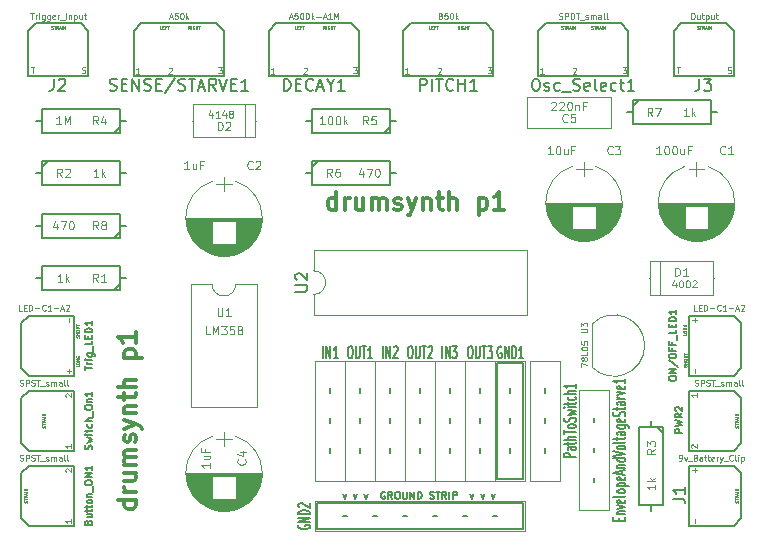
<source format=gbr>
%TF.GenerationSoftware,KiCad,Pcbnew,(2017-09-01 revision 8d1475135)-makepkg*%
%TF.CreationDate,2017-12-27T16:35:41-08:00*%
%TF.ProjectId,workshop_drum1,776F726B73686F705F6472756D312E6B,rev?*%
%TF.SameCoordinates,Original*%
%TF.FileFunction,Legend,Top*%
%TF.FilePolarity,Positive*%
%FSLAX46Y46*%
G04 Gerber Fmt 4.6, Leading zero omitted, Abs format (unit mm)*
G04 Created by KiCad (PCBNEW (2017-09-01 revision 8d1475135)-makepkg) date 12/27/17 16:35:41*
%MOMM*%
%LPD*%
G01*
G04 APERTURE LIST*
%ADD10C,0.300000*%
%ADD11C,0.150000*%
%ADD12C,0.125000*%
%ADD13C,0.120000*%
%ADD14C,0.100000*%
%ADD15C,0.062500*%
G04 APERTURE END LIST*
D10*
X27286000Y28023428D02*
X27286000Y29523428D01*
X27286000Y28094857D02*
X27143142Y28023428D01*
X26857428Y28023428D01*
X26714571Y28094857D01*
X26643142Y28166285D01*
X26571714Y28309142D01*
X26571714Y28737714D01*
X26643142Y28880571D01*
X26714571Y28952000D01*
X26857428Y29023428D01*
X27143142Y29023428D01*
X27286000Y28952000D01*
X28000285Y28023428D02*
X28000285Y29023428D01*
X28000285Y28737714D02*
X28071714Y28880571D01*
X28143142Y28952000D01*
X28286000Y29023428D01*
X28428857Y29023428D01*
X29571714Y29023428D02*
X29571714Y28023428D01*
X28928857Y29023428D02*
X28928857Y28237714D01*
X29000285Y28094857D01*
X29143142Y28023428D01*
X29357428Y28023428D01*
X29500285Y28094857D01*
X29571714Y28166285D01*
X30286000Y28023428D02*
X30286000Y29023428D01*
X30286000Y28880571D02*
X30357428Y28952000D01*
X30500285Y29023428D01*
X30714571Y29023428D01*
X30857428Y28952000D01*
X30928857Y28809142D01*
X30928857Y28023428D01*
X30928857Y28809142D02*
X31000285Y28952000D01*
X31143142Y29023428D01*
X31357428Y29023428D01*
X31500285Y28952000D01*
X31571714Y28809142D01*
X31571714Y28023428D01*
X32214571Y28094857D02*
X32357428Y28023428D01*
X32643142Y28023428D01*
X32786000Y28094857D01*
X32857428Y28237714D01*
X32857428Y28309142D01*
X32786000Y28452000D01*
X32643142Y28523428D01*
X32428857Y28523428D01*
X32286000Y28594857D01*
X32214571Y28737714D01*
X32214571Y28809142D01*
X32286000Y28952000D01*
X32428857Y29023428D01*
X32643142Y29023428D01*
X32786000Y28952000D01*
X33357428Y29023428D02*
X33714571Y28023428D01*
X34071714Y29023428D02*
X33714571Y28023428D01*
X33571714Y27666285D01*
X33500285Y27594857D01*
X33357428Y27523428D01*
X34643142Y29023428D02*
X34643142Y28023428D01*
X34643142Y28880571D02*
X34714571Y28952000D01*
X34857428Y29023428D01*
X35071714Y29023428D01*
X35214571Y28952000D01*
X35286000Y28809142D01*
X35286000Y28023428D01*
X35786000Y29023428D02*
X36357428Y29023428D01*
X36000285Y29523428D02*
X36000285Y28237714D01*
X36071714Y28094857D01*
X36214571Y28023428D01*
X36357428Y28023428D01*
X36857428Y28023428D02*
X36857428Y29523428D01*
X37500285Y28023428D02*
X37500285Y28809142D01*
X37428857Y28952000D01*
X37286000Y29023428D01*
X37071714Y29023428D01*
X36928857Y28952000D01*
X36857428Y28880571D01*
X39357428Y29023428D02*
X39357428Y27523428D01*
X39357428Y28952000D02*
X39500285Y29023428D01*
X39786000Y29023428D01*
X39928857Y28952000D01*
X40000285Y28880571D01*
X40071714Y28737714D01*
X40071714Y28309142D01*
X40000285Y28166285D01*
X39928857Y28094857D01*
X39786000Y28023428D01*
X39500285Y28023428D01*
X39357428Y28094857D01*
X41500285Y28023428D02*
X40643142Y28023428D01*
X41071714Y28023428D02*
X41071714Y29523428D01*
X40928857Y29309142D01*
X40786000Y29166285D01*
X40643142Y29094857D01*
D11*
X27847142Y3938571D02*
X27990000Y3538571D01*
X28132857Y3938571D01*
X28761428Y3938571D02*
X28904285Y3538571D01*
X29047142Y3938571D01*
X29675714Y3938571D02*
X29818571Y3538571D01*
X29961428Y3938571D01*
X31418571Y4110000D02*
X31361428Y4138571D01*
X31275714Y4138571D01*
X31190000Y4110000D01*
X31132857Y4052857D01*
X31104285Y3995714D01*
X31075714Y3881428D01*
X31075714Y3795714D01*
X31104285Y3681428D01*
X31132857Y3624285D01*
X31190000Y3567142D01*
X31275714Y3538571D01*
X31332857Y3538571D01*
X31418571Y3567142D01*
X31447142Y3595714D01*
X31447142Y3795714D01*
X31332857Y3795714D01*
X32047142Y3538571D02*
X31847142Y3824285D01*
X31704285Y3538571D02*
X31704285Y4138571D01*
X31932857Y4138571D01*
X31990000Y4110000D01*
X32018571Y4081428D01*
X32047142Y4024285D01*
X32047142Y3938571D01*
X32018571Y3881428D01*
X31990000Y3852857D01*
X31932857Y3824285D01*
X31704285Y3824285D01*
X32418571Y4138571D02*
X32532857Y4138571D01*
X32590000Y4110000D01*
X32647142Y4052857D01*
X32675714Y3938571D01*
X32675714Y3738571D01*
X32647142Y3624285D01*
X32590000Y3567142D01*
X32532857Y3538571D01*
X32418571Y3538571D01*
X32361428Y3567142D01*
X32304285Y3624285D01*
X32275714Y3738571D01*
X32275714Y3938571D01*
X32304285Y4052857D01*
X32361428Y4110000D01*
X32418571Y4138571D01*
X32932857Y4138571D02*
X32932857Y3652857D01*
X32961428Y3595714D01*
X32990000Y3567142D01*
X33047142Y3538571D01*
X33161428Y3538571D01*
X33218571Y3567142D01*
X33247142Y3595714D01*
X33275714Y3652857D01*
X33275714Y4138571D01*
X33561428Y3538571D02*
X33561428Y4138571D01*
X33904285Y3538571D01*
X33904285Y4138571D01*
X34190000Y3538571D02*
X34190000Y4138571D01*
X34332857Y4138571D01*
X34418571Y4110000D01*
X34475714Y4052857D01*
X34504285Y3995714D01*
X34532857Y3881428D01*
X34532857Y3795714D01*
X34504285Y3681428D01*
X34475714Y3624285D01*
X34418571Y3567142D01*
X34332857Y3538571D01*
X34190000Y3538571D01*
X35218571Y3567142D02*
X35304285Y3538571D01*
X35447142Y3538571D01*
X35504285Y3567142D01*
X35532857Y3595714D01*
X35561428Y3652857D01*
X35561428Y3710000D01*
X35532857Y3767142D01*
X35504285Y3795714D01*
X35447142Y3824285D01*
X35332857Y3852857D01*
X35275714Y3881428D01*
X35247142Y3910000D01*
X35218571Y3967142D01*
X35218571Y4024285D01*
X35247142Y4081428D01*
X35275714Y4110000D01*
X35332857Y4138571D01*
X35475714Y4138571D01*
X35561428Y4110000D01*
X35732857Y4138571D02*
X36075714Y4138571D01*
X35904285Y3538571D02*
X35904285Y4138571D01*
X36618571Y3538571D02*
X36418571Y3824285D01*
X36275714Y3538571D02*
X36275714Y4138571D01*
X36504285Y4138571D01*
X36561428Y4110000D01*
X36590000Y4081428D01*
X36618571Y4024285D01*
X36618571Y3938571D01*
X36590000Y3881428D01*
X36561428Y3852857D01*
X36504285Y3824285D01*
X36275714Y3824285D01*
X36875714Y3538571D02*
X36875714Y4138571D01*
X37161428Y3538571D02*
X37161428Y4138571D01*
X37390000Y4138571D01*
X37447142Y4110000D01*
X37475714Y4081428D01*
X37504285Y4024285D01*
X37504285Y3938571D01*
X37475714Y3881428D01*
X37447142Y3852857D01*
X37390000Y3824285D01*
X37161428Y3824285D01*
X38618571Y3938571D02*
X38761428Y3538571D01*
X38904285Y3938571D01*
X39532857Y3938571D02*
X39675714Y3538571D01*
X39818571Y3938571D01*
X40447142Y3938571D02*
X40589999Y3538571D01*
X40732857Y3938571D01*
D10*
X10330571Y3410000D02*
X8830571Y3410000D01*
X10259142Y3410000D02*
X10330571Y3267142D01*
X10330571Y2981428D01*
X10259142Y2838571D01*
X10187714Y2767142D01*
X10044857Y2695714D01*
X9616285Y2695714D01*
X9473428Y2767142D01*
X9402000Y2838571D01*
X9330571Y2981428D01*
X9330571Y3267142D01*
X9402000Y3410000D01*
X10330571Y4124285D02*
X9330571Y4124285D01*
X9616285Y4124285D02*
X9473428Y4195714D01*
X9402000Y4267142D01*
X9330571Y4410000D01*
X9330571Y4552857D01*
X9330571Y5695714D02*
X10330571Y5695714D01*
X9330571Y5052857D02*
X10116285Y5052857D01*
X10259142Y5124285D01*
X10330571Y5267142D01*
X10330571Y5481428D01*
X10259142Y5624285D01*
X10187714Y5695714D01*
X10330571Y6410000D02*
X9330571Y6410000D01*
X9473428Y6410000D02*
X9402000Y6481428D01*
X9330571Y6624285D01*
X9330571Y6838571D01*
X9402000Y6981428D01*
X9544857Y7052857D01*
X10330571Y7052857D01*
X9544857Y7052857D02*
X9402000Y7124285D01*
X9330571Y7267142D01*
X9330571Y7481428D01*
X9402000Y7624285D01*
X9544857Y7695714D01*
X10330571Y7695714D01*
X10259142Y8338571D02*
X10330571Y8481428D01*
X10330571Y8767142D01*
X10259142Y8910000D01*
X10116285Y8981428D01*
X10044857Y8981428D01*
X9902000Y8910000D01*
X9830571Y8767142D01*
X9830571Y8552857D01*
X9759142Y8410000D01*
X9616285Y8338571D01*
X9544857Y8338571D01*
X9402000Y8410000D01*
X9330571Y8552857D01*
X9330571Y8767142D01*
X9402000Y8910000D01*
X9330571Y9481428D02*
X10330571Y9838571D01*
X9330571Y10195714D02*
X10330571Y9838571D01*
X10687714Y9695714D01*
X10759142Y9624285D01*
X10830571Y9481428D01*
X9330571Y10767142D02*
X10330571Y10767142D01*
X9473428Y10767142D02*
X9402000Y10838571D01*
X9330571Y10981428D01*
X9330571Y11195714D01*
X9402000Y11338571D01*
X9544857Y11410000D01*
X10330571Y11410000D01*
X9330571Y11910000D02*
X9330571Y12481428D01*
X8830571Y12124285D02*
X10116285Y12124285D01*
X10259142Y12195714D01*
X10330571Y12338571D01*
X10330571Y12481428D01*
X10330571Y12981428D02*
X8830571Y12981428D01*
X10330571Y13624285D02*
X9544857Y13624285D01*
X9402000Y13552857D01*
X9330571Y13410000D01*
X9330571Y13195714D01*
X9402000Y13052857D01*
X9473428Y12981428D01*
X9330571Y15481428D02*
X10830571Y15481428D01*
X9402000Y15481428D02*
X9330571Y15624285D01*
X9330571Y15910000D01*
X9402000Y16052857D01*
X9473428Y16124285D01*
X9616285Y16195714D01*
X10044857Y16195714D01*
X10187714Y16124285D01*
X10259142Y16052857D01*
X10330571Y15910000D01*
X10330571Y15624285D01*
X10259142Y15481428D01*
X10330571Y17624285D02*
X10330571Y16767142D01*
X10330571Y17195714D02*
X8830571Y17195714D01*
X9044857Y17052857D01*
X9187714Y16910000D01*
X9259142Y16767142D01*
D12*
%TO.C,EnvelopeAndVoltageStarve1*%
X50419000Y2577030D02*
X47879000Y2577030D01*
X50419000Y12737030D02*
X50419000Y2577030D01*
X47879000Y12737030D02*
X50419000Y12737030D01*
X47879000Y2577030D02*
X47879000Y12737030D01*
D11*
X49149000Y7467030D02*
X49149000Y7847030D01*
X49149000Y4927030D02*
X49149000Y5307030D01*
X49149000Y10007030D02*
X49149000Y10387030D01*
D13*
%TO.C,C2*%
X16800643Y24236560D02*
G75*
G03X18760000Y24236764I979357J3088440D01*
G01*
X16800643Y24236560D02*
G75*
G02X16800000Y30413236I979357J3088440D01*
G01*
X18759357Y24236560D02*
G75*
G03X18760000Y30413236I-979357J3088440D01*
G01*
X18430000Y30175000D02*
X17130000Y30175000D01*
X17780000Y30775000D02*
X17780000Y29575000D01*
X18248000Y24124000D02*
X17312000Y24124000D01*
X18456000Y24164000D02*
X17104000Y24164000D01*
X18614000Y24204000D02*
X16946000Y24204000D01*
X18746000Y24244000D02*
X16814000Y24244000D01*
X18861000Y24284000D02*
X16699000Y24284000D01*
X18964000Y24324000D02*
X16596000Y24324000D01*
X19058000Y24364000D02*
X16502000Y24364000D01*
X19144000Y24404000D02*
X16416000Y24404000D01*
X19225000Y24444000D02*
X16335000Y24444000D01*
X19300000Y24484000D02*
X16260000Y24484000D01*
X19371000Y24524000D02*
X16189000Y24524000D01*
X19438000Y24564000D02*
X16122000Y24564000D01*
X19501000Y24604000D02*
X16059000Y24604000D01*
X19561000Y24644000D02*
X15999000Y24644000D01*
X19619000Y24684000D02*
X15941000Y24684000D01*
X19674000Y24724000D02*
X15886000Y24724000D01*
X19726000Y24764000D02*
X15834000Y24764000D01*
X19777000Y24804000D02*
X15783000Y24804000D01*
X19825000Y24844000D02*
X15735000Y24844000D01*
X19872000Y24884000D02*
X15688000Y24884000D01*
X19917000Y24924000D02*
X15643000Y24924000D01*
X19960000Y24964000D02*
X15600000Y24964000D01*
X20002000Y25004000D02*
X15558000Y25004000D01*
X20042000Y25044000D02*
X15518000Y25044000D01*
X20081000Y25084000D02*
X15479000Y25084000D01*
X16800000Y25124000D02*
X15441000Y25124000D01*
X20119000Y25124000D02*
X18760000Y25124000D01*
X16800000Y25164000D02*
X15405000Y25164000D01*
X20155000Y25164000D02*
X18760000Y25164000D01*
X16800000Y25204000D02*
X15369000Y25204000D01*
X20191000Y25204000D02*
X18760000Y25204000D01*
X16800000Y25244000D02*
X15335000Y25244000D01*
X20225000Y25244000D02*
X18760000Y25244000D01*
X16800000Y25284000D02*
X15302000Y25284000D01*
X20258000Y25284000D02*
X18760000Y25284000D01*
X16800000Y25324000D02*
X15270000Y25324000D01*
X20290000Y25324000D02*
X18760000Y25324000D01*
X16800000Y25364000D02*
X15240000Y25364000D01*
X20320000Y25364000D02*
X18760000Y25364000D01*
X16800000Y25404000D02*
X15210000Y25404000D01*
X20350000Y25404000D02*
X18760000Y25404000D01*
X16800000Y25444000D02*
X15181000Y25444000D01*
X20379000Y25444000D02*
X18760000Y25444000D01*
X16800000Y25484000D02*
X15153000Y25484000D01*
X20407000Y25484000D02*
X18760000Y25484000D01*
X16800000Y25524000D02*
X15126000Y25524000D01*
X20434000Y25524000D02*
X18760000Y25524000D01*
X16800000Y25564000D02*
X15099000Y25564000D01*
X20461000Y25564000D02*
X18760000Y25564000D01*
X16800000Y25604000D02*
X15074000Y25604000D01*
X20486000Y25604000D02*
X18760000Y25604000D01*
X16800000Y25644000D02*
X15049000Y25644000D01*
X20511000Y25644000D02*
X18760000Y25644000D01*
X16800000Y25684000D02*
X15025000Y25684000D01*
X20535000Y25684000D02*
X18760000Y25684000D01*
X16800000Y25724000D02*
X15002000Y25724000D01*
X20558000Y25724000D02*
X18760000Y25724000D01*
X16800000Y25764000D02*
X14980000Y25764000D01*
X20580000Y25764000D02*
X18760000Y25764000D01*
X16800000Y25804000D02*
X14958000Y25804000D01*
X20602000Y25804000D02*
X18760000Y25804000D01*
X16800000Y25844000D02*
X14937000Y25844000D01*
X20623000Y25844000D02*
X18760000Y25844000D01*
X16800000Y25884000D02*
X14917000Y25884000D01*
X20643000Y25884000D02*
X18760000Y25884000D01*
X16800000Y25924000D02*
X14898000Y25924000D01*
X20662000Y25924000D02*
X18760000Y25924000D01*
X16800000Y25964000D02*
X14879000Y25964000D01*
X20681000Y25964000D02*
X18760000Y25964000D01*
X16800000Y26004000D02*
X14861000Y26004000D01*
X20699000Y26004000D02*
X18760000Y26004000D01*
X16800000Y26044000D02*
X14843000Y26044000D01*
X20717000Y26044000D02*
X18760000Y26044000D01*
X16800000Y26084000D02*
X14826000Y26084000D01*
X20734000Y26084000D02*
X18760000Y26084000D01*
X16800000Y26124000D02*
X14810000Y26124000D01*
X20750000Y26124000D02*
X18760000Y26124000D01*
X16800000Y26164000D02*
X14794000Y26164000D01*
X20766000Y26164000D02*
X18760000Y26164000D01*
X16800000Y26204000D02*
X14779000Y26204000D01*
X20781000Y26204000D02*
X18760000Y26204000D01*
X16800000Y26244000D02*
X14765000Y26244000D01*
X20795000Y26244000D02*
X18760000Y26244000D01*
X16800000Y26284000D02*
X14751000Y26284000D01*
X20809000Y26284000D02*
X18760000Y26284000D01*
X16800000Y26324000D02*
X14738000Y26324000D01*
X20822000Y26324000D02*
X18760000Y26324000D01*
X16800000Y26364000D02*
X14725000Y26364000D01*
X20835000Y26364000D02*
X18760000Y26364000D01*
X16800000Y26404000D02*
X14713000Y26404000D01*
X20847000Y26404000D02*
X18760000Y26404000D01*
X16800000Y26444000D02*
X14701000Y26444000D01*
X20859000Y26444000D02*
X18760000Y26444000D01*
X16800000Y26484000D02*
X14690000Y26484000D01*
X20870000Y26484000D02*
X18760000Y26484000D01*
X16800000Y26524000D02*
X14680000Y26524000D01*
X20880000Y26524000D02*
X18760000Y26524000D01*
X16800000Y26564000D02*
X14670000Y26564000D01*
X20890000Y26564000D02*
X18760000Y26564000D01*
X16800000Y26604000D02*
X14661000Y26604000D01*
X20899000Y26604000D02*
X18760000Y26604000D01*
X16800000Y26645000D02*
X14652000Y26645000D01*
X20908000Y26645000D02*
X18760000Y26645000D01*
X16800000Y26685000D02*
X14643000Y26685000D01*
X20917000Y26685000D02*
X18760000Y26685000D01*
X16800000Y26725000D02*
X14636000Y26725000D01*
X20924000Y26725000D02*
X18760000Y26725000D01*
X16800000Y26765000D02*
X14628000Y26765000D01*
X20932000Y26765000D02*
X18760000Y26765000D01*
X16800000Y26805000D02*
X14622000Y26805000D01*
X20938000Y26805000D02*
X18760000Y26805000D01*
X16800000Y26845000D02*
X14615000Y26845000D01*
X20945000Y26845000D02*
X18760000Y26845000D01*
X16800000Y26885000D02*
X14610000Y26885000D01*
X20950000Y26885000D02*
X18760000Y26885000D01*
X16800000Y26925000D02*
X14604000Y26925000D01*
X20956000Y26925000D02*
X18760000Y26925000D01*
X16800000Y26965000D02*
X14600000Y26965000D01*
X20960000Y26965000D02*
X18760000Y26965000D01*
X16800000Y27005000D02*
X14595000Y27005000D01*
X20965000Y27005000D02*
X18760000Y27005000D01*
X16800000Y27045000D02*
X14592000Y27045000D01*
X20968000Y27045000D02*
X18760000Y27045000D01*
X20972000Y27085000D02*
X14588000Y27085000D01*
X20974000Y27125000D02*
X14586000Y27125000D01*
X20977000Y27165000D02*
X14583000Y27165000D01*
X20978000Y27205000D02*
X14582000Y27205000D01*
X20980000Y27245000D02*
X14580000Y27245000D01*
X20980000Y27285000D02*
X14580000Y27285000D01*
X20980000Y27325000D02*
X14580000Y27325000D01*
D12*
%TO.C,PathToSwitch1*%
X46202600Y5080000D02*
X43662600Y5080000D01*
X46202600Y15240000D02*
X46202600Y5080000D01*
X43662600Y15240000D02*
X46202600Y15240000D01*
X43662600Y5080000D02*
X43662600Y15240000D01*
D11*
X44932600Y9970000D02*
X44932600Y10350000D01*
X44932600Y7430000D02*
X44932600Y7810000D01*
X44932600Y12510000D02*
X44932600Y12890000D01*
%TO.C,IN1*%
X26771600Y7810000D02*
X26771600Y7430000D01*
X26771600Y12890000D02*
X26771600Y12510000D01*
X26771600Y10350000D02*
X26771600Y9970000D01*
D12*
X28041600Y15240000D02*
X28041600Y5080000D01*
X28041600Y5080000D02*
X25501600Y5080000D01*
X25501600Y5080000D02*
X25501600Y15240000D01*
X25501600Y15240000D02*
X28041600Y15240000D01*
%TO.C,IN2*%
X30581600Y15240000D02*
X33121600Y15240000D01*
X30581600Y5080000D02*
X30581600Y15240000D01*
X33121600Y5080000D02*
X30581600Y5080000D01*
X33121600Y15240000D02*
X33121600Y5080000D01*
D11*
X31851600Y10350000D02*
X31851600Y9970000D01*
X31851600Y12890000D02*
X31851600Y12510000D01*
X31851600Y7810000D02*
X31851600Y7430000D01*
%TO.C,IN3*%
X36931600Y7810000D02*
X36931600Y7430000D01*
X36931600Y12890000D02*
X36931600Y12510000D01*
X36931600Y10350000D02*
X36931600Y9970000D01*
D12*
X38201600Y15240000D02*
X38201600Y5080000D01*
X38201600Y5080000D02*
X35661600Y5080000D01*
X35661600Y5080000D02*
X35661600Y15240000D01*
X35661600Y15240000D02*
X38201600Y15240000D01*
%TO.C,OUT1*%
X28041600Y15240000D02*
X30581600Y15240000D01*
X28041600Y5080000D02*
X28041600Y15240000D01*
X30581600Y5080000D02*
X28041600Y5080000D01*
X30581600Y15240000D02*
X30581600Y5080000D01*
D11*
X29311600Y10350000D02*
X29311600Y9970000D01*
X29311600Y12890000D02*
X29311600Y12510000D01*
X29311600Y7810000D02*
X29311600Y7430000D01*
%TO.C,OUT2*%
X34391600Y7810000D02*
X34391600Y7430000D01*
X34391600Y12890000D02*
X34391600Y12510000D01*
X34391600Y10350000D02*
X34391600Y9970000D01*
D12*
X35661600Y15240000D02*
X35661600Y5080000D01*
X35661600Y5080000D02*
X33121600Y5080000D01*
X33121600Y5080000D02*
X33121600Y15240000D01*
X33121600Y15240000D02*
X35661600Y15240000D01*
%TO.C,OUT3*%
X38201600Y15240000D02*
X40741600Y15240000D01*
X38201600Y5080000D02*
X38201600Y15240000D01*
X40741600Y5080000D02*
X38201600Y5080000D01*
X40741600Y15240000D02*
X40741600Y5080000D01*
D11*
X39471600Y10350000D02*
X39471600Y9970000D01*
X39471600Y12890000D02*
X39471600Y12510000D01*
X39471600Y7810000D02*
X39471600Y7430000D01*
D12*
%TO.C,GND1*%
X40741600Y15240000D02*
X43281600Y15240000D01*
X40741600Y5080000D02*
X40741600Y15240000D01*
X43281600Y5080000D02*
X40741600Y5080000D01*
X43281600Y15240000D02*
X43281600Y5080000D01*
D11*
X43111600Y15070000D02*
X40911600Y15070000D01*
X40911600Y15070000D02*
X40911600Y5240000D01*
X40911600Y5240000D02*
X43111600Y5240000D01*
X43111600Y5240000D02*
X43111600Y15070000D01*
X42011600Y10350000D02*
X42011600Y9970000D01*
X42011600Y12890000D02*
X42011600Y12510000D01*
X42011600Y7810000D02*
X42011600Y7430000D01*
D12*
%TO.C,GND2*%
X25501600Y787400D02*
X25501600Y3327400D01*
X43281600Y787400D02*
X25501600Y787400D01*
X43281600Y3327400D02*
X43281600Y787400D01*
X25501600Y3327400D02*
X43281600Y3327400D01*
D11*
X25671600Y3157400D02*
X25671600Y957400D01*
X25671600Y957400D02*
X43121600Y957400D01*
X43121600Y957400D02*
X43121600Y3157400D01*
X43121600Y3157400D02*
X25671600Y3157400D01*
X35471600Y2057400D02*
X35851600Y2057400D01*
X32931600Y2057400D02*
X33311600Y2057400D01*
X30391600Y2057400D02*
X30771600Y2057400D01*
X27851600Y2057400D02*
X28231600Y2057400D01*
X38011600Y2057400D02*
X38391600Y2057400D01*
X40551600Y2057400D02*
X40931600Y2057400D01*
%TO.C,ON/OFF_LED1*%
X60960000Y19050000D02*
X57150000Y19050000D01*
X61595000Y18415000D02*
X60960000Y19050000D01*
X61595000Y14605000D02*
X61595000Y18415000D01*
X60960000Y13970000D02*
X61595000Y14605000D01*
X57150000Y13970000D02*
X60960000Y13970000D01*
X57150000Y19050000D02*
X57150000Y13970000D01*
%TO.C,Trig_LED1*%
X5080000Y13970000D02*
X5080000Y19050000D01*
X5080000Y19050000D02*
X1270000Y19050000D01*
X1270000Y19050000D02*
X635000Y18415000D01*
X635000Y18415000D02*
X635000Y14605000D01*
X635000Y14605000D02*
X1270000Y13970000D01*
X1270000Y13970000D02*
X5080000Y13970000D01*
D13*
%TO.C,C5*%
X50590000Y34948500D02*
X43470000Y34948500D01*
X50590000Y37568500D02*
X43470000Y37568500D01*
X50590000Y34948500D02*
X50590000Y37568500D01*
X43470000Y34948500D02*
X43470000Y37568500D01*
%TO.C,C4*%
X16800643Y2646560D02*
G75*
G03X18760000Y2646764I979357J3088440D01*
G01*
X16800643Y2646560D02*
G75*
G02X16800000Y8823236I979357J3088440D01*
G01*
X18759357Y2646560D02*
G75*
G03X18760000Y8823236I-979357J3088440D01*
G01*
X18430000Y8585000D02*
X17130000Y8585000D01*
X17780000Y9185000D02*
X17780000Y7985000D01*
X18248000Y2534000D02*
X17312000Y2534000D01*
X18456000Y2574000D02*
X17104000Y2574000D01*
X18614000Y2614000D02*
X16946000Y2614000D01*
X18746000Y2654000D02*
X16814000Y2654000D01*
X18861000Y2694000D02*
X16699000Y2694000D01*
X18964000Y2734000D02*
X16596000Y2734000D01*
X19058000Y2774000D02*
X16502000Y2774000D01*
X19144000Y2814000D02*
X16416000Y2814000D01*
X19225000Y2854000D02*
X16335000Y2854000D01*
X19300000Y2894000D02*
X16260000Y2894000D01*
X19371000Y2934000D02*
X16189000Y2934000D01*
X19438000Y2974000D02*
X16122000Y2974000D01*
X19501000Y3014000D02*
X16059000Y3014000D01*
X19561000Y3054000D02*
X15999000Y3054000D01*
X19619000Y3094000D02*
X15941000Y3094000D01*
X19674000Y3134000D02*
X15886000Y3134000D01*
X19726000Y3174000D02*
X15834000Y3174000D01*
X19777000Y3214000D02*
X15783000Y3214000D01*
X19825000Y3254000D02*
X15735000Y3254000D01*
X19872000Y3294000D02*
X15688000Y3294000D01*
X19917000Y3334000D02*
X15643000Y3334000D01*
X19960000Y3374000D02*
X15600000Y3374000D01*
X20002000Y3414000D02*
X15558000Y3414000D01*
X20042000Y3454000D02*
X15518000Y3454000D01*
X20081000Y3494000D02*
X15479000Y3494000D01*
X16800000Y3534000D02*
X15441000Y3534000D01*
X20119000Y3534000D02*
X18760000Y3534000D01*
X16800000Y3574000D02*
X15405000Y3574000D01*
X20155000Y3574000D02*
X18760000Y3574000D01*
X16800000Y3614000D02*
X15369000Y3614000D01*
X20191000Y3614000D02*
X18760000Y3614000D01*
X16800000Y3654000D02*
X15335000Y3654000D01*
X20225000Y3654000D02*
X18760000Y3654000D01*
X16800000Y3694000D02*
X15302000Y3694000D01*
X20258000Y3694000D02*
X18760000Y3694000D01*
X16800000Y3734000D02*
X15270000Y3734000D01*
X20290000Y3734000D02*
X18760000Y3734000D01*
X16800000Y3774000D02*
X15240000Y3774000D01*
X20320000Y3774000D02*
X18760000Y3774000D01*
X16800000Y3814000D02*
X15210000Y3814000D01*
X20350000Y3814000D02*
X18760000Y3814000D01*
X16800000Y3854000D02*
X15181000Y3854000D01*
X20379000Y3854000D02*
X18760000Y3854000D01*
X16800000Y3894000D02*
X15153000Y3894000D01*
X20407000Y3894000D02*
X18760000Y3894000D01*
X16800000Y3934000D02*
X15126000Y3934000D01*
X20434000Y3934000D02*
X18760000Y3934000D01*
X16800000Y3974000D02*
X15099000Y3974000D01*
X20461000Y3974000D02*
X18760000Y3974000D01*
X16800000Y4014000D02*
X15074000Y4014000D01*
X20486000Y4014000D02*
X18760000Y4014000D01*
X16800000Y4054000D02*
X15049000Y4054000D01*
X20511000Y4054000D02*
X18760000Y4054000D01*
X16800000Y4094000D02*
X15025000Y4094000D01*
X20535000Y4094000D02*
X18760000Y4094000D01*
X16800000Y4134000D02*
X15002000Y4134000D01*
X20558000Y4134000D02*
X18760000Y4134000D01*
X16800000Y4174000D02*
X14980000Y4174000D01*
X20580000Y4174000D02*
X18760000Y4174000D01*
X16800000Y4214000D02*
X14958000Y4214000D01*
X20602000Y4214000D02*
X18760000Y4214000D01*
X16800000Y4254000D02*
X14937000Y4254000D01*
X20623000Y4254000D02*
X18760000Y4254000D01*
X16800000Y4294000D02*
X14917000Y4294000D01*
X20643000Y4294000D02*
X18760000Y4294000D01*
X16800000Y4334000D02*
X14898000Y4334000D01*
X20662000Y4334000D02*
X18760000Y4334000D01*
X16800000Y4374000D02*
X14879000Y4374000D01*
X20681000Y4374000D02*
X18760000Y4374000D01*
X16800000Y4414000D02*
X14861000Y4414000D01*
X20699000Y4414000D02*
X18760000Y4414000D01*
X16800000Y4454000D02*
X14843000Y4454000D01*
X20717000Y4454000D02*
X18760000Y4454000D01*
X16800000Y4494000D02*
X14826000Y4494000D01*
X20734000Y4494000D02*
X18760000Y4494000D01*
X16800000Y4534000D02*
X14810000Y4534000D01*
X20750000Y4534000D02*
X18760000Y4534000D01*
X16800000Y4574000D02*
X14794000Y4574000D01*
X20766000Y4574000D02*
X18760000Y4574000D01*
X16800000Y4614000D02*
X14779000Y4614000D01*
X20781000Y4614000D02*
X18760000Y4614000D01*
X16800000Y4654000D02*
X14765000Y4654000D01*
X20795000Y4654000D02*
X18760000Y4654000D01*
X16800000Y4694000D02*
X14751000Y4694000D01*
X20809000Y4694000D02*
X18760000Y4694000D01*
X16800000Y4734000D02*
X14738000Y4734000D01*
X20822000Y4734000D02*
X18760000Y4734000D01*
X16800000Y4774000D02*
X14725000Y4774000D01*
X20835000Y4774000D02*
X18760000Y4774000D01*
X16800000Y4814000D02*
X14713000Y4814000D01*
X20847000Y4814000D02*
X18760000Y4814000D01*
X16800000Y4854000D02*
X14701000Y4854000D01*
X20859000Y4854000D02*
X18760000Y4854000D01*
X16800000Y4894000D02*
X14690000Y4894000D01*
X20870000Y4894000D02*
X18760000Y4894000D01*
X16800000Y4934000D02*
X14680000Y4934000D01*
X20880000Y4934000D02*
X18760000Y4934000D01*
X16800000Y4974000D02*
X14670000Y4974000D01*
X20890000Y4974000D02*
X18760000Y4974000D01*
X16800000Y5014000D02*
X14661000Y5014000D01*
X20899000Y5014000D02*
X18760000Y5014000D01*
X16800000Y5055000D02*
X14652000Y5055000D01*
X20908000Y5055000D02*
X18760000Y5055000D01*
X16800000Y5095000D02*
X14643000Y5095000D01*
X20917000Y5095000D02*
X18760000Y5095000D01*
X16800000Y5135000D02*
X14636000Y5135000D01*
X20924000Y5135000D02*
X18760000Y5135000D01*
X16800000Y5175000D02*
X14628000Y5175000D01*
X20932000Y5175000D02*
X18760000Y5175000D01*
X16800000Y5215000D02*
X14622000Y5215000D01*
X20938000Y5215000D02*
X18760000Y5215000D01*
X16800000Y5255000D02*
X14615000Y5255000D01*
X20945000Y5255000D02*
X18760000Y5255000D01*
X16800000Y5295000D02*
X14610000Y5295000D01*
X20950000Y5295000D02*
X18760000Y5295000D01*
X16800000Y5335000D02*
X14604000Y5335000D01*
X20956000Y5335000D02*
X18760000Y5335000D01*
X16800000Y5375000D02*
X14600000Y5375000D01*
X20960000Y5375000D02*
X18760000Y5375000D01*
X16800000Y5415000D02*
X14595000Y5415000D01*
X20965000Y5415000D02*
X18760000Y5415000D01*
X16800000Y5455000D02*
X14592000Y5455000D01*
X20968000Y5455000D02*
X18760000Y5455000D01*
X20972000Y5495000D02*
X14588000Y5495000D01*
X20974000Y5535000D02*
X14586000Y5535000D01*
X20977000Y5575000D02*
X14583000Y5575000D01*
X20978000Y5615000D02*
X14582000Y5615000D01*
X20980000Y5655000D02*
X14580000Y5655000D01*
X20980000Y5695000D02*
X14580000Y5695000D01*
X20980000Y5735000D02*
X14580000Y5735000D01*
%TO.C,C1*%
X60985000Y28595000D02*
X54585000Y28595000D01*
X60985000Y28555000D02*
X54585000Y28555000D01*
X60985000Y28515000D02*
X54585000Y28515000D01*
X60983000Y28475000D02*
X54587000Y28475000D01*
X60982000Y28435000D02*
X54588000Y28435000D01*
X60979000Y28395000D02*
X54591000Y28395000D01*
X60977000Y28355000D02*
X54593000Y28355000D01*
X60973000Y28315000D02*
X58765000Y28315000D01*
X56805000Y28315000D02*
X54597000Y28315000D01*
X60970000Y28275000D02*
X58765000Y28275000D01*
X56805000Y28275000D02*
X54600000Y28275000D01*
X60965000Y28235000D02*
X58765000Y28235000D01*
X56805000Y28235000D02*
X54605000Y28235000D01*
X60961000Y28195000D02*
X58765000Y28195000D01*
X56805000Y28195000D02*
X54609000Y28195000D01*
X60955000Y28155000D02*
X58765000Y28155000D01*
X56805000Y28155000D02*
X54615000Y28155000D01*
X60950000Y28115000D02*
X58765000Y28115000D01*
X56805000Y28115000D02*
X54620000Y28115000D01*
X60943000Y28075000D02*
X58765000Y28075000D01*
X56805000Y28075000D02*
X54627000Y28075000D01*
X60937000Y28035000D02*
X58765000Y28035000D01*
X56805000Y28035000D02*
X54633000Y28035000D01*
X60929000Y27995000D02*
X58765000Y27995000D01*
X56805000Y27995000D02*
X54641000Y27995000D01*
X60922000Y27955000D02*
X58765000Y27955000D01*
X56805000Y27955000D02*
X54648000Y27955000D01*
X60913000Y27915000D02*
X58765000Y27915000D01*
X56805000Y27915000D02*
X54657000Y27915000D01*
X60904000Y27874000D02*
X58765000Y27874000D01*
X56805000Y27874000D02*
X54666000Y27874000D01*
X60895000Y27834000D02*
X58765000Y27834000D01*
X56805000Y27834000D02*
X54675000Y27834000D01*
X60885000Y27794000D02*
X58765000Y27794000D01*
X56805000Y27794000D02*
X54685000Y27794000D01*
X60875000Y27754000D02*
X58765000Y27754000D01*
X56805000Y27754000D02*
X54695000Y27754000D01*
X60864000Y27714000D02*
X58765000Y27714000D01*
X56805000Y27714000D02*
X54706000Y27714000D01*
X60852000Y27674000D02*
X58765000Y27674000D01*
X56805000Y27674000D02*
X54718000Y27674000D01*
X60840000Y27634000D02*
X58765000Y27634000D01*
X56805000Y27634000D02*
X54730000Y27634000D01*
X60827000Y27594000D02*
X58765000Y27594000D01*
X56805000Y27594000D02*
X54743000Y27594000D01*
X60814000Y27554000D02*
X58765000Y27554000D01*
X56805000Y27554000D02*
X54756000Y27554000D01*
X60800000Y27514000D02*
X58765000Y27514000D01*
X56805000Y27514000D02*
X54770000Y27514000D01*
X60786000Y27474000D02*
X58765000Y27474000D01*
X56805000Y27474000D02*
X54784000Y27474000D01*
X60771000Y27434000D02*
X58765000Y27434000D01*
X56805000Y27434000D02*
X54799000Y27434000D01*
X60755000Y27394000D02*
X58765000Y27394000D01*
X56805000Y27394000D02*
X54815000Y27394000D01*
X60739000Y27354000D02*
X58765000Y27354000D01*
X56805000Y27354000D02*
X54831000Y27354000D01*
X60722000Y27314000D02*
X58765000Y27314000D01*
X56805000Y27314000D02*
X54848000Y27314000D01*
X60704000Y27274000D02*
X58765000Y27274000D01*
X56805000Y27274000D02*
X54866000Y27274000D01*
X60686000Y27234000D02*
X58765000Y27234000D01*
X56805000Y27234000D02*
X54884000Y27234000D01*
X60667000Y27194000D02*
X58765000Y27194000D01*
X56805000Y27194000D02*
X54903000Y27194000D01*
X60648000Y27154000D02*
X58765000Y27154000D01*
X56805000Y27154000D02*
X54922000Y27154000D01*
X60628000Y27114000D02*
X58765000Y27114000D01*
X56805000Y27114000D02*
X54942000Y27114000D01*
X60607000Y27074000D02*
X58765000Y27074000D01*
X56805000Y27074000D02*
X54963000Y27074000D01*
X60585000Y27034000D02*
X58765000Y27034000D01*
X56805000Y27034000D02*
X54985000Y27034000D01*
X60563000Y26994000D02*
X58765000Y26994000D01*
X56805000Y26994000D02*
X55007000Y26994000D01*
X60540000Y26954000D02*
X58765000Y26954000D01*
X56805000Y26954000D02*
X55030000Y26954000D01*
X60516000Y26914000D02*
X58765000Y26914000D01*
X56805000Y26914000D02*
X55054000Y26914000D01*
X60491000Y26874000D02*
X58765000Y26874000D01*
X56805000Y26874000D02*
X55079000Y26874000D01*
X60466000Y26834000D02*
X58765000Y26834000D01*
X56805000Y26834000D02*
X55104000Y26834000D01*
X60439000Y26794000D02*
X58765000Y26794000D01*
X56805000Y26794000D02*
X55131000Y26794000D01*
X60412000Y26754000D02*
X58765000Y26754000D01*
X56805000Y26754000D02*
X55158000Y26754000D01*
X60384000Y26714000D02*
X58765000Y26714000D01*
X56805000Y26714000D02*
X55186000Y26714000D01*
X60355000Y26674000D02*
X58765000Y26674000D01*
X56805000Y26674000D02*
X55215000Y26674000D01*
X60325000Y26634000D02*
X58765000Y26634000D01*
X56805000Y26634000D02*
X55245000Y26634000D01*
X60295000Y26594000D02*
X58765000Y26594000D01*
X56805000Y26594000D02*
X55275000Y26594000D01*
X60263000Y26554000D02*
X58765000Y26554000D01*
X56805000Y26554000D02*
X55307000Y26554000D01*
X60230000Y26514000D02*
X58765000Y26514000D01*
X56805000Y26514000D02*
X55340000Y26514000D01*
X60196000Y26474000D02*
X58765000Y26474000D01*
X56805000Y26474000D02*
X55374000Y26474000D01*
X60160000Y26434000D02*
X58765000Y26434000D01*
X56805000Y26434000D02*
X55410000Y26434000D01*
X60124000Y26394000D02*
X58765000Y26394000D01*
X56805000Y26394000D02*
X55446000Y26394000D01*
X60086000Y26354000D02*
X55484000Y26354000D01*
X60047000Y26314000D02*
X55523000Y26314000D01*
X60007000Y26274000D02*
X55563000Y26274000D01*
X59965000Y26234000D02*
X55605000Y26234000D01*
X59922000Y26194000D02*
X55648000Y26194000D01*
X59877000Y26154000D02*
X55693000Y26154000D01*
X59830000Y26114000D02*
X55740000Y26114000D01*
X59782000Y26074000D02*
X55788000Y26074000D01*
X59731000Y26034000D02*
X55839000Y26034000D01*
X59679000Y25994000D02*
X55891000Y25994000D01*
X59624000Y25954000D02*
X55946000Y25954000D01*
X59566000Y25914000D02*
X56004000Y25914000D01*
X59506000Y25874000D02*
X56064000Y25874000D01*
X59443000Y25834000D02*
X56127000Y25834000D01*
X59376000Y25794000D02*
X56194000Y25794000D01*
X59305000Y25754000D02*
X56265000Y25754000D01*
X59230000Y25714000D02*
X56340000Y25714000D01*
X59149000Y25674000D02*
X56421000Y25674000D01*
X59063000Y25634000D02*
X56507000Y25634000D01*
X58969000Y25594000D02*
X56601000Y25594000D01*
X58866000Y25554000D02*
X56704000Y25554000D01*
X58751000Y25514000D02*
X56819000Y25514000D01*
X58619000Y25474000D02*
X56951000Y25474000D01*
X58461000Y25434000D02*
X57109000Y25434000D01*
X58253000Y25394000D02*
X57317000Y25394000D01*
X57785000Y32045000D02*
X57785000Y30845000D01*
X58435000Y31445000D02*
X57135000Y31445000D01*
X58764357Y25506560D02*
G75*
G03X58765000Y31683236I-979357J3088440D01*
G01*
X56805643Y25506560D02*
G75*
G02X56805000Y31683236I979357J3088440D01*
G01*
X56805643Y25506560D02*
G75*
G03X58765000Y25506764I979357J3088440D01*
G01*
%TO.C,C3*%
X51460000Y28595000D02*
X45060000Y28595000D01*
X51460000Y28555000D02*
X45060000Y28555000D01*
X51460000Y28515000D02*
X45060000Y28515000D01*
X51458000Y28475000D02*
X45062000Y28475000D01*
X51457000Y28435000D02*
X45063000Y28435000D01*
X51454000Y28395000D02*
X45066000Y28395000D01*
X51452000Y28355000D02*
X45068000Y28355000D01*
X51448000Y28315000D02*
X49240000Y28315000D01*
X47280000Y28315000D02*
X45072000Y28315000D01*
X51445000Y28275000D02*
X49240000Y28275000D01*
X47280000Y28275000D02*
X45075000Y28275000D01*
X51440000Y28235000D02*
X49240000Y28235000D01*
X47280000Y28235000D02*
X45080000Y28235000D01*
X51436000Y28195000D02*
X49240000Y28195000D01*
X47280000Y28195000D02*
X45084000Y28195000D01*
X51430000Y28155000D02*
X49240000Y28155000D01*
X47280000Y28155000D02*
X45090000Y28155000D01*
X51425000Y28115000D02*
X49240000Y28115000D01*
X47280000Y28115000D02*
X45095000Y28115000D01*
X51418000Y28075000D02*
X49240000Y28075000D01*
X47280000Y28075000D02*
X45102000Y28075000D01*
X51412000Y28035000D02*
X49240000Y28035000D01*
X47280000Y28035000D02*
X45108000Y28035000D01*
X51404000Y27995000D02*
X49240000Y27995000D01*
X47280000Y27995000D02*
X45116000Y27995000D01*
X51397000Y27955000D02*
X49240000Y27955000D01*
X47280000Y27955000D02*
X45123000Y27955000D01*
X51388000Y27915000D02*
X49240000Y27915000D01*
X47280000Y27915000D02*
X45132000Y27915000D01*
X51379000Y27874000D02*
X49240000Y27874000D01*
X47280000Y27874000D02*
X45141000Y27874000D01*
X51370000Y27834000D02*
X49240000Y27834000D01*
X47280000Y27834000D02*
X45150000Y27834000D01*
X51360000Y27794000D02*
X49240000Y27794000D01*
X47280000Y27794000D02*
X45160000Y27794000D01*
X51350000Y27754000D02*
X49240000Y27754000D01*
X47280000Y27754000D02*
X45170000Y27754000D01*
X51339000Y27714000D02*
X49240000Y27714000D01*
X47280000Y27714000D02*
X45181000Y27714000D01*
X51327000Y27674000D02*
X49240000Y27674000D01*
X47280000Y27674000D02*
X45193000Y27674000D01*
X51315000Y27634000D02*
X49240000Y27634000D01*
X47280000Y27634000D02*
X45205000Y27634000D01*
X51302000Y27594000D02*
X49240000Y27594000D01*
X47280000Y27594000D02*
X45218000Y27594000D01*
X51289000Y27554000D02*
X49240000Y27554000D01*
X47280000Y27554000D02*
X45231000Y27554000D01*
X51275000Y27514000D02*
X49240000Y27514000D01*
X47280000Y27514000D02*
X45245000Y27514000D01*
X51261000Y27474000D02*
X49240000Y27474000D01*
X47280000Y27474000D02*
X45259000Y27474000D01*
X51246000Y27434000D02*
X49240000Y27434000D01*
X47280000Y27434000D02*
X45274000Y27434000D01*
X51230000Y27394000D02*
X49240000Y27394000D01*
X47280000Y27394000D02*
X45290000Y27394000D01*
X51214000Y27354000D02*
X49240000Y27354000D01*
X47280000Y27354000D02*
X45306000Y27354000D01*
X51197000Y27314000D02*
X49240000Y27314000D01*
X47280000Y27314000D02*
X45323000Y27314000D01*
X51179000Y27274000D02*
X49240000Y27274000D01*
X47280000Y27274000D02*
X45341000Y27274000D01*
X51161000Y27234000D02*
X49240000Y27234000D01*
X47280000Y27234000D02*
X45359000Y27234000D01*
X51142000Y27194000D02*
X49240000Y27194000D01*
X47280000Y27194000D02*
X45378000Y27194000D01*
X51123000Y27154000D02*
X49240000Y27154000D01*
X47280000Y27154000D02*
X45397000Y27154000D01*
X51103000Y27114000D02*
X49240000Y27114000D01*
X47280000Y27114000D02*
X45417000Y27114000D01*
X51082000Y27074000D02*
X49240000Y27074000D01*
X47280000Y27074000D02*
X45438000Y27074000D01*
X51060000Y27034000D02*
X49240000Y27034000D01*
X47280000Y27034000D02*
X45460000Y27034000D01*
X51038000Y26994000D02*
X49240000Y26994000D01*
X47280000Y26994000D02*
X45482000Y26994000D01*
X51015000Y26954000D02*
X49240000Y26954000D01*
X47280000Y26954000D02*
X45505000Y26954000D01*
X50991000Y26914000D02*
X49240000Y26914000D01*
X47280000Y26914000D02*
X45529000Y26914000D01*
X50966000Y26874000D02*
X49240000Y26874000D01*
X47280000Y26874000D02*
X45554000Y26874000D01*
X50941000Y26834000D02*
X49240000Y26834000D01*
X47280000Y26834000D02*
X45579000Y26834000D01*
X50914000Y26794000D02*
X49240000Y26794000D01*
X47280000Y26794000D02*
X45606000Y26794000D01*
X50887000Y26754000D02*
X49240000Y26754000D01*
X47280000Y26754000D02*
X45633000Y26754000D01*
X50859000Y26714000D02*
X49240000Y26714000D01*
X47280000Y26714000D02*
X45661000Y26714000D01*
X50830000Y26674000D02*
X49240000Y26674000D01*
X47280000Y26674000D02*
X45690000Y26674000D01*
X50800000Y26634000D02*
X49240000Y26634000D01*
X47280000Y26634000D02*
X45720000Y26634000D01*
X50770000Y26594000D02*
X49240000Y26594000D01*
X47280000Y26594000D02*
X45750000Y26594000D01*
X50738000Y26554000D02*
X49240000Y26554000D01*
X47280000Y26554000D02*
X45782000Y26554000D01*
X50705000Y26514000D02*
X49240000Y26514000D01*
X47280000Y26514000D02*
X45815000Y26514000D01*
X50671000Y26474000D02*
X49240000Y26474000D01*
X47280000Y26474000D02*
X45849000Y26474000D01*
X50635000Y26434000D02*
X49240000Y26434000D01*
X47280000Y26434000D02*
X45885000Y26434000D01*
X50599000Y26394000D02*
X49240000Y26394000D01*
X47280000Y26394000D02*
X45921000Y26394000D01*
X50561000Y26354000D02*
X45959000Y26354000D01*
X50522000Y26314000D02*
X45998000Y26314000D01*
X50482000Y26274000D02*
X46038000Y26274000D01*
X50440000Y26234000D02*
X46080000Y26234000D01*
X50397000Y26194000D02*
X46123000Y26194000D01*
X50352000Y26154000D02*
X46168000Y26154000D01*
X50305000Y26114000D02*
X46215000Y26114000D01*
X50257000Y26074000D02*
X46263000Y26074000D01*
X50206000Y26034000D02*
X46314000Y26034000D01*
X50154000Y25994000D02*
X46366000Y25994000D01*
X50099000Y25954000D02*
X46421000Y25954000D01*
X50041000Y25914000D02*
X46479000Y25914000D01*
X49981000Y25874000D02*
X46539000Y25874000D01*
X49918000Y25834000D02*
X46602000Y25834000D01*
X49851000Y25794000D02*
X46669000Y25794000D01*
X49780000Y25754000D02*
X46740000Y25754000D01*
X49705000Y25714000D02*
X46815000Y25714000D01*
X49624000Y25674000D02*
X46896000Y25674000D01*
X49538000Y25634000D02*
X46982000Y25634000D01*
X49444000Y25594000D02*
X47076000Y25594000D01*
X49341000Y25554000D02*
X47179000Y25554000D01*
X49226000Y25514000D02*
X47294000Y25514000D01*
X49094000Y25474000D02*
X47426000Y25474000D01*
X48936000Y25434000D02*
X47584000Y25434000D01*
X48728000Y25394000D02*
X47792000Y25394000D01*
X48260000Y32045000D02*
X48260000Y30845000D01*
X48910000Y31445000D02*
X47610000Y31445000D01*
X49239357Y25506560D02*
G75*
G03X49240000Y31683236I-979357J3088440D01*
G01*
X47280643Y25506560D02*
G75*
G02X47280000Y31683236I979357J3088440D01*
G01*
X47280643Y25506560D02*
G75*
G03X49240000Y25506764I979357J3088440D01*
G01*
%TO.C,D2*%
X19600000Y34150000D02*
X19600000Y36970000D01*
X15050000Y35560000D02*
X15120000Y35560000D01*
X20510000Y35560000D02*
X20440000Y35560000D01*
X15120000Y34150000D02*
X20440000Y34150000D01*
X15120000Y36970000D02*
X15120000Y34150000D01*
X20440000Y36970000D02*
X15120000Y36970000D01*
X20440000Y34150000D02*
X20440000Y36970000D01*
%TO.C,D1*%
X53855000Y23635000D02*
X53855000Y20815000D01*
X53855000Y20815000D02*
X59175000Y20815000D01*
X59175000Y20815000D02*
X59175000Y23635000D01*
X59175000Y23635000D02*
X53855000Y23635000D01*
X53785000Y22225000D02*
X53855000Y22225000D01*
X59245000Y22225000D02*
X59175000Y22225000D01*
X54695000Y23635000D02*
X54695000Y20815000D01*
D11*
%TO.C,R8*%
X9017000Y26162000D02*
X8509000Y25654000D01*
X2413000Y27686000D02*
X2413000Y26670000D01*
X9017000Y27686000D02*
X2413000Y27686000D01*
X9017000Y25654000D02*
X9017000Y27686000D01*
X2413000Y25654000D02*
X9017000Y25654000D01*
X2413000Y26670000D02*
X2413000Y25654000D01*
X1905000Y26670000D02*
X2413000Y26670000D01*
X9525000Y26670000D02*
X9017000Y26670000D01*
%TO.C,R7*%
X51879500Y36258500D02*
X52387500Y36258500D01*
X59499500Y36258500D02*
X58991500Y36258500D01*
X58991500Y36258500D02*
X58991500Y37274500D01*
X58991500Y37274500D02*
X52387500Y37274500D01*
X52387500Y37274500D02*
X52387500Y35242500D01*
X52387500Y35242500D02*
X58991500Y35242500D01*
X58991500Y35242500D02*
X58991500Y36258500D01*
X52387500Y36766500D02*
X52895500Y37274500D01*
%TO.C,R6*%
X25273000Y31623000D02*
X25781000Y32131000D01*
X31877000Y30099000D02*
X31877000Y31115000D01*
X25273000Y30099000D02*
X31877000Y30099000D01*
X25273000Y32131000D02*
X25273000Y30099000D01*
X31877000Y32131000D02*
X25273000Y32131000D01*
X31877000Y31115000D02*
X31877000Y32131000D01*
X32385000Y31115000D02*
X31877000Y31115000D01*
X24765000Y31115000D02*
X25273000Y31115000D01*
%TO.C,R5*%
X32385000Y35560000D02*
X31877000Y35560000D01*
X24765000Y35560000D02*
X25273000Y35560000D01*
X25273000Y35560000D02*
X25273000Y34544000D01*
X25273000Y34544000D02*
X31877000Y34544000D01*
X31877000Y34544000D02*
X31877000Y36576000D01*
X31877000Y36576000D02*
X25273000Y36576000D01*
X25273000Y36576000D02*
X25273000Y35560000D01*
X31877000Y35052000D02*
X31369000Y34544000D01*
%TO.C,R4*%
X9017000Y35052000D02*
X8509000Y34544000D01*
X2413000Y36576000D02*
X2413000Y35560000D01*
X9017000Y36576000D02*
X2413000Y36576000D01*
X9017000Y34544000D02*
X9017000Y36576000D01*
X2413000Y34544000D02*
X9017000Y34544000D01*
X2413000Y35560000D02*
X2413000Y34544000D01*
X1905000Y35560000D02*
X2413000Y35560000D01*
X9525000Y35560000D02*
X9017000Y35560000D01*
%TO.C,R3*%
X53975000Y10160000D02*
X53975000Y9652000D01*
X53975000Y2540000D02*
X53975000Y3048000D01*
X53975000Y3048000D02*
X54991000Y3048000D01*
X54991000Y3048000D02*
X54991000Y9652000D01*
X54991000Y9652000D02*
X52959000Y9652000D01*
X52959000Y9652000D02*
X52959000Y3048000D01*
X52959000Y3048000D02*
X53975000Y3048000D01*
X54483000Y9652000D02*
X54991000Y9144000D01*
%TO.C,R2*%
X2413000Y31623000D02*
X2921000Y32131000D01*
X9017000Y30099000D02*
X9017000Y31115000D01*
X2413000Y30099000D02*
X9017000Y30099000D01*
X2413000Y32131000D02*
X2413000Y30099000D01*
X9017000Y32131000D02*
X2413000Y32131000D01*
X9017000Y31115000D02*
X9017000Y32131000D01*
X9525000Y31115000D02*
X9017000Y31115000D01*
X1905000Y31115000D02*
X2413000Y31115000D01*
%TO.C,R1*%
X9525000Y22225000D02*
X9017000Y22225000D01*
X1905000Y22225000D02*
X2413000Y22225000D01*
X2413000Y22225000D02*
X2413000Y21209000D01*
X2413000Y21209000D02*
X9017000Y21209000D01*
X9017000Y21209000D02*
X9017000Y23241000D01*
X9017000Y23241000D02*
X2413000Y23241000D01*
X2413000Y23241000D02*
X2413000Y22225000D01*
X9017000Y21717000D02*
X8509000Y21209000D01*
D13*
%TO.C,U3*%
X48961522Y14671522D02*
G75*
G03X53400000Y16510000I1838478J1838478D01*
G01*
X48961522Y18348478D02*
G75*
G02X53400000Y16510000I1838478J-1838478D01*
G01*
X48950000Y18310000D02*
X48950000Y14710000D01*
D11*
%TO.C,J1*%
X57150000Y6350000D02*
X57150000Y1270000D01*
X57150000Y1270000D02*
X60960000Y1270000D01*
X60960000Y1270000D02*
X61595000Y1905000D01*
X61595000Y1905000D02*
X61595000Y5715000D01*
X61595000Y5715000D02*
X60960000Y6350000D01*
X60960000Y6350000D02*
X57150000Y6350000D01*
%TO.C,J2*%
X1206500Y43180000D02*
X1206500Y39370000D01*
X1841500Y43815000D02*
X1206500Y43180000D01*
X5651500Y43815000D02*
X1841500Y43815000D01*
X6286500Y43180000D02*
X5651500Y43815000D01*
X6286500Y39370000D02*
X6286500Y43180000D01*
X1206500Y39370000D02*
X6286500Y39370000D01*
%TO.C,J3*%
X55880000Y39370000D02*
X60960000Y39370000D01*
X60960000Y39370000D02*
X60960000Y43180000D01*
X60960000Y43180000D02*
X60325000Y43815000D01*
X60325000Y43815000D02*
X56515000Y43815000D01*
X56515000Y43815000D02*
X55880000Y43180000D01*
X55880000Y43180000D02*
X55880000Y39370000D01*
%TO.C,DECAY1*%
X21590000Y43180000D02*
X21590000Y39370000D01*
X22225000Y43815000D02*
X21590000Y43180000D01*
X26035000Y43815000D02*
X22225000Y43815000D01*
X29210000Y43180000D02*
X28575000Y43815000D01*
X29210000Y39370000D02*
X29210000Y43180000D01*
X21590000Y39370000D02*
X26670000Y39370000D01*
X24130000Y39370000D02*
X29210000Y39370000D01*
X28575000Y43815000D02*
X24765000Y43815000D01*
%TO.C,PITCH1*%
X39941500Y43815000D02*
X36131500Y43815000D01*
X35496500Y39370000D02*
X40576500Y39370000D01*
X32956500Y39370000D02*
X38036500Y39370000D01*
X40576500Y39370000D02*
X40576500Y43180000D01*
X40576500Y43180000D02*
X39941500Y43815000D01*
X37401500Y43815000D02*
X33591500Y43815000D01*
X33591500Y43815000D02*
X32956500Y43180000D01*
X32956500Y43180000D02*
X32956500Y39370000D01*
%TO.C,SENSE/STARVE1*%
X10160000Y43180000D02*
X10160000Y39370000D01*
X10795000Y43815000D02*
X10160000Y43180000D01*
X14605000Y43815000D02*
X10795000Y43815000D01*
X17780000Y43180000D02*
X17145000Y43815000D01*
X17780000Y39370000D02*
X17780000Y43180000D01*
X10160000Y39370000D02*
X15240000Y39370000D01*
X12700000Y39370000D02*
X17780000Y39370000D01*
X17145000Y43815000D02*
X13335000Y43815000D01*
%TO.C,Osc_Select1*%
X44386500Y43180000D02*
X44386500Y39370000D01*
X45021500Y43815000D02*
X44386500Y43180000D01*
X48831500Y43815000D02*
X45021500Y43815000D01*
X52006500Y43180000D02*
X51371500Y43815000D01*
X52006500Y39370000D02*
X52006500Y43180000D01*
X44386500Y39370000D02*
X49466500Y39370000D01*
X46926500Y39370000D02*
X52006500Y39370000D01*
X51371500Y43815000D02*
X47561500Y43815000D01*
%TO.C,Button_ON1*%
X5080000Y1270000D02*
X5080000Y6350000D01*
X5080000Y6350000D02*
X1270000Y6350000D01*
X1270000Y6350000D02*
X635000Y5715000D01*
X635000Y5715000D02*
X635000Y1905000D01*
X635000Y1905000D02*
X1270000Y1270000D01*
X1270000Y1270000D02*
X5080000Y1270000D01*
%TO.C,PWR2*%
X60960000Y12700000D02*
X57150000Y12700000D01*
X61595000Y12065000D02*
X60960000Y12700000D01*
X61595000Y8255000D02*
X61595000Y12065000D01*
X60960000Y7620000D02*
X61595000Y8255000D01*
X57150000Y7620000D02*
X60960000Y7620000D01*
X57150000Y12700000D02*
X57150000Y7620000D01*
%TO.C,Switch_On1*%
X5080000Y7620000D02*
X5080000Y12700000D01*
X5080000Y12700000D02*
X1270000Y12700000D01*
X1270000Y12700000D02*
X635000Y12065000D01*
X635000Y12065000D02*
X635000Y8255000D01*
X635000Y8255000D02*
X1270000Y7620000D01*
X1270000Y7620000D02*
X5080000Y7620000D01*
D13*
%TO.C,U2*%
X25381600Y22844000D02*
G75*
G02X25381600Y20844000I0J-1000000D01*
G01*
X25381600Y24614000D02*
X25381600Y22844000D01*
X43401600Y24614000D02*
X25381600Y24614000D01*
X43401600Y19074000D02*
X43401600Y24614000D01*
X25381600Y19074000D02*
X43401600Y19074000D01*
X25381600Y20844000D02*
X25381600Y19074000D01*
%TO.C,U1*%
X16780000Y21710000D02*
X15010000Y21710000D01*
X15010000Y21710000D02*
X15010000Y11310000D01*
X15010000Y11310000D02*
X20550000Y11310000D01*
X20550000Y11310000D02*
X20550000Y21710000D01*
X20550000Y21710000D02*
X18780000Y21710000D01*
X18780000Y21710000D02*
G75*
G02X16780000Y21710000I-1000000J0D01*
G01*
%TO.C,EnvelopeAndVoltageStarve1*%
D11*
X51235428Y1671315D02*
X51235428Y1871315D01*
X51767619Y1957029D02*
X51767619Y1671315D01*
X50751619Y1671315D01*
X50751619Y1957029D01*
X51090285Y2214172D02*
X51767619Y2214172D01*
X51187047Y2214172D02*
X51138666Y2242744D01*
X51090285Y2299887D01*
X51090285Y2385601D01*
X51138666Y2442744D01*
X51235428Y2471315D01*
X51767619Y2471315D01*
X51090285Y2699887D02*
X51767619Y2842744D01*
X51090285Y2985601D01*
X51719238Y3442744D02*
X51767619Y3385601D01*
X51767619Y3271315D01*
X51719238Y3214172D01*
X51622476Y3185601D01*
X51235428Y3185601D01*
X51138666Y3214172D01*
X51090285Y3271315D01*
X51090285Y3385601D01*
X51138666Y3442744D01*
X51235428Y3471315D01*
X51332190Y3471315D01*
X51428952Y3185601D01*
X51767619Y3814172D02*
X51719238Y3757029D01*
X51622476Y3728458D01*
X50751619Y3728458D01*
X51767619Y4128458D02*
X51719238Y4071315D01*
X51670857Y4042744D01*
X51574095Y4014172D01*
X51283809Y4014172D01*
X51187047Y4042744D01*
X51138666Y4071315D01*
X51090285Y4128458D01*
X51090285Y4214172D01*
X51138666Y4271315D01*
X51187047Y4299887D01*
X51283809Y4328458D01*
X51574095Y4328458D01*
X51670857Y4299887D01*
X51719238Y4271315D01*
X51767619Y4214172D01*
X51767619Y4128458D01*
X51090285Y4585601D02*
X52106285Y4585601D01*
X51138666Y4585601D02*
X51090285Y4642744D01*
X51090285Y4757029D01*
X51138666Y4814172D01*
X51187047Y4842744D01*
X51283809Y4871315D01*
X51574095Y4871315D01*
X51670857Y4842744D01*
X51719238Y4814172D01*
X51767619Y4757029D01*
X51767619Y4642744D01*
X51719238Y4585601D01*
X51719238Y5357029D02*
X51767619Y5299887D01*
X51767619Y5185601D01*
X51719238Y5128458D01*
X51622476Y5099887D01*
X51235428Y5099887D01*
X51138666Y5128458D01*
X51090285Y5185601D01*
X51090285Y5299887D01*
X51138666Y5357029D01*
X51235428Y5385601D01*
X51332190Y5385601D01*
X51428952Y5099887D01*
X51477333Y5614172D02*
X51477333Y5899887D01*
X51767619Y5557029D02*
X50751619Y5757029D01*
X51767619Y5957029D01*
X51090285Y6157029D02*
X51767619Y6157029D01*
X51187047Y6157029D02*
X51138666Y6185601D01*
X51090285Y6242744D01*
X51090285Y6328458D01*
X51138666Y6385601D01*
X51235428Y6414172D01*
X51767619Y6414172D01*
X51767619Y6957029D02*
X50751619Y6957029D01*
X51719238Y6957029D02*
X51767619Y6899887D01*
X51767619Y6785601D01*
X51719238Y6728458D01*
X51670857Y6699887D01*
X51574095Y6671315D01*
X51283809Y6671315D01*
X51187047Y6699887D01*
X51138666Y6728458D01*
X51090285Y6785601D01*
X51090285Y6899887D01*
X51138666Y6957029D01*
X50751619Y7157029D02*
X51767619Y7357029D01*
X50751619Y7557029D01*
X51767619Y7842744D02*
X51719238Y7785601D01*
X51670857Y7757029D01*
X51574095Y7728458D01*
X51283809Y7728458D01*
X51187047Y7757029D01*
X51138666Y7785601D01*
X51090285Y7842744D01*
X51090285Y7928458D01*
X51138666Y7985601D01*
X51187047Y8014172D01*
X51283809Y8042744D01*
X51574095Y8042744D01*
X51670857Y8014172D01*
X51719238Y7985601D01*
X51767619Y7928458D01*
X51767619Y7842744D01*
X51767619Y8385601D02*
X51719238Y8328458D01*
X51622476Y8299887D01*
X50751619Y8299887D01*
X51090285Y8528458D02*
X51090285Y8757029D01*
X50751619Y8614172D02*
X51622476Y8614172D01*
X51719238Y8642744D01*
X51767619Y8699887D01*
X51767619Y8757029D01*
X51767619Y9214172D02*
X51235428Y9214172D01*
X51138666Y9185601D01*
X51090285Y9128458D01*
X51090285Y9014172D01*
X51138666Y8957029D01*
X51719238Y9214172D02*
X51767619Y9157029D01*
X51767619Y9014172D01*
X51719238Y8957029D01*
X51622476Y8928458D01*
X51525714Y8928458D01*
X51428952Y8957029D01*
X51380571Y9014172D01*
X51380571Y9157029D01*
X51332190Y9214172D01*
X51090285Y9757029D02*
X51912761Y9757029D01*
X52009523Y9728458D01*
X52057904Y9699887D01*
X52106285Y9642744D01*
X52106285Y9557029D01*
X52057904Y9499887D01*
X51719238Y9757029D02*
X51767619Y9699887D01*
X51767619Y9585601D01*
X51719238Y9528458D01*
X51670857Y9499887D01*
X51574095Y9471315D01*
X51283809Y9471315D01*
X51187047Y9499887D01*
X51138666Y9528458D01*
X51090285Y9585601D01*
X51090285Y9699887D01*
X51138666Y9757029D01*
X51719238Y10271315D02*
X51767619Y10214172D01*
X51767619Y10099887D01*
X51719238Y10042744D01*
X51622476Y10014172D01*
X51235428Y10014172D01*
X51138666Y10042744D01*
X51090285Y10099887D01*
X51090285Y10214172D01*
X51138666Y10271315D01*
X51235428Y10299887D01*
X51332190Y10299887D01*
X51428952Y10014172D01*
X51719238Y10528458D02*
X51767619Y10614172D01*
X51767619Y10757030D01*
X51719238Y10814172D01*
X51670857Y10842744D01*
X51574095Y10871315D01*
X51477333Y10871315D01*
X51380571Y10842744D01*
X51332190Y10814172D01*
X51283809Y10757030D01*
X51235428Y10642744D01*
X51187047Y10585601D01*
X51138666Y10557030D01*
X51041904Y10528458D01*
X50945142Y10528458D01*
X50848380Y10557030D01*
X50800000Y10585601D01*
X50751619Y10642744D01*
X50751619Y10785601D01*
X50800000Y10871315D01*
X51090285Y11042744D02*
X51090285Y11271315D01*
X50751619Y11128458D02*
X51622476Y11128458D01*
X51719238Y11157029D01*
X51767619Y11214172D01*
X51767619Y11271315D01*
X51767619Y11728458D02*
X51235428Y11728458D01*
X51138666Y11699887D01*
X51090285Y11642744D01*
X51090285Y11528458D01*
X51138666Y11471315D01*
X51719238Y11728458D02*
X51767619Y11671315D01*
X51767619Y11528458D01*
X51719238Y11471315D01*
X51622476Y11442744D01*
X51525714Y11442744D01*
X51428952Y11471315D01*
X51380571Y11528458D01*
X51380571Y11671315D01*
X51332190Y11728458D01*
X51767619Y12014172D02*
X51090285Y12014172D01*
X51283809Y12014172D02*
X51187047Y12042744D01*
X51138666Y12071315D01*
X51090285Y12128458D01*
X51090285Y12185601D01*
X51090285Y12328458D02*
X51767619Y12471315D01*
X51090285Y12614172D01*
X51719238Y13071315D02*
X51767619Y13014172D01*
X51767619Y12899887D01*
X51719238Y12842744D01*
X51622476Y12814172D01*
X51235428Y12814172D01*
X51138666Y12842744D01*
X51090285Y12899887D01*
X51090285Y13014172D01*
X51138666Y13071315D01*
X51235428Y13099887D01*
X51332190Y13099887D01*
X51428952Y12814172D01*
X51767619Y13671315D02*
X51767619Y13328458D01*
X51767619Y13499887D02*
X50751619Y13499887D01*
X50896761Y13442744D01*
X50993523Y13385601D01*
X51041904Y13328458D01*
%TO.C,C2*%
D14*
X20203333Y31500000D02*
X20170000Y31466666D01*
X20070000Y31433333D01*
X20003333Y31433333D01*
X19903333Y31466666D01*
X19836666Y31533333D01*
X19803333Y31600000D01*
X19770000Y31733333D01*
X19770000Y31833333D01*
X19803333Y31966666D01*
X19836666Y32033333D01*
X19903333Y32100000D01*
X20003333Y32133333D01*
X20070000Y32133333D01*
X20170000Y32100000D01*
X20203333Y32066666D01*
X20470000Y32066666D02*
X20503333Y32100000D01*
X20570000Y32133333D01*
X20736666Y32133333D01*
X20803333Y32100000D01*
X20836666Y32066666D01*
X20870000Y32000000D01*
X20870000Y31933333D01*
X20836666Y31833333D01*
X20436666Y31433333D01*
X20870000Y31433333D01*
X14823333Y31433333D02*
X14423333Y31433333D01*
X14623333Y31433333D02*
X14623333Y32133333D01*
X14556666Y32033333D01*
X14490000Y31966666D01*
X14423333Y31933333D01*
X15423333Y31900000D02*
X15423333Y31433333D01*
X15123333Y31900000D02*
X15123333Y31533333D01*
X15156666Y31466666D01*
X15223333Y31433333D01*
X15323333Y31433333D01*
X15390000Y31466666D01*
X15423333Y31500000D01*
X15990000Y31800000D02*
X15756666Y31800000D01*
X15756666Y31433333D02*
X15756666Y32133333D01*
X16090000Y32133333D01*
%TO.C,PathToSwitch1*%
D11*
X47551219Y7060000D02*
X46535219Y7060000D01*
X46535219Y7288571D01*
X46583600Y7345714D01*
X46631980Y7374285D01*
X46728742Y7402857D01*
X46873885Y7402857D01*
X46970647Y7374285D01*
X47019028Y7345714D01*
X47067409Y7288571D01*
X47067409Y7060000D01*
X47551219Y7917142D02*
X47019028Y7917142D01*
X46922266Y7888571D01*
X46873885Y7831428D01*
X46873885Y7717142D01*
X46922266Y7660000D01*
X47502838Y7917142D02*
X47551219Y7860000D01*
X47551219Y7717142D01*
X47502838Y7660000D01*
X47406076Y7631428D01*
X47309314Y7631428D01*
X47212552Y7660000D01*
X47164171Y7717142D01*
X47164171Y7860000D01*
X47115790Y7917142D01*
X46873885Y8117142D02*
X46873885Y8345714D01*
X46535219Y8202857D02*
X47406076Y8202857D01*
X47502838Y8231428D01*
X47551219Y8288571D01*
X47551219Y8345714D01*
X47551219Y8545714D02*
X46535219Y8545714D01*
X47551219Y8802857D02*
X47019028Y8802857D01*
X46922266Y8774285D01*
X46873885Y8717142D01*
X46873885Y8631428D01*
X46922266Y8574285D01*
X46970647Y8545714D01*
X46535219Y9002857D02*
X46535219Y9345714D01*
X47551219Y9174285D02*
X46535219Y9174285D01*
X47551219Y9631428D02*
X47502838Y9574285D01*
X47454457Y9545714D01*
X47357695Y9517142D01*
X47067409Y9517142D01*
X46970647Y9545714D01*
X46922266Y9574285D01*
X46873885Y9631428D01*
X46873885Y9717142D01*
X46922266Y9774285D01*
X46970647Y9802857D01*
X47067409Y9831428D01*
X47357695Y9831428D01*
X47454457Y9802857D01*
X47502838Y9774285D01*
X47551219Y9717142D01*
X47551219Y9631428D01*
X47502838Y10060000D02*
X47551219Y10145714D01*
X47551219Y10288571D01*
X47502838Y10345714D01*
X47454457Y10374285D01*
X47357695Y10402857D01*
X47260933Y10402857D01*
X47164171Y10374285D01*
X47115790Y10345714D01*
X47067409Y10288571D01*
X47019028Y10174285D01*
X46970647Y10117142D01*
X46922266Y10088571D01*
X46825504Y10060000D01*
X46728742Y10060000D01*
X46631980Y10088571D01*
X46583600Y10117142D01*
X46535219Y10174285D01*
X46535219Y10317142D01*
X46583600Y10402857D01*
X46873885Y10602857D02*
X47551219Y10717142D01*
X47067409Y10831428D01*
X47551219Y10945714D01*
X46873885Y11060000D01*
X47551219Y11288571D02*
X46873885Y11288571D01*
X46535219Y11288571D02*
X46583600Y11260000D01*
X46631980Y11288571D01*
X46583600Y11317142D01*
X46535219Y11288571D01*
X46631980Y11288571D01*
X46873885Y11488571D02*
X46873885Y11717142D01*
X46535219Y11574285D02*
X47406076Y11574285D01*
X47502838Y11602857D01*
X47551219Y11660000D01*
X47551219Y11717142D01*
X47502838Y12174285D02*
X47551219Y12117142D01*
X47551219Y12002857D01*
X47502838Y11945714D01*
X47454457Y11917142D01*
X47357695Y11888571D01*
X47067409Y11888571D01*
X46970647Y11917142D01*
X46922266Y11945714D01*
X46873885Y12002857D01*
X46873885Y12117142D01*
X46922266Y12174285D01*
X47551219Y12431428D02*
X46535219Y12431428D01*
X47551219Y12688571D02*
X47019028Y12688571D01*
X46922266Y12660000D01*
X46873885Y12602857D01*
X46873885Y12517142D01*
X46922266Y12460000D01*
X46970647Y12431428D01*
X47551219Y13288571D02*
X47551219Y12945714D01*
X47551219Y13117142D02*
X46535219Y13117142D01*
X46680361Y13060000D01*
X46777123Y13002857D01*
X46825504Y12945714D01*
%TO.C,IN1*%
X26171600Y15450380D02*
X26171600Y16466380D01*
X26457314Y15450380D02*
X26457314Y16466380D01*
X26800171Y15450380D01*
X26800171Y16466380D01*
X27400171Y15450380D02*
X27057314Y15450380D01*
X27228742Y15450380D02*
X27228742Y16466380D01*
X27171600Y16321238D01*
X27114457Y16224476D01*
X27057314Y16176095D01*
%TO.C,IN2*%
X31251600Y15450380D02*
X31251600Y16466380D01*
X31537314Y15450380D02*
X31537314Y16466380D01*
X31880171Y15450380D01*
X31880171Y16466380D01*
X32137314Y16369619D02*
X32165885Y16418000D01*
X32223028Y16466380D01*
X32365885Y16466380D01*
X32423028Y16418000D01*
X32451600Y16369619D01*
X32480171Y16272857D01*
X32480171Y16176095D01*
X32451600Y16030952D01*
X32108742Y15450380D01*
X32480171Y15450380D01*
%TO.C,IN3*%
X36268100Y15450380D02*
X36268100Y16466380D01*
X36553814Y15450380D02*
X36553814Y16466380D01*
X36896671Y15450380D01*
X36896671Y16466380D01*
X37125242Y16466380D02*
X37496671Y16466380D01*
X37296671Y16079333D01*
X37382385Y16079333D01*
X37439528Y16030952D01*
X37468100Y15982571D01*
X37496671Y15885809D01*
X37496671Y15643904D01*
X37468100Y15547142D01*
X37439528Y15498761D01*
X37382385Y15450380D01*
X37210957Y15450380D01*
X37153814Y15498761D01*
X37125242Y15547142D01*
%TO.C,OUT1*%
X28425885Y16466380D02*
X28540171Y16466380D01*
X28597314Y16418000D01*
X28654457Y16321238D01*
X28683028Y16127714D01*
X28683028Y15789047D01*
X28654457Y15595523D01*
X28597314Y15498761D01*
X28540171Y15450380D01*
X28425885Y15450380D01*
X28368742Y15498761D01*
X28311600Y15595523D01*
X28283028Y15789047D01*
X28283028Y16127714D01*
X28311600Y16321238D01*
X28368742Y16418000D01*
X28425885Y16466380D01*
X28940171Y16466380D02*
X28940171Y15643904D01*
X28968742Y15547142D01*
X28997314Y15498761D01*
X29054457Y15450380D01*
X29168742Y15450380D01*
X29225885Y15498761D01*
X29254457Y15547142D01*
X29283028Y15643904D01*
X29283028Y16466380D01*
X29483028Y16466380D02*
X29825885Y16466380D01*
X29654457Y15450380D02*
X29654457Y16466380D01*
X30340171Y15450380D02*
X29997314Y15450380D01*
X30168742Y15450380D02*
X30168742Y16466380D01*
X30111600Y16321238D01*
X30054457Y16224476D01*
X29997314Y16176095D01*
%TO.C,OUT2*%
X33505885Y16466380D02*
X33620171Y16466380D01*
X33677314Y16418000D01*
X33734457Y16321238D01*
X33763028Y16127714D01*
X33763028Y15789047D01*
X33734457Y15595523D01*
X33677314Y15498761D01*
X33620171Y15450380D01*
X33505885Y15450380D01*
X33448742Y15498761D01*
X33391600Y15595523D01*
X33363028Y15789047D01*
X33363028Y16127714D01*
X33391600Y16321238D01*
X33448742Y16418000D01*
X33505885Y16466380D01*
X34020171Y16466380D02*
X34020171Y15643904D01*
X34048742Y15547142D01*
X34077314Y15498761D01*
X34134457Y15450380D01*
X34248742Y15450380D01*
X34305885Y15498761D01*
X34334457Y15547142D01*
X34363028Y15643904D01*
X34363028Y16466380D01*
X34563028Y16466380D02*
X34905885Y16466380D01*
X34734457Y15450380D02*
X34734457Y16466380D01*
X35077314Y16369619D02*
X35105885Y16418000D01*
X35163028Y16466380D01*
X35305885Y16466380D01*
X35363028Y16418000D01*
X35391600Y16369619D01*
X35420171Y16272857D01*
X35420171Y16176095D01*
X35391600Y16030952D01*
X35048742Y15450380D01*
X35420171Y15450380D01*
%TO.C,OUT3*%
X38585885Y16466380D02*
X38700171Y16466380D01*
X38757314Y16418000D01*
X38814457Y16321238D01*
X38843028Y16127714D01*
X38843028Y15789047D01*
X38814457Y15595523D01*
X38757314Y15498761D01*
X38700171Y15450380D01*
X38585885Y15450380D01*
X38528742Y15498761D01*
X38471600Y15595523D01*
X38443028Y15789047D01*
X38443028Y16127714D01*
X38471600Y16321238D01*
X38528742Y16418000D01*
X38585885Y16466380D01*
X39100171Y16466380D02*
X39100171Y15643904D01*
X39128742Y15547142D01*
X39157314Y15498761D01*
X39214457Y15450380D01*
X39328742Y15450380D01*
X39385885Y15498761D01*
X39414457Y15547142D01*
X39443028Y15643904D01*
X39443028Y16466380D01*
X39643028Y16466380D02*
X39985885Y16466380D01*
X39814457Y15450380D02*
X39814457Y16466380D01*
X40128742Y16466380D02*
X40500171Y16466380D01*
X40300171Y16079333D01*
X40385885Y16079333D01*
X40443028Y16030952D01*
X40471600Y15982571D01*
X40500171Y15885809D01*
X40500171Y15643904D01*
X40471600Y15547142D01*
X40443028Y15498761D01*
X40385885Y15450380D01*
X40214457Y15450380D01*
X40157314Y15498761D01*
X40128742Y15547142D01*
%TO.C,GND1*%
X41268742Y16418000D02*
X41211600Y16466380D01*
X41125885Y16466380D01*
X41040171Y16418000D01*
X40983028Y16321238D01*
X40954457Y16224476D01*
X40925885Y16030952D01*
X40925885Y15885809D01*
X40954457Y15692285D01*
X40983028Y15595523D01*
X41040171Y15498761D01*
X41125885Y15450380D01*
X41183028Y15450380D01*
X41268742Y15498761D01*
X41297314Y15547142D01*
X41297314Y15885809D01*
X41183028Y15885809D01*
X41554457Y15450380D02*
X41554457Y16466380D01*
X41897314Y15450380D01*
X41897314Y16466380D01*
X42183028Y15450380D02*
X42183028Y16466380D01*
X42325885Y16466380D01*
X42411600Y16418000D01*
X42468742Y16321238D01*
X42497314Y16224476D01*
X42525885Y16030952D01*
X42525885Y15885809D01*
X42497314Y15692285D01*
X42468742Y15595523D01*
X42411600Y15498761D01*
X42325885Y15450380D01*
X42183028Y15450380D01*
X43097314Y15450380D02*
X42754457Y15450380D01*
X42925885Y15450380D02*
X42925885Y16466380D01*
X42868742Y16321238D01*
X42811600Y16224476D01*
X42754457Y16176095D01*
%TO.C,GND2*%
X24104600Y1314542D02*
X24056219Y1257400D01*
X24056219Y1171685D01*
X24104600Y1085971D01*
X24201361Y1028828D01*
X24298123Y1000257D01*
X24491647Y971685D01*
X24636790Y971685D01*
X24830314Y1000257D01*
X24927076Y1028828D01*
X25023838Y1085971D01*
X25072219Y1171685D01*
X25072219Y1228828D01*
X25023838Y1314542D01*
X24975457Y1343114D01*
X24636790Y1343114D01*
X24636790Y1228828D01*
X25072219Y1600257D02*
X24056219Y1600257D01*
X25072219Y1943114D01*
X24056219Y1943114D01*
X25072219Y2228828D02*
X24056219Y2228828D01*
X24056219Y2371685D01*
X24104600Y2457400D01*
X24201361Y2514542D01*
X24298123Y2543114D01*
X24491647Y2571685D01*
X24636790Y2571685D01*
X24830314Y2543114D01*
X24927076Y2514542D01*
X25023838Y2457400D01*
X25072219Y2371685D01*
X25072219Y2228828D01*
X24152980Y2800257D02*
X24104600Y2828828D01*
X24056219Y2885971D01*
X24056219Y3028828D01*
X24104600Y3085971D01*
X24152980Y3114542D01*
X24249742Y3143114D01*
X24346504Y3143114D01*
X24491647Y3114542D01*
X25072219Y2771685D01*
X25072219Y3143114D01*
%TO.C,ON/OFF_LED1*%
X55471428Y13677142D02*
X55471428Y13791428D01*
X55500000Y13848571D01*
X55557142Y13905714D01*
X55671428Y13934285D01*
X55871428Y13934285D01*
X55985714Y13905714D01*
X56042857Y13848571D01*
X56071428Y13791428D01*
X56071428Y13677142D01*
X56042857Y13620000D01*
X55985714Y13562857D01*
X55871428Y13534285D01*
X55671428Y13534285D01*
X55557142Y13562857D01*
X55500000Y13620000D01*
X55471428Y13677142D01*
X56071428Y14191428D02*
X55471428Y14191428D01*
X56071428Y14534285D01*
X55471428Y14534285D01*
X55442857Y15248571D02*
X56214285Y14734285D01*
X55471428Y15562857D02*
X55471428Y15677142D01*
X55500000Y15734285D01*
X55557142Y15791428D01*
X55671428Y15820000D01*
X55871428Y15820000D01*
X55985714Y15791428D01*
X56042857Y15734285D01*
X56071428Y15677142D01*
X56071428Y15562857D01*
X56042857Y15505714D01*
X55985714Y15448571D01*
X55871428Y15420000D01*
X55671428Y15420000D01*
X55557142Y15448571D01*
X55500000Y15505714D01*
X55471428Y15562857D01*
X55757142Y16277142D02*
X55757142Y16077142D01*
X56071428Y16077142D02*
X55471428Y16077142D01*
X55471428Y16362857D01*
X55757142Y16791428D02*
X55757142Y16591428D01*
X56071428Y16591428D02*
X55471428Y16591428D01*
X55471428Y16877142D01*
X56128571Y16962857D02*
X56128571Y17420000D01*
X56071428Y17848571D02*
X56071428Y17562857D01*
X55471428Y17562857D01*
X55757142Y18048571D02*
X55757142Y18248571D01*
X56071428Y18334285D02*
X56071428Y18048571D01*
X55471428Y18048571D01*
X55471428Y18334285D01*
X56071428Y18591428D02*
X55471428Y18591428D01*
X55471428Y18734285D01*
X55500000Y18820000D01*
X55557142Y18877142D01*
X55614285Y18905714D01*
X55728571Y18934285D01*
X55814285Y18934285D01*
X55928571Y18905714D01*
X55985714Y18877142D01*
X56042857Y18820000D01*
X56071428Y18734285D01*
X56071428Y18591428D01*
X56071428Y19505714D02*
X56071428Y19162857D01*
X56071428Y19334285D02*
X55471428Y19334285D01*
X55557142Y19277142D01*
X55614285Y19220000D01*
X55642857Y19162857D01*
D12*
X57809047Y19458809D02*
X57570952Y19458809D01*
X57570952Y19958809D01*
X57975714Y19720714D02*
X58142380Y19720714D01*
X58213809Y19458809D02*
X57975714Y19458809D01*
X57975714Y19958809D01*
X58213809Y19958809D01*
X58428095Y19458809D02*
X58428095Y19958809D01*
X58547142Y19958809D01*
X58618571Y19935000D01*
X58666190Y19887380D01*
X58690000Y19839761D01*
X58713809Y19744523D01*
X58713809Y19673095D01*
X58690000Y19577857D01*
X58666190Y19530238D01*
X58618571Y19482619D01*
X58547142Y19458809D01*
X58428095Y19458809D01*
X58928095Y19649285D02*
X59309047Y19649285D01*
X59832857Y19506428D02*
X59809047Y19482619D01*
X59737619Y19458809D01*
X59690000Y19458809D01*
X59618571Y19482619D01*
X59570952Y19530238D01*
X59547142Y19577857D01*
X59523333Y19673095D01*
X59523333Y19744523D01*
X59547142Y19839761D01*
X59570952Y19887380D01*
X59618571Y19935000D01*
X59690000Y19958809D01*
X59737619Y19958809D01*
X59809047Y19935000D01*
X59832857Y19911190D01*
X60309047Y19458809D02*
X60023333Y19458809D01*
X60166190Y19458809D02*
X60166190Y19958809D01*
X60118571Y19887380D01*
X60070952Y19839761D01*
X60023333Y19815952D01*
X60523333Y19649285D02*
X60904285Y19649285D01*
X61118571Y19601666D02*
X61356666Y19601666D01*
X61070952Y19458809D02*
X61237619Y19958809D01*
X61404285Y19458809D01*
X61547142Y19911190D02*
X61570952Y19935000D01*
X61618571Y19958809D01*
X61737619Y19958809D01*
X61785238Y19935000D01*
X61809047Y19911190D01*
X61832857Y19863571D01*
X61832857Y19815952D01*
X61809047Y19744523D01*
X61523333Y19458809D01*
X61832857Y19458809D01*
D15*
X56941190Y14726428D02*
X56953095Y14762142D01*
X56953095Y14821666D01*
X56941190Y14845476D01*
X56929285Y14857380D01*
X56905476Y14869285D01*
X56881666Y14869285D01*
X56857857Y14857380D01*
X56845952Y14845476D01*
X56834047Y14821666D01*
X56822142Y14774047D01*
X56810238Y14750238D01*
X56798333Y14738333D01*
X56774523Y14726428D01*
X56750714Y14726428D01*
X56726904Y14738333D01*
X56715000Y14750238D01*
X56703095Y14774047D01*
X56703095Y14833571D01*
X56715000Y14869285D01*
X56953095Y14976428D02*
X56703095Y14976428D01*
X56822142Y14976428D02*
X56822142Y15119285D01*
X56953095Y15119285D02*
X56703095Y15119285D01*
X56703095Y15285952D02*
X56703095Y15333571D01*
X56715000Y15357380D01*
X56738809Y15381190D01*
X56786428Y15393095D01*
X56869761Y15393095D01*
X56917380Y15381190D01*
X56941190Y15357380D01*
X56953095Y15333571D01*
X56953095Y15285952D01*
X56941190Y15262142D01*
X56917380Y15238333D01*
X56869761Y15226428D01*
X56786428Y15226428D01*
X56738809Y15238333D01*
X56715000Y15262142D01*
X56703095Y15285952D01*
X56953095Y15643095D02*
X56834047Y15559761D01*
X56953095Y15500238D02*
X56703095Y15500238D01*
X56703095Y15595476D01*
X56715000Y15619285D01*
X56726904Y15631190D01*
X56750714Y15643095D01*
X56786428Y15643095D01*
X56810238Y15631190D01*
X56822142Y15619285D01*
X56834047Y15595476D01*
X56834047Y15500238D01*
X56703095Y15714523D02*
X56703095Y15857380D01*
X56953095Y15785952D02*
X56703095Y15785952D01*
X56933095Y17540476D02*
X56933095Y17421428D01*
X56683095Y17421428D01*
X56683095Y17671428D02*
X56683095Y17719047D01*
X56695000Y17742857D01*
X56718809Y17766666D01*
X56766428Y17778571D01*
X56849761Y17778571D01*
X56897380Y17766666D01*
X56921190Y17742857D01*
X56933095Y17719047D01*
X56933095Y17671428D01*
X56921190Y17647619D01*
X56897380Y17623809D01*
X56849761Y17611904D01*
X56766428Y17611904D01*
X56718809Y17623809D01*
X56695000Y17647619D01*
X56683095Y17671428D01*
X56933095Y17885714D02*
X56683095Y17885714D01*
X56933095Y18028571D01*
X56683095Y18028571D01*
X56695000Y18278571D02*
X56683095Y18254761D01*
X56683095Y18219047D01*
X56695000Y18183333D01*
X56718809Y18159523D01*
X56742619Y18147619D01*
X56790238Y18135714D01*
X56825952Y18135714D01*
X56873571Y18147619D01*
X56897380Y18159523D01*
X56921190Y18183333D01*
X56933095Y18219047D01*
X56933095Y18242857D01*
X56921190Y18278571D01*
X56909285Y18290476D01*
X56825952Y18290476D01*
X56825952Y18242857D01*
D12*
X57630214Y14160523D02*
X57630214Y14541476D01*
X57630214Y18478523D02*
X57630214Y18859476D01*
X57820690Y18669000D02*
X57439738Y18669000D01*
%TO.C,Trig_LED1*%
D11*
X6021428Y14410000D02*
X6021428Y14752857D01*
X6621428Y14581428D02*
X6021428Y14581428D01*
X6621428Y14952857D02*
X6221428Y14952857D01*
X6335714Y14952857D02*
X6278571Y14981428D01*
X6250000Y15010000D01*
X6221428Y15067142D01*
X6221428Y15124285D01*
X6621428Y15324285D02*
X6221428Y15324285D01*
X6021428Y15324285D02*
X6050000Y15295714D01*
X6078571Y15324285D01*
X6050000Y15352857D01*
X6021428Y15324285D01*
X6078571Y15324285D01*
X6221428Y15867142D02*
X6707142Y15867142D01*
X6764285Y15838571D01*
X6792857Y15810000D01*
X6821428Y15752857D01*
X6821428Y15667142D01*
X6792857Y15610000D01*
X6592857Y15867142D02*
X6621428Y15810000D01*
X6621428Y15695714D01*
X6592857Y15638571D01*
X6564285Y15610000D01*
X6507142Y15581428D01*
X6335714Y15581428D01*
X6278571Y15610000D01*
X6250000Y15638571D01*
X6221428Y15695714D01*
X6221428Y15810000D01*
X6250000Y15867142D01*
X6678571Y16010000D02*
X6678571Y16467142D01*
X6621428Y16895714D02*
X6621428Y16610000D01*
X6021428Y16610000D01*
X6307142Y17095714D02*
X6307142Y17295714D01*
X6621428Y17381428D02*
X6621428Y17095714D01*
X6021428Y17095714D01*
X6021428Y17381428D01*
X6621428Y17638571D02*
X6021428Y17638571D01*
X6021428Y17781428D01*
X6050000Y17867142D01*
X6107142Y17924285D01*
X6164285Y17952857D01*
X6278571Y17981428D01*
X6364285Y17981428D01*
X6478571Y17952857D01*
X6535714Y17924285D01*
X6592857Y17867142D01*
X6621428Y17781428D01*
X6621428Y17638571D01*
X6621428Y18552857D02*
X6621428Y18210000D01*
X6621428Y18381428D02*
X6021428Y18381428D01*
X6107142Y18324285D01*
X6164285Y18267142D01*
X6192857Y18210000D01*
D12*
X659047Y19458809D02*
X420952Y19458809D01*
X420952Y19958809D01*
X825714Y19720714D02*
X992380Y19720714D01*
X1063809Y19458809D02*
X825714Y19458809D01*
X825714Y19958809D01*
X1063809Y19958809D01*
X1278095Y19458809D02*
X1278095Y19958809D01*
X1397142Y19958809D01*
X1468571Y19935000D01*
X1516190Y19887380D01*
X1539999Y19839761D01*
X1563809Y19744523D01*
X1563809Y19673095D01*
X1539999Y19577857D01*
X1516190Y19530238D01*
X1468571Y19482619D01*
X1397142Y19458809D01*
X1278095Y19458809D01*
X1778095Y19649285D02*
X2159047Y19649285D01*
X2682857Y19506428D02*
X2659047Y19482619D01*
X2587619Y19458809D01*
X2539999Y19458809D01*
X2468571Y19482619D01*
X2420952Y19530238D01*
X2397142Y19577857D01*
X2373333Y19673095D01*
X2373333Y19744523D01*
X2397142Y19839761D01*
X2420952Y19887380D01*
X2468571Y19935000D01*
X2539999Y19958809D01*
X2587619Y19958809D01*
X2659047Y19935000D01*
X2682857Y19911190D01*
X3159047Y19458809D02*
X2873333Y19458809D01*
X3016190Y19458809D02*
X3016190Y19958809D01*
X2968571Y19887380D01*
X2920952Y19839761D01*
X2873333Y19815952D01*
X3373333Y19649285D02*
X3754285Y19649285D01*
X3968571Y19601666D02*
X4206666Y19601666D01*
X3920952Y19458809D02*
X4087619Y19958809D01*
X4254285Y19458809D01*
X4397142Y19911190D02*
X4420952Y19935000D01*
X4468571Y19958809D01*
X4587619Y19958809D01*
X4635238Y19935000D01*
X4659047Y19911190D01*
X4682857Y19863571D01*
X4682857Y19815952D01*
X4659047Y19744523D01*
X4373333Y19458809D01*
X4682857Y19458809D01*
X4671214Y14160523D02*
X4671214Y14541476D01*
X4861690Y14351000D02*
X4480738Y14351000D01*
X4671214Y18478523D02*
X4671214Y18859476D01*
D15*
X5523095Y14860476D02*
X5523095Y14741428D01*
X5273095Y14741428D01*
X5273095Y14991428D02*
X5273095Y15039047D01*
X5285000Y15062857D01*
X5308809Y15086666D01*
X5356428Y15098571D01*
X5439761Y15098571D01*
X5487380Y15086666D01*
X5511190Y15062857D01*
X5523095Y15039047D01*
X5523095Y14991428D01*
X5511190Y14967619D01*
X5487380Y14943809D01*
X5439761Y14931904D01*
X5356428Y14931904D01*
X5308809Y14943809D01*
X5285000Y14967619D01*
X5273095Y14991428D01*
X5523095Y15205714D02*
X5273095Y15205714D01*
X5523095Y15348571D01*
X5273095Y15348571D01*
X5285000Y15598571D02*
X5273095Y15574761D01*
X5273095Y15539047D01*
X5285000Y15503333D01*
X5308809Y15479523D01*
X5332619Y15467619D01*
X5380238Y15455714D01*
X5415952Y15455714D01*
X5463571Y15467619D01*
X5487380Y15479523D01*
X5511190Y15503333D01*
X5523095Y15539047D01*
X5523095Y15562857D01*
X5511190Y15598571D01*
X5499285Y15610476D01*
X5415952Y15610476D01*
X5415952Y15562857D01*
X5491190Y17186428D02*
X5503095Y17222142D01*
X5503095Y17281666D01*
X5491190Y17305476D01*
X5479285Y17317380D01*
X5455476Y17329285D01*
X5431666Y17329285D01*
X5407857Y17317380D01*
X5395952Y17305476D01*
X5384047Y17281666D01*
X5372142Y17234047D01*
X5360238Y17210238D01*
X5348333Y17198333D01*
X5324523Y17186428D01*
X5300714Y17186428D01*
X5276904Y17198333D01*
X5265000Y17210238D01*
X5253095Y17234047D01*
X5253095Y17293571D01*
X5265000Y17329285D01*
X5503095Y17436428D02*
X5253095Y17436428D01*
X5372142Y17436428D02*
X5372142Y17579285D01*
X5503095Y17579285D02*
X5253095Y17579285D01*
X5253095Y17745952D02*
X5253095Y17793571D01*
X5265000Y17817380D01*
X5288809Y17841190D01*
X5336428Y17853095D01*
X5419761Y17853095D01*
X5467380Y17841190D01*
X5491190Y17817380D01*
X5503095Y17793571D01*
X5503095Y17745952D01*
X5491190Y17722142D01*
X5467380Y17698333D01*
X5419761Y17686428D01*
X5336428Y17686428D01*
X5288809Y17698333D01*
X5265000Y17722142D01*
X5253095Y17745952D01*
X5503095Y18103095D02*
X5384047Y18019761D01*
X5503095Y17960238D02*
X5253095Y17960238D01*
X5253095Y18055476D01*
X5265000Y18079285D01*
X5276904Y18091190D01*
X5300714Y18103095D01*
X5336428Y18103095D01*
X5360238Y18091190D01*
X5372142Y18079285D01*
X5384047Y18055476D01*
X5384047Y17960238D01*
X5253095Y18174523D02*
X5253095Y18317380D01*
X5503095Y18245952D02*
X5253095Y18245952D01*
%TO.C,C5*%
D14*
X46873333Y35500500D02*
X46840000Y35467166D01*
X46740000Y35433833D01*
X46673333Y35433833D01*
X46573333Y35467166D01*
X46506666Y35533833D01*
X46473333Y35600500D01*
X46440000Y35733833D01*
X46440000Y35833833D01*
X46473333Y35967166D01*
X46506666Y36033833D01*
X46573333Y36100500D01*
X46673333Y36133833D01*
X46740000Y36133833D01*
X46840000Y36100500D01*
X46873333Y36067166D01*
X47506666Y36133833D02*
X47173333Y36133833D01*
X47140000Y35800500D01*
X47173333Y35833833D01*
X47240000Y35867166D01*
X47406666Y35867166D01*
X47473333Y35833833D01*
X47506666Y35800500D01*
X47540000Y35733833D01*
X47540000Y35567166D01*
X47506666Y35500500D01*
X47473333Y35467166D01*
X47406666Y35433833D01*
X47240000Y35433833D01*
X47173333Y35467166D01*
X47140000Y35500500D01*
X45506666Y37083166D02*
X45540000Y37116500D01*
X45606666Y37149833D01*
X45773333Y37149833D01*
X45840000Y37116500D01*
X45873333Y37083166D01*
X45906666Y37016500D01*
X45906666Y36949833D01*
X45873333Y36849833D01*
X45473333Y36449833D01*
X45906666Y36449833D01*
X46173333Y37083166D02*
X46206666Y37116500D01*
X46273333Y37149833D01*
X46440000Y37149833D01*
X46506666Y37116500D01*
X46540000Y37083166D01*
X46573333Y37016500D01*
X46573333Y36949833D01*
X46540000Y36849833D01*
X46140000Y36449833D01*
X46573333Y36449833D01*
X47006666Y37149833D02*
X47073333Y37149833D01*
X47140000Y37116500D01*
X47173333Y37083166D01*
X47206666Y37016500D01*
X47240000Y36883166D01*
X47240000Y36716500D01*
X47206666Y36583166D01*
X47173333Y36516500D01*
X47140000Y36483166D01*
X47073333Y36449833D01*
X47006666Y36449833D01*
X46940000Y36483166D01*
X46906666Y36516500D01*
X46873333Y36583166D01*
X46840000Y36716500D01*
X46840000Y36883166D01*
X46873333Y37016500D01*
X46906666Y37083166D01*
X46940000Y37116500D01*
X47006666Y37149833D01*
X47540000Y36916500D02*
X47540000Y36449833D01*
X47540000Y36849833D02*
X47573333Y36883166D01*
X47640000Y36916500D01*
X47740000Y36916500D01*
X47806666Y36883166D01*
X47840000Y36816500D01*
X47840000Y36449833D01*
X48406666Y36816500D02*
X48173333Y36816500D01*
X48173333Y36449833D02*
X48173333Y37149833D01*
X48506666Y37149833D01*
%TO.C,C4*%
X19554000Y6868333D02*
X19587333Y6835000D01*
X19620666Y6735000D01*
X19620666Y6668333D01*
X19587333Y6568333D01*
X19520666Y6501666D01*
X19454000Y6468333D01*
X19320666Y6435000D01*
X19220666Y6435000D01*
X19087333Y6468333D01*
X19020666Y6501666D01*
X18954000Y6568333D01*
X18920666Y6668333D01*
X18920666Y6735000D01*
X18954000Y6835000D01*
X18987333Y6868333D01*
X19154000Y7468333D02*
X19620666Y7468333D01*
X18887333Y7301666D02*
X19387333Y7135000D01*
X19387333Y7568333D01*
X16572666Y6568333D02*
X16572666Y6168333D01*
X16572666Y6368333D02*
X15872666Y6368333D01*
X15972666Y6301666D01*
X16039333Y6235000D01*
X16072666Y6168333D01*
X16106000Y7168333D02*
X16572666Y7168333D01*
X16106000Y6868333D02*
X16472666Y6868333D01*
X16539333Y6901666D01*
X16572666Y6968333D01*
X16572666Y7068333D01*
X16539333Y7135000D01*
X16506000Y7168333D01*
X16206000Y7735000D02*
X16206000Y7501666D01*
X16572666Y7501666D02*
X15872666Y7501666D01*
X15872666Y7835000D01*
%TO.C,C1*%
X60208333Y32770000D02*
X60175000Y32736666D01*
X60075000Y32703333D01*
X60008333Y32703333D01*
X59908333Y32736666D01*
X59841666Y32803333D01*
X59808333Y32870000D01*
X59775000Y33003333D01*
X59775000Y33103333D01*
X59808333Y33236666D01*
X59841666Y33303333D01*
X59908333Y33370000D01*
X60008333Y33403333D01*
X60075000Y33403333D01*
X60175000Y33370000D01*
X60208333Y33336666D01*
X60875000Y32703333D02*
X60475000Y32703333D01*
X60675000Y32703333D02*
X60675000Y33403333D01*
X60608333Y33303333D01*
X60541666Y33236666D01*
X60475000Y33203333D01*
X54796666Y32703333D02*
X54396666Y32703333D01*
X54596666Y32703333D02*
X54596666Y33403333D01*
X54530000Y33303333D01*
X54463333Y33236666D01*
X54396666Y33203333D01*
X55230000Y33403333D02*
X55296666Y33403333D01*
X55363333Y33370000D01*
X55396666Y33336666D01*
X55430000Y33270000D01*
X55463333Y33136666D01*
X55463333Y32970000D01*
X55430000Y32836666D01*
X55396666Y32770000D01*
X55363333Y32736666D01*
X55296666Y32703333D01*
X55230000Y32703333D01*
X55163333Y32736666D01*
X55130000Y32770000D01*
X55096666Y32836666D01*
X55063333Y32970000D01*
X55063333Y33136666D01*
X55096666Y33270000D01*
X55130000Y33336666D01*
X55163333Y33370000D01*
X55230000Y33403333D01*
X55896666Y33403333D02*
X55963333Y33403333D01*
X56030000Y33370000D01*
X56063333Y33336666D01*
X56096666Y33270000D01*
X56130000Y33136666D01*
X56130000Y32970000D01*
X56096666Y32836666D01*
X56063333Y32770000D01*
X56030000Y32736666D01*
X55963333Y32703333D01*
X55896666Y32703333D01*
X55830000Y32736666D01*
X55796666Y32770000D01*
X55763333Y32836666D01*
X55730000Y32970000D01*
X55730000Y33136666D01*
X55763333Y33270000D01*
X55796666Y33336666D01*
X55830000Y33370000D01*
X55896666Y33403333D01*
X56730000Y33170000D02*
X56730000Y32703333D01*
X56430000Y33170000D02*
X56430000Y32803333D01*
X56463333Y32736666D01*
X56530000Y32703333D01*
X56630000Y32703333D01*
X56696666Y32736666D01*
X56730000Y32770000D01*
X57296666Y33070000D02*
X57063333Y33070000D01*
X57063333Y32703333D02*
X57063333Y33403333D01*
X57396666Y33403333D01*
%TO.C,C3*%
X50683333Y32770000D02*
X50650000Y32736666D01*
X50550000Y32703333D01*
X50483333Y32703333D01*
X50383333Y32736666D01*
X50316666Y32803333D01*
X50283333Y32870000D01*
X50250000Y33003333D01*
X50250000Y33103333D01*
X50283333Y33236666D01*
X50316666Y33303333D01*
X50383333Y33370000D01*
X50483333Y33403333D01*
X50550000Y33403333D01*
X50650000Y33370000D01*
X50683333Y33336666D01*
X50916666Y33403333D02*
X51350000Y33403333D01*
X51116666Y33136666D01*
X51216666Y33136666D01*
X51283333Y33103333D01*
X51316666Y33070000D01*
X51350000Y33003333D01*
X51350000Y32836666D01*
X51316666Y32770000D01*
X51283333Y32736666D01*
X51216666Y32703333D01*
X51016666Y32703333D01*
X50950000Y32736666D01*
X50916666Y32770000D01*
X45605000Y32703333D02*
X45205000Y32703333D01*
X45405000Y32703333D02*
X45405000Y33403333D01*
X45338333Y33303333D01*
X45271666Y33236666D01*
X45205000Y33203333D01*
X46038333Y33403333D02*
X46105000Y33403333D01*
X46171666Y33370000D01*
X46205000Y33336666D01*
X46238333Y33270000D01*
X46271666Y33136666D01*
X46271666Y32970000D01*
X46238333Y32836666D01*
X46205000Y32770000D01*
X46171666Y32736666D01*
X46105000Y32703333D01*
X46038333Y32703333D01*
X45971666Y32736666D01*
X45938333Y32770000D01*
X45905000Y32836666D01*
X45871666Y32970000D01*
X45871666Y33136666D01*
X45905000Y33270000D01*
X45938333Y33336666D01*
X45971666Y33370000D01*
X46038333Y33403333D01*
X46871666Y33170000D02*
X46871666Y32703333D01*
X46571666Y33170000D02*
X46571666Y32803333D01*
X46605000Y32736666D01*
X46671666Y32703333D01*
X46771666Y32703333D01*
X46838333Y32736666D01*
X46871666Y32770000D01*
X47438333Y33070000D02*
X47205000Y33070000D01*
X47205000Y32703333D02*
X47205000Y33403333D01*
X47538333Y33403333D01*
%TO.C,D2*%
X17263333Y34735333D02*
X17263333Y35435333D01*
X17430000Y35435333D01*
X17530000Y35402000D01*
X17596666Y35335333D01*
X17630000Y35268666D01*
X17663333Y35135333D01*
X17663333Y35035333D01*
X17630000Y34902000D01*
X17596666Y34835333D01*
X17530000Y34768666D01*
X17430000Y34735333D01*
X17263333Y34735333D01*
X17930000Y35368666D02*
X17963333Y35402000D01*
X18030000Y35435333D01*
X18196666Y35435333D01*
X18263333Y35402000D01*
X18296666Y35368666D01*
X18330000Y35302000D01*
X18330000Y35235333D01*
X18296666Y35135333D01*
X17896666Y34735333D01*
X18330000Y34735333D01*
X16783142Y36196571D02*
X16783142Y35796571D01*
X16640285Y36425142D02*
X16497428Y35996571D01*
X16868857Y35996571D01*
X17411714Y35796571D02*
X17068857Y35796571D01*
X17240285Y35796571D02*
X17240285Y36396571D01*
X17183142Y36310857D01*
X17126000Y36253714D01*
X17068857Y36225142D01*
X17926000Y36196571D02*
X17926000Y35796571D01*
X17783142Y36425142D02*
X17640285Y35996571D01*
X18011714Y35996571D01*
X18326000Y36139428D02*
X18268857Y36168000D01*
X18240285Y36196571D01*
X18211714Y36253714D01*
X18211714Y36282285D01*
X18240285Y36339428D01*
X18268857Y36368000D01*
X18326000Y36396571D01*
X18440285Y36396571D01*
X18497428Y36368000D01*
X18526000Y36339428D01*
X18554571Y36282285D01*
X18554571Y36253714D01*
X18526000Y36196571D01*
X18497428Y36168000D01*
X18440285Y36139428D01*
X18326000Y36139428D01*
X18268857Y36110857D01*
X18240285Y36082285D01*
X18211714Y36025142D01*
X18211714Y35910857D01*
X18240285Y35853714D01*
X18268857Y35825142D01*
X18326000Y35796571D01*
X18440285Y35796571D01*
X18497428Y35825142D01*
X18526000Y35853714D01*
X18554571Y35910857D01*
X18554571Y36025142D01*
X18526000Y36082285D01*
X18497428Y36110857D01*
X18440285Y36139428D01*
%TO.C,D1*%
X55998333Y22416333D02*
X55998333Y23116333D01*
X56165000Y23116333D01*
X56265000Y23083000D01*
X56331666Y23016333D01*
X56365000Y22949666D01*
X56398333Y22816333D01*
X56398333Y22716333D01*
X56365000Y22583000D01*
X56331666Y22516333D01*
X56265000Y22449666D01*
X56165000Y22416333D01*
X55998333Y22416333D01*
X57065000Y22416333D02*
X56665000Y22416333D01*
X56865000Y22416333D02*
X56865000Y23116333D01*
X56798333Y23016333D01*
X56731666Y22949666D01*
X56665000Y22916333D01*
X56026142Y21845571D02*
X56026142Y21445571D01*
X55883285Y22074142D02*
X55740428Y21645571D01*
X56111857Y21645571D01*
X56454714Y22045571D02*
X56511857Y22045571D01*
X56569000Y22017000D01*
X56597571Y21988428D01*
X56626142Y21931285D01*
X56654714Y21817000D01*
X56654714Y21674142D01*
X56626142Y21559857D01*
X56597571Y21502714D01*
X56569000Y21474142D01*
X56511857Y21445571D01*
X56454714Y21445571D01*
X56397571Y21474142D01*
X56369000Y21502714D01*
X56340428Y21559857D01*
X56311857Y21674142D01*
X56311857Y21817000D01*
X56340428Y21931285D01*
X56369000Y21988428D01*
X56397571Y22017000D01*
X56454714Y22045571D01*
X57026142Y22045571D02*
X57083285Y22045571D01*
X57140428Y22017000D01*
X57169000Y21988428D01*
X57197571Y21931285D01*
X57226142Y21817000D01*
X57226142Y21674142D01*
X57197571Y21559857D01*
X57169000Y21502714D01*
X57140428Y21474142D01*
X57083285Y21445571D01*
X57026142Y21445571D01*
X56969000Y21474142D01*
X56940428Y21502714D01*
X56911857Y21559857D01*
X56883285Y21674142D01*
X56883285Y21817000D01*
X56911857Y21931285D01*
X56940428Y21988428D01*
X56969000Y22017000D01*
X57026142Y22045571D01*
X57454714Y21988428D02*
X57483285Y22017000D01*
X57540428Y22045571D01*
X57683285Y22045571D01*
X57740428Y22017000D01*
X57769000Y21988428D01*
X57797571Y21931285D01*
X57797571Y21874142D01*
X57769000Y21788428D01*
X57426142Y21445571D01*
X57797571Y21445571D01*
%TO.C,R8*%
X7122333Y26353333D02*
X6889000Y26686666D01*
X6722333Y26353333D02*
X6722333Y27053333D01*
X6989000Y27053333D01*
X7055666Y27020000D01*
X7089000Y26986666D01*
X7122333Y26920000D01*
X7122333Y26820000D01*
X7089000Y26753333D01*
X7055666Y26720000D01*
X6989000Y26686666D01*
X6722333Y26686666D01*
X7522333Y26753333D02*
X7455666Y26786666D01*
X7422333Y26820000D01*
X7389000Y26886666D01*
X7389000Y26920000D01*
X7422333Y26986666D01*
X7455666Y27020000D01*
X7522333Y27053333D01*
X7655666Y27053333D01*
X7722333Y27020000D01*
X7755666Y26986666D01*
X7789000Y26920000D01*
X7789000Y26886666D01*
X7755666Y26820000D01*
X7722333Y26786666D01*
X7655666Y26753333D01*
X7522333Y26753333D01*
X7455666Y26720000D01*
X7422333Y26686666D01*
X7389000Y26620000D01*
X7389000Y26486666D01*
X7422333Y26420000D01*
X7455666Y26386666D01*
X7522333Y26353333D01*
X7655666Y26353333D01*
X7722333Y26386666D01*
X7755666Y26420000D01*
X7789000Y26486666D01*
X7789000Y26620000D01*
X7755666Y26686666D01*
X7722333Y26720000D01*
X7655666Y26753333D01*
X3657666Y26820000D02*
X3657666Y26353333D01*
X3491000Y27086666D02*
X3324333Y26586666D01*
X3757666Y26586666D01*
X3957666Y27053333D02*
X4424333Y27053333D01*
X4124333Y26353333D01*
X4824333Y27053333D02*
X4891000Y27053333D01*
X4957666Y27020000D01*
X4991000Y26986666D01*
X5024333Y26920000D01*
X5057666Y26786666D01*
X5057666Y26620000D01*
X5024333Y26486666D01*
X4991000Y26420000D01*
X4957666Y26386666D01*
X4891000Y26353333D01*
X4824333Y26353333D01*
X4757666Y26386666D01*
X4724333Y26420000D01*
X4691000Y26486666D01*
X4657666Y26620000D01*
X4657666Y26786666D01*
X4691000Y26920000D01*
X4724333Y26986666D01*
X4757666Y27020000D01*
X4824333Y27053333D01*
%TO.C,R7*%
X54048833Y35941833D02*
X53815500Y36275166D01*
X53648833Y35941833D02*
X53648833Y36641833D01*
X53915500Y36641833D01*
X53982166Y36608500D01*
X54015500Y36575166D01*
X54048833Y36508500D01*
X54048833Y36408500D01*
X54015500Y36341833D01*
X53982166Y36308500D01*
X53915500Y36275166D01*
X53648833Y36275166D01*
X54282166Y36641833D02*
X54748833Y36641833D01*
X54448833Y35941833D01*
X57130166Y35941833D02*
X56730166Y35941833D01*
X56930166Y35941833D02*
X56930166Y36641833D01*
X56863500Y36541833D01*
X56796833Y36475166D01*
X56730166Y36441833D01*
X57430166Y35941833D02*
X57430166Y36641833D01*
X57496833Y36208500D02*
X57696833Y35941833D01*
X57696833Y36408500D02*
X57430166Y36141833D01*
%TO.C,R6*%
X26934333Y30798333D02*
X26701000Y31131666D01*
X26534333Y30798333D02*
X26534333Y31498333D01*
X26801000Y31498333D01*
X26867666Y31465000D01*
X26901000Y31431666D01*
X26934333Y31365000D01*
X26934333Y31265000D01*
X26901000Y31198333D01*
X26867666Y31165000D01*
X26801000Y31131666D01*
X26534333Y31131666D01*
X27534333Y31498333D02*
X27401000Y31498333D01*
X27334333Y31465000D01*
X27301000Y31431666D01*
X27234333Y31331666D01*
X27201000Y31198333D01*
X27201000Y30931666D01*
X27234333Y30865000D01*
X27267666Y30831666D01*
X27334333Y30798333D01*
X27467666Y30798333D01*
X27534333Y30831666D01*
X27567666Y30865000D01*
X27601000Y30931666D01*
X27601000Y31098333D01*
X27567666Y31165000D01*
X27534333Y31198333D01*
X27467666Y31231666D01*
X27334333Y31231666D01*
X27267666Y31198333D01*
X27234333Y31165000D01*
X27201000Y31098333D01*
X29565666Y31265000D02*
X29565666Y30798333D01*
X29399000Y31531666D02*
X29232333Y31031666D01*
X29665666Y31031666D01*
X29865666Y31498333D02*
X30332333Y31498333D01*
X30032333Y30798333D01*
X30732333Y31498333D02*
X30799000Y31498333D01*
X30865666Y31465000D01*
X30899000Y31431666D01*
X30932333Y31365000D01*
X30965666Y31231666D01*
X30965666Y31065000D01*
X30932333Y30931666D01*
X30899000Y30865000D01*
X30865666Y30831666D01*
X30799000Y30798333D01*
X30732333Y30798333D01*
X30665666Y30831666D01*
X30632333Y30865000D01*
X30599000Y30931666D01*
X30565666Y31065000D01*
X30565666Y31231666D01*
X30599000Y31365000D01*
X30632333Y31431666D01*
X30665666Y31465000D01*
X30732333Y31498333D01*
%TO.C,R5*%
X29982333Y35243333D02*
X29749000Y35576666D01*
X29582333Y35243333D02*
X29582333Y35943333D01*
X29849000Y35943333D01*
X29915666Y35910000D01*
X29949000Y35876666D01*
X29982333Y35810000D01*
X29982333Y35710000D01*
X29949000Y35643333D01*
X29915666Y35610000D01*
X29849000Y35576666D01*
X29582333Y35576666D01*
X30615666Y35943333D02*
X30282333Y35943333D01*
X30249000Y35610000D01*
X30282333Y35643333D01*
X30349000Y35676666D01*
X30515666Y35676666D01*
X30582333Y35643333D01*
X30615666Y35610000D01*
X30649000Y35543333D01*
X30649000Y35376666D01*
X30615666Y35310000D01*
X30582333Y35276666D01*
X30515666Y35243333D01*
X30349000Y35243333D01*
X30282333Y35276666D01*
X30249000Y35310000D01*
X26301000Y35243333D02*
X25901000Y35243333D01*
X26101000Y35243333D02*
X26101000Y35943333D01*
X26034333Y35843333D01*
X25967666Y35776666D01*
X25901000Y35743333D01*
X26734333Y35943333D02*
X26801000Y35943333D01*
X26867666Y35910000D01*
X26901000Y35876666D01*
X26934333Y35810000D01*
X26967666Y35676666D01*
X26967666Y35510000D01*
X26934333Y35376666D01*
X26901000Y35310000D01*
X26867666Y35276666D01*
X26801000Y35243333D01*
X26734333Y35243333D01*
X26667666Y35276666D01*
X26634333Y35310000D01*
X26601000Y35376666D01*
X26567666Y35510000D01*
X26567666Y35676666D01*
X26601000Y35810000D01*
X26634333Y35876666D01*
X26667666Y35910000D01*
X26734333Y35943333D01*
X27401000Y35943333D02*
X27467666Y35943333D01*
X27534333Y35910000D01*
X27567666Y35876666D01*
X27601000Y35810000D01*
X27634333Y35676666D01*
X27634333Y35510000D01*
X27601000Y35376666D01*
X27567666Y35310000D01*
X27534333Y35276666D01*
X27467666Y35243333D01*
X27401000Y35243333D01*
X27334333Y35276666D01*
X27301000Y35310000D01*
X27267666Y35376666D01*
X27234333Y35510000D01*
X27234333Y35676666D01*
X27267666Y35810000D01*
X27301000Y35876666D01*
X27334333Y35910000D01*
X27401000Y35943333D01*
X27934333Y35243333D02*
X27934333Y35943333D01*
X28001000Y35510000D02*
X28201000Y35243333D01*
X28201000Y35710000D02*
X27934333Y35443333D01*
%TO.C,R4*%
X7122333Y35243333D02*
X6889000Y35576666D01*
X6722333Y35243333D02*
X6722333Y35943333D01*
X6989000Y35943333D01*
X7055666Y35910000D01*
X7089000Y35876666D01*
X7122333Y35810000D01*
X7122333Y35710000D01*
X7089000Y35643333D01*
X7055666Y35610000D01*
X6989000Y35576666D01*
X6722333Y35576666D01*
X7722333Y35710000D02*
X7722333Y35243333D01*
X7555666Y35976666D02*
X7389000Y35476666D01*
X7822333Y35476666D01*
X3991000Y35243333D02*
X3591000Y35243333D01*
X3791000Y35243333D02*
X3791000Y35943333D01*
X3724333Y35843333D01*
X3657666Y35776666D01*
X3591000Y35743333D01*
X4291000Y35243333D02*
X4291000Y35943333D01*
X4524333Y35443333D01*
X4757666Y35943333D01*
X4757666Y35243333D01*
%TO.C,R3*%
X54291666Y7757333D02*
X53958333Y7524000D01*
X54291666Y7357333D02*
X53591666Y7357333D01*
X53591666Y7624000D01*
X53625000Y7690666D01*
X53658333Y7724000D01*
X53725000Y7757333D01*
X53825000Y7757333D01*
X53891666Y7724000D01*
X53925000Y7690666D01*
X53958333Y7624000D01*
X53958333Y7357333D01*
X53591666Y7990666D02*
X53591666Y8424000D01*
X53858333Y8190666D01*
X53858333Y8290666D01*
X53891666Y8357333D01*
X53925000Y8390666D01*
X53991666Y8424000D01*
X54158333Y8424000D01*
X54225000Y8390666D01*
X54258333Y8357333D01*
X54291666Y8290666D01*
X54291666Y8090666D01*
X54258333Y8024000D01*
X54225000Y7990666D01*
X54291666Y4742666D02*
X54291666Y4342666D01*
X54291666Y4542666D02*
X53591666Y4542666D01*
X53691666Y4476000D01*
X53758333Y4409333D01*
X53791666Y4342666D01*
X54291666Y5042666D02*
X53591666Y5042666D01*
X54025000Y5109333D02*
X54291666Y5309333D01*
X53825000Y5309333D02*
X54091666Y5042666D01*
%TO.C,R2*%
X4074333Y30798333D02*
X3841000Y31131666D01*
X3674333Y30798333D02*
X3674333Y31498333D01*
X3941000Y31498333D01*
X4007666Y31465000D01*
X4041000Y31431666D01*
X4074333Y31365000D01*
X4074333Y31265000D01*
X4041000Y31198333D01*
X4007666Y31165000D01*
X3941000Y31131666D01*
X3674333Y31131666D01*
X4341000Y31431666D02*
X4374333Y31465000D01*
X4441000Y31498333D01*
X4607666Y31498333D01*
X4674333Y31465000D01*
X4707666Y31431666D01*
X4741000Y31365000D01*
X4741000Y31298333D01*
X4707666Y31198333D01*
X4307666Y30798333D01*
X4741000Y30798333D01*
X7155666Y30798333D02*
X6755666Y30798333D01*
X6955666Y30798333D02*
X6955666Y31498333D01*
X6889000Y31398333D01*
X6822333Y31331666D01*
X6755666Y31298333D01*
X7455666Y30798333D02*
X7455666Y31498333D01*
X7522333Y31065000D02*
X7722333Y30798333D01*
X7722333Y31265000D02*
X7455666Y30998333D01*
%TO.C,R1*%
X7122333Y21908333D02*
X6889000Y22241666D01*
X6722333Y21908333D02*
X6722333Y22608333D01*
X6989000Y22608333D01*
X7055666Y22575000D01*
X7089000Y22541666D01*
X7122333Y22475000D01*
X7122333Y22375000D01*
X7089000Y22308333D01*
X7055666Y22275000D01*
X6989000Y22241666D01*
X6722333Y22241666D01*
X7789000Y21908333D02*
X7389000Y21908333D01*
X7589000Y21908333D02*
X7589000Y22608333D01*
X7522333Y22508333D01*
X7455666Y22441666D01*
X7389000Y22408333D01*
X4107666Y21908333D02*
X3707666Y21908333D01*
X3907666Y21908333D02*
X3907666Y22608333D01*
X3841000Y22508333D01*
X3774333Y22441666D01*
X3707666Y22408333D01*
X4407666Y21908333D02*
X4407666Y22608333D01*
X4474333Y22175000D02*
X4674333Y21908333D01*
X4674333Y22375000D02*
X4407666Y22108333D01*
%TO.C,U3*%
X48026190Y17649047D02*
X48430952Y17649047D01*
X48478571Y17672857D01*
X48502380Y17696666D01*
X48526190Y17744285D01*
X48526190Y17839523D01*
X48502380Y17887142D01*
X48478571Y17910952D01*
X48430952Y17934761D01*
X48026190Y17934761D01*
X48026190Y18125238D02*
X48026190Y18434761D01*
X48216666Y18268095D01*
X48216666Y18339523D01*
X48240476Y18387142D01*
X48264285Y18410952D01*
X48311904Y18434761D01*
X48430952Y18434761D01*
X48478571Y18410952D01*
X48502380Y18387142D01*
X48526190Y18339523D01*
X48526190Y18196666D01*
X48502380Y18149047D01*
X48478571Y18125238D01*
X48036190Y14736666D02*
X48036190Y15070000D01*
X48536190Y14855714D01*
X48250476Y15331904D02*
X48226666Y15284285D01*
X48202857Y15260476D01*
X48155238Y15236666D01*
X48131428Y15236666D01*
X48083809Y15260476D01*
X48060000Y15284285D01*
X48036190Y15331904D01*
X48036190Y15427142D01*
X48060000Y15474761D01*
X48083809Y15498571D01*
X48131428Y15522380D01*
X48155238Y15522380D01*
X48202857Y15498571D01*
X48226666Y15474761D01*
X48250476Y15427142D01*
X48250476Y15331904D01*
X48274285Y15284285D01*
X48298095Y15260476D01*
X48345714Y15236666D01*
X48440952Y15236666D01*
X48488571Y15260476D01*
X48512380Y15284285D01*
X48536190Y15331904D01*
X48536190Y15427142D01*
X48512380Y15474761D01*
X48488571Y15498571D01*
X48440952Y15522380D01*
X48345714Y15522380D01*
X48298095Y15498571D01*
X48274285Y15474761D01*
X48250476Y15427142D01*
X48536190Y15974761D02*
X48536190Y15736666D01*
X48036190Y15736666D01*
X48036190Y16236666D02*
X48036190Y16284285D01*
X48060000Y16331904D01*
X48083809Y16355714D01*
X48131428Y16379523D01*
X48226666Y16403333D01*
X48345714Y16403333D01*
X48440952Y16379523D01*
X48488571Y16355714D01*
X48512380Y16331904D01*
X48536190Y16284285D01*
X48536190Y16236666D01*
X48512380Y16189047D01*
X48488571Y16165238D01*
X48440952Y16141428D01*
X48345714Y16117619D01*
X48226666Y16117619D01*
X48131428Y16141428D01*
X48083809Y16165238D01*
X48060000Y16189047D01*
X48036190Y16236666D01*
X48036190Y16855714D02*
X48036190Y16617619D01*
X48274285Y16593809D01*
X48250476Y16617619D01*
X48226666Y16665238D01*
X48226666Y16784285D01*
X48250476Y16831904D01*
X48274285Y16855714D01*
X48321904Y16879523D01*
X48440952Y16879523D01*
X48488571Y16855714D01*
X48512380Y16831904D01*
X48536190Y16784285D01*
X48536190Y16665238D01*
X48512380Y16617619D01*
X48488571Y16593809D01*
%TO.C,J1*%
D11*
X55776880Y3540166D02*
X56491166Y3540166D01*
X56634023Y3492547D01*
X56729261Y3397309D01*
X56776880Y3254452D01*
X56776880Y3159214D01*
X56776880Y4540166D02*
X56776880Y3968738D01*
X56776880Y4254452D02*
X55776880Y4254452D01*
X55919738Y4159214D01*
X56014976Y4063976D01*
X56062595Y3968738D01*
D12*
X56340714Y6758809D02*
X56435952Y6758809D01*
X56483571Y6782619D01*
X56507380Y6806428D01*
X56555000Y6877857D01*
X56578809Y6973095D01*
X56578809Y7163571D01*
X56555000Y7211190D01*
X56531190Y7235000D01*
X56483571Y7258809D01*
X56388333Y7258809D01*
X56340714Y7235000D01*
X56316904Y7211190D01*
X56293095Y7163571D01*
X56293095Y7044523D01*
X56316904Y6996904D01*
X56340714Y6973095D01*
X56388333Y6949285D01*
X56483571Y6949285D01*
X56531190Y6973095D01*
X56555000Y6996904D01*
X56578809Y7044523D01*
X56745476Y7092142D02*
X56864523Y6758809D01*
X56983571Y7092142D01*
X57055000Y6711190D02*
X57435952Y6711190D01*
X57721666Y7020714D02*
X57793095Y6996904D01*
X57816904Y6973095D01*
X57840714Y6925476D01*
X57840714Y6854047D01*
X57816904Y6806428D01*
X57793095Y6782619D01*
X57745476Y6758809D01*
X57555000Y6758809D01*
X57555000Y7258809D01*
X57721666Y7258809D01*
X57769285Y7235000D01*
X57793095Y7211190D01*
X57816904Y7163571D01*
X57816904Y7115952D01*
X57793095Y7068333D01*
X57769285Y7044523D01*
X57721666Y7020714D01*
X57555000Y7020714D01*
X58269285Y6758809D02*
X58269285Y7020714D01*
X58245476Y7068333D01*
X58197857Y7092142D01*
X58102619Y7092142D01*
X58055000Y7068333D01*
X58269285Y6782619D02*
X58221666Y6758809D01*
X58102619Y6758809D01*
X58055000Y6782619D01*
X58031190Y6830238D01*
X58031190Y6877857D01*
X58055000Y6925476D01*
X58102619Y6949285D01*
X58221666Y6949285D01*
X58269285Y6973095D01*
X58435952Y7092142D02*
X58626428Y7092142D01*
X58507380Y7258809D02*
X58507380Y6830238D01*
X58531190Y6782619D01*
X58578809Y6758809D01*
X58626428Y6758809D01*
X58721666Y7092142D02*
X58912142Y7092142D01*
X58793095Y7258809D02*
X58793095Y6830238D01*
X58816904Y6782619D01*
X58864523Y6758809D01*
X58912142Y6758809D01*
X59269285Y6782619D02*
X59221666Y6758809D01*
X59126428Y6758809D01*
X59078809Y6782619D01*
X59055000Y6830238D01*
X59055000Y7020714D01*
X59078809Y7068333D01*
X59126428Y7092142D01*
X59221666Y7092142D01*
X59269285Y7068333D01*
X59293095Y7020714D01*
X59293095Y6973095D01*
X59055000Y6925476D01*
X59507380Y6758809D02*
X59507380Y7092142D01*
X59507380Y6996904D02*
X59531190Y7044523D01*
X59555000Y7068333D01*
X59602619Y7092142D01*
X59650238Y7092142D01*
X59769285Y7092142D02*
X59888333Y6758809D01*
X60007380Y7092142D02*
X59888333Y6758809D01*
X59840714Y6639761D01*
X59816904Y6615952D01*
X59769285Y6592142D01*
X60078809Y6711190D02*
X60459761Y6711190D01*
X60864523Y6806428D02*
X60840714Y6782619D01*
X60769285Y6758809D01*
X60721666Y6758809D01*
X60650238Y6782619D01*
X60602619Y6830238D01*
X60578809Y6877857D01*
X60555000Y6973095D01*
X60555000Y7044523D01*
X60578809Y7139761D01*
X60602619Y7187380D01*
X60650238Y7235000D01*
X60721666Y7258809D01*
X60769285Y7258809D01*
X60840714Y7235000D01*
X60864523Y7211190D01*
X61150238Y6758809D02*
X61102619Y6782619D01*
X61078809Y6830238D01*
X61078809Y7258809D01*
X61340714Y6758809D02*
X61340714Y7092142D01*
X61340714Y7258809D02*
X61316904Y7235000D01*
X61340714Y7211190D01*
X61364523Y7235000D01*
X61340714Y7258809D01*
X61340714Y7211190D01*
X61578809Y7092142D02*
X61578809Y6592142D01*
X61578809Y7068333D02*
X61626428Y7092142D01*
X61721666Y7092142D01*
X61769285Y7068333D01*
X61793095Y7044523D01*
X61816904Y6996904D01*
X61816904Y6854047D01*
X61793095Y6806428D01*
X61769285Y6782619D01*
X61721666Y6758809D01*
X61626428Y6758809D01*
X61578809Y6782619D01*
X57630214Y5778523D02*
X57630214Y6159476D01*
X57820690Y5969000D02*
X57439738Y5969000D01*
X57630214Y1460523D02*
X57630214Y1841476D01*
D15*
X61315190Y3220714D02*
X61327095Y3256428D01*
X61327095Y3315952D01*
X61315190Y3339761D01*
X61303285Y3351666D01*
X61279476Y3363571D01*
X61255666Y3363571D01*
X61231857Y3351666D01*
X61219952Y3339761D01*
X61208047Y3315952D01*
X61196142Y3268333D01*
X61184238Y3244523D01*
X61172333Y3232619D01*
X61148523Y3220714D01*
X61124714Y3220714D01*
X61100904Y3232619D01*
X61089000Y3244523D01*
X61077095Y3268333D01*
X61077095Y3327857D01*
X61089000Y3363571D01*
X61077095Y3435000D02*
X61077095Y3577857D01*
X61327095Y3506428D02*
X61077095Y3506428D01*
X61327095Y3804047D02*
X61208047Y3720714D01*
X61327095Y3661190D02*
X61077095Y3661190D01*
X61077095Y3756428D01*
X61089000Y3780238D01*
X61100904Y3792142D01*
X61124714Y3804047D01*
X61160428Y3804047D01*
X61184238Y3792142D01*
X61196142Y3780238D01*
X61208047Y3756428D01*
X61208047Y3661190D01*
X61255666Y3899285D02*
X61255666Y4018333D01*
X61327095Y3875476D02*
X61077095Y3958809D01*
X61327095Y4042142D01*
X61327095Y4125476D02*
X61077095Y4125476D01*
X61327095Y4244523D02*
X61077095Y4244523D01*
X61327095Y4387380D01*
X61077095Y4387380D01*
%TO.C,J2*%
D11*
X3349666Y39092119D02*
X3349666Y38377833D01*
X3302047Y38234976D01*
X3206809Y38139738D01*
X3063952Y38092119D01*
X2968714Y38092119D01*
X3778238Y38996880D02*
X3825857Y39044500D01*
X3921095Y39092119D01*
X4159190Y39092119D01*
X4254428Y39044500D01*
X4302047Y38996880D01*
X4349666Y38901642D01*
X4349666Y38806404D01*
X4302047Y38663547D01*
X3730619Y38092119D01*
X4349666Y38092119D01*
D12*
X1377452Y44660309D02*
X1663166Y44660309D01*
X1520309Y44160309D02*
X1520309Y44660309D01*
X1829833Y44160309D02*
X1829833Y44493642D01*
X1829833Y44398404D02*
X1853642Y44446023D01*
X1877452Y44469833D01*
X1925071Y44493642D01*
X1972690Y44493642D01*
X2139357Y44160309D02*
X2139357Y44493642D01*
X2139357Y44660309D02*
X2115547Y44636500D01*
X2139357Y44612690D01*
X2163166Y44636500D01*
X2139357Y44660309D01*
X2139357Y44612690D01*
X2591738Y44493642D02*
X2591738Y44088880D01*
X2567928Y44041261D01*
X2544119Y44017452D01*
X2496500Y43993642D01*
X2425071Y43993642D01*
X2377452Y44017452D01*
X2591738Y44184119D02*
X2544119Y44160309D01*
X2448880Y44160309D01*
X2401261Y44184119D01*
X2377452Y44207928D01*
X2353642Y44255547D01*
X2353642Y44398404D01*
X2377452Y44446023D01*
X2401261Y44469833D01*
X2448880Y44493642D01*
X2544119Y44493642D01*
X2591738Y44469833D01*
X3044119Y44493642D02*
X3044119Y44088880D01*
X3020309Y44041261D01*
X2996500Y44017452D01*
X2948880Y43993642D01*
X2877452Y43993642D01*
X2829833Y44017452D01*
X3044119Y44184119D02*
X2996500Y44160309D01*
X2901261Y44160309D01*
X2853642Y44184119D01*
X2829833Y44207928D01*
X2806023Y44255547D01*
X2806023Y44398404D01*
X2829833Y44446023D01*
X2853642Y44469833D01*
X2901261Y44493642D01*
X2996500Y44493642D01*
X3044119Y44469833D01*
X3472690Y44184119D02*
X3425071Y44160309D01*
X3329833Y44160309D01*
X3282214Y44184119D01*
X3258404Y44231738D01*
X3258404Y44422214D01*
X3282214Y44469833D01*
X3329833Y44493642D01*
X3425071Y44493642D01*
X3472690Y44469833D01*
X3496500Y44422214D01*
X3496500Y44374595D01*
X3258404Y44326976D01*
X3710785Y44160309D02*
X3710785Y44493642D01*
X3710785Y44398404D02*
X3734595Y44446023D01*
X3758404Y44469833D01*
X3806023Y44493642D01*
X3853642Y44493642D01*
X3901261Y44112690D02*
X4282214Y44112690D01*
X4401261Y44160309D02*
X4401261Y44660309D01*
X4639357Y44493642D02*
X4639357Y44160309D01*
X4639357Y44446023D02*
X4663166Y44469833D01*
X4710785Y44493642D01*
X4782214Y44493642D01*
X4829833Y44469833D01*
X4853642Y44422214D01*
X4853642Y44160309D01*
X5091738Y44493642D02*
X5091738Y43993642D01*
X5091738Y44469833D02*
X5139357Y44493642D01*
X5234595Y44493642D01*
X5282214Y44469833D01*
X5306023Y44446023D01*
X5329833Y44398404D01*
X5329833Y44255547D01*
X5306023Y44207928D01*
X5282214Y44184119D01*
X5234595Y44160309D01*
X5139357Y44160309D01*
X5091738Y44184119D01*
X5758404Y44493642D02*
X5758404Y44160309D01*
X5544119Y44493642D02*
X5544119Y44231738D01*
X5567928Y44184119D01*
X5615547Y44160309D01*
X5686976Y44160309D01*
X5734595Y44184119D01*
X5758404Y44207928D01*
X5925071Y44493642D02*
X6115547Y44493642D01*
X5996500Y44660309D02*
X5996500Y44231738D01*
X6020309Y44184119D01*
X6067928Y44160309D01*
X6115547Y44160309D01*
D15*
X3157214Y43332809D02*
X3192928Y43320904D01*
X3252452Y43320904D01*
X3276261Y43332809D01*
X3288166Y43344714D01*
X3300071Y43368523D01*
X3300071Y43392333D01*
X3288166Y43416142D01*
X3276261Y43428047D01*
X3252452Y43439952D01*
X3204833Y43451857D01*
X3181023Y43463761D01*
X3169119Y43475666D01*
X3157214Y43499476D01*
X3157214Y43523285D01*
X3169119Y43547095D01*
X3181023Y43559000D01*
X3204833Y43570904D01*
X3264357Y43570904D01*
X3300071Y43559000D01*
X3371500Y43570904D02*
X3514357Y43570904D01*
X3442928Y43320904D02*
X3442928Y43570904D01*
X3740547Y43320904D02*
X3657214Y43439952D01*
X3597690Y43320904D02*
X3597690Y43570904D01*
X3692928Y43570904D01*
X3716738Y43559000D01*
X3728642Y43547095D01*
X3740547Y43523285D01*
X3740547Y43487571D01*
X3728642Y43463761D01*
X3716738Y43451857D01*
X3692928Y43439952D01*
X3597690Y43439952D01*
X3835785Y43392333D02*
X3954833Y43392333D01*
X3811976Y43320904D02*
X3895309Y43570904D01*
X3978642Y43320904D01*
X4061976Y43320904D02*
X4061976Y43570904D01*
X4181023Y43320904D02*
X4181023Y43570904D01*
X4323880Y43320904D01*
X4323880Y43570904D01*
D12*
X5762642Y39612119D02*
X5834071Y39588309D01*
X5953119Y39588309D01*
X6000738Y39612119D01*
X6024547Y39635928D01*
X6048357Y39683547D01*
X6048357Y39731166D01*
X6024547Y39778785D01*
X6000738Y39802595D01*
X5953119Y39826404D01*
X5857880Y39850214D01*
X5810261Y39874023D01*
X5786452Y39897833D01*
X5762642Y39945452D01*
X5762642Y39993071D01*
X5786452Y40040690D01*
X5810261Y40064500D01*
X5857880Y40088309D01*
X5976928Y40088309D01*
X6048357Y40064500D01*
X1444642Y40088309D02*
X1730357Y40088309D01*
X1587500Y39588309D02*
X1587500Y40088309D01*
%TO.C,J3*%
D11*
X58023166Y39092119D02*
X58023166Y38377833D01*
X57975547Y38234976D01*
X57880309Y38139738D01*
X57737452Y38092119D01*
X57642214Y38092119D01*
X58404119Y39092119D02*
X59023166Y39092119D01*
X58689833Y38711166D01*
X58832690Y38711166D01*
X58927928Y38663547D01*
X58975547Y38615928D01*
X59023166Y38520690D01*
X59023166Y38282595D01*
X58975547Y38187357D01*
X58927928Y38139738D01*
X58832690Y38092119D01*
X58546976Y38092119D01*
X58451738Y38139738D01*
X58404119Y38187357D01*
D12*
X57408095Y44660309D02*
X57503333Y44660309D01*
X57550952Y44636500D01*
X57598571Y44588880D01*
X57622380Y44493642D01*
X57622380Y44326976D01*
X57598571Y44231738D01*
X57550952Y44184119D01*
X57503333Y44160309D01*
X57408095Y44160309D01*
X57360476Y44184119D01*
X57312857Y44231738D01*
X57289047Y44326976D01*
X57289047Y44493642D01*
X57312857Y44588880D01*
X57360476Y44636500D01*
X57408095Y44660309D01*
X58050952Y44493642D02*
X58050952Y44160309D01*
X57836666Y44493642D02*
X57836666Y44231738D01*
X57860476Y44184119D01*
X57908095Y44160309D01*
X57979523Y44160309D01*
X58027142Y44184119D01*
X58050952Y44207928D01*
X58217619Y44493642D02*
X58408095Y44493642D01*
X58289047Y44660309D02*
X58289047Y44231738D01*
X58312857Y44184119D01*
X58360476Y44160309D01*
X58408095Y44160309D01*
X58574761Y44493642D02*
X58574761Y43993642D01*
X58574761Y44469833D02*
X58622380Y44493642D01*
X58717619Y44493642D01*
X58765238Y44469833D01*
X58789047Y44446023D01*
X58812857Y44398404D01*
X58812857Y44255547D01*
X58789047Y44207928D01*
X58765238Y44184119D01*
X58717619Y44160309D01*
X58622380Y44160309D01*
X58574761Y44184119D01*
X59241428Y44493642D02*
X59241428Y44160309D01*
X59027142Y44493642D02*
X59027142Y44231738D01*
X59050952Y44184119D01*
X59098571Y44160309D01*
X59170000Y44160309D01*
X59217619Y44184119D01*
X59241428Y44207928D01*
X59408095Y44493642D02*
X59598571Y44493642D01*
X59479523Y44660309D02*
X59479523Y44231738D01*
X59503333Y44184119D01*
X59550952Y44160309D01*
X59598571Y44160309D01*
X56118142Y40088309D02*
X56403857Y40088309D01*
X56261000Y39588309D02*
X56261000Y40088309D01*
X60436142Y39612119D02*
X60507571Y39588309D01*
X60626619Y39588309D01*
X60674238Y39612119D01*
X60698047Y39635928D01*
X60721857Y39683547D01*
X60721857Y39731166D01*
X60698047Y39778785D01*
X60674238Y39802595D01*
X60626619Y39826404D01*
X60531380Y39850214D01*
X60483761Y39874023D01*
X60459952Y39897833D01*
X60436142Y39945452D01*
X60436142Y39993071D01*
X60459952Y40040690D01*
X60483761Y40064500D01*
X60531380Y40088309D01*
X60650428Y40088309D01*
X60721857Y40064500D01*
D15*
X57830714Y43332809D02*
X57866428Y43320904D01*
X57925952Y43320904D01*
X57949761Y43332809D01*
X57961666Y43344714D01*
X57973571Y43368523D01*
X57973571Y43392333D01*
X57961666Y43416142D01*
X57949761Y43428047D01*
X57925952Y43439952D01*
X57878333Y43451857D01*
X57854523Y43463761D01*
X57842619Y43475666D01*
X57830714Y43499476D01*
X57830714Y43523285D01*
X57842619Y43547095D01*
X57854523Y43559000D01*
X57878333Y43570904D01*
X57937857Y43570904D01*
X57973571Y43559000D01*
X58045000Y43570904D02*
X58187857Y43570904D01*
X58116428Y43320904D02*
X58116428Y43570904D01*
X58414047Y43320904D02*
X58330714Y43439952D01*
X58271190Y43320904D02*
X58271190Y43570904D01*
X58366428Y43570904D01*
X58390238Y43559000D01*
X58402142Y43547095D01*
X58414047Y43523285D01*
X58414047Y43487571D01*
X58402142Y43463761D01*
X58390238Y43451857D01*
X58366428Y43439952D01*
X58271190Y43439952D01*
X58509285Y43392333D02*
X58628333Y43392333D01*
X58485476Y43320904D02*
X58568809Y43570904D01*
X58652142Y43320904D01*
X58735476Y43320904D02*
X58735476Y43570904D01*
X58854523Y43320904D02*
X58854523Y43570904D01*
X58997380Y43320904D01*
X58997380Y43570904D01*
%TO.C,DECAY1*%
D11*
X22852380Y38092119D02*
X22852380Y39092119D01*
X23090476Y39092119D01*
X23233333Y39044500D01*
X23328571Y38949261D01*
X23376190Y38854023D01*
X23423809Y38663547D01*
X23423809Y38520690D01*
X23376190Y38330214D01*
X23328571Y38234976D01*
X23233333Y38139738D01*
X23090476Y38092119D01*
X22852380Y38092119D01*
X23852380Y38615928D02*
X24185714Y38615928D01*
X24328571Y38092119D02*
X23852380Y38092119D01*
X23852380Y39092119D01*
X24328571Y39092119D01*
X25328571Y38187357D02*
X25280952Y38139738D01*
X25138095Y38092119D01*
X25042857Y38092119D01*
X24900000Y38139738D01*
X24804761Y38234976D01*
X24757142Y38330214D01*
X24709523Y38520690D01*
X24709523Y38663547D01*
X24757142Y38854023D01*
X24804761Y38949261D01*
X24900000Y39044500D01*
X25042857Y39092119D01*
X25138095Y39092119D01*
X25280952Y39044500D01*
X25328571Y38996880D01*
X25709523Y38377833D02*
X26185714Y38377833D01*
X25614285Y38092119D02*
X25947619Y39092119D01*
X26280952Y38092119D01*
X26804761Y38568309D02*
X26804761Y38092119D01*
X26471428Y39092119D02*
X26804761Y38568309D01*
X27138095Y39092119D01*
X27995238Y38092119D02*
X27423809Y38092119D01*
X27709523Y38092119D02*
X27709523Y39092119D01*
X27614285Y38949261D01*
X27519047Y38854023D01*
X27423809Y38806404D01*
D12*
X23316666Y44303166D02*
X23554761Y44303166D01*
X23269047Y44160309D02*
X23435714Y44660309D01*
X23602380Y44160309D01*
X24007142Y44660309D02*
X23769047Y44660309D01*
X23745238Y44422214D01*
X23769047Y44446023D01*
X23816666Y44469833D01*
X23935714Y44469833D01*
X23983333Y44446023D01*
X24007142Y44422214D01*
X24030952Y44374595D01*
X24030952Y44255547D01*
X24007142Y44207928D01*
X23983333Y44184119D01*
X23935714Y44160309D01*
X23816666Y44160309D01*
X23769047Y44184119D01*
X23745238Y44207928D01*
X24340476Y44660309D02*
X24388095Y44660309D01*
X24435714Y44636500D01*
X24459523Y44612690D01*
X24483333Y44565071D01*
X24507142Y44469833D01*
X24507142Y44350785D01*
X24483333Y44255547D01*
X24459523Y44207928D01*
X24435714Y44184119D01*
X24388095Y44160309D01*
X24340476Y44160309D01*
X24292857Y44184119D01*
X24269047Y44207928D01*
X24245238Y44255547D01*
X24221428Y44350785D01*
X24221428Y44469833D01*
X24245238Y44565071D01*
X24269047Y44612690D01*
X24292857Y44636500D01*
X24340476Y44660309D01*
X24816666Y44660309D02*
X24864285Y44660309D01*
X24911904Y44636500D01*
X24935714Y44612690D01*
X24959523Y44565071D01*
X24983333Y44469833D01*
X24983333Y44350785D01*
X24959523Y44255547D01*
X24935714Y44207928D01*
X24911904Y44184119D01*
X24864285Y44160309D01*
X24816666Y44160309D01*
X24769047Y44184119D01*
X24745238Y44207928D01*
X24721428Y44255547D01*
X24697619Y44350785D01*
X24697619Y44469833D01*
X24721428Y44565071D01*
X24745238Y44612690D01*
X24769047Y44636500D01*
X24816666Y44660309D01*
X25197619Y44160309D02*
X25197619Y44660309D01*
X25245238Y44350785D02*
X25388095Y44160309D01*
X25388095Y44493642D02*
X25197619Y44303166D01*
X25602380Y44350785D02*
X25983333Y44350785D01*
X26197619Y44303166D02*
X26435714Y44303166D01*
X26150000Y44160309D02*
X26316666Y44660309D01*
X26483333Y44160309D01*
X26911904Y44160309D02*
X26626190Y44160309D01*
X26769047Y44160309D02*
X26769047Y44660309D01*
X26721428Y44588880D01*
X26673809Y44541261D01*
X26626190Y44517452D01*
X27126190Y44160309D02*
X27126190Y44660309D01*
X27292857Y44303166D01*
X27459523Y44660309D01*
X27459523Y44160309D01*
D15*
X23891904Y43320904D02*
X23772857Y43320904D01*
X23772857Y43570904D01*
X23975238Y43451857D02*
X24058571Y43451857D01*
X24094285Y43320904D02*
X23975238Y43320904D01*
X23975238Y43570904D01*
X24094285Y43570904D01*
X24284761Y43451857D02*
X24201428Y43451857D01*
X24201428Y43320904D02*
X24201428Y43570904D01*
X24320476Y43570904D01*
X24380000Y43570904D02*
X24522857Y43570904D01*
X24451428Y43320904D02*
X24451428Y43570904D01*
D12*
X28733333Y40063809D02*
X29042857Y40063809D01*
X28876190Y39873333D01*
X28947619Y39873333D01*
X28995238Y39849523D01*
X29019047Y39825714D01*
X29042857Y39778095D01*
X29042857Y39659047D01*
X29019047Y39611428D01*
X28995238Y39587619D01*
X28947619Y39563809D01*
X28804761Y39563809D01*
X28757142Y39587619D01*
X28733333Y39611428D01*
X22042857Y39538809D02*
X21757142Y39538809D01*
X21900000Y39538809D02*
X21900000Y40038809D01*
X21852380Y39967380D01*
X21804761Y39919761D01*
X21757142Y39895952D01*
X24532142Y39991190D02*
X24555952Y40015000D01*
X24603571Y40038809D01*
X24722619Y40038809D01*
X24770238Y40015000D01*
X24794047Y39991190D01*
X24817857Y39943571D01*
X24817857Y39895952D01*
X24794047Y39824523D01*
X24508333Y39538809D01*
X24817857Y39538809D01*
D15*
X26336666Y43320904D02*
X26253333Y43439952D01*
X26193809Y43320904D02*
X26193809Y43570904D01*
X26289047Y43570904D01*
X26312857Y43559000D01*
X26324761Y43547095D01*
X26336666Y43523285D01*
X26336666Y43487571D01*
X26324761Y43463761D01*
X26312857Y43451857D01*
X26289047Y43439952D01*
X26193809Y43439952D01*
X26443809Y43320904D02*
X26443809Y43570904D01*
X26693809Y43559000D02*
X26670000Y43570904D01*
X26634285Y43570904D01*
X26598571Y43559000D01*
X26574761Y43535190D01*
X26562857Y43511380D01*
X26550952Y43463761D01*
X26550952Y43428047D01*
X26562857Y43380428D01*
X26574761Y43356619D01*
X26598571Y43332809D01*
X26634285Y43320904D01*
X26658095Y43320904D01*
X26693809Y43332809D01*
X26705714Y43344714D01*
X26705714Y43428047D01*
X26658095Y43428047D01*
X26812857Y43320904D02*
X26812857Y43570904D01*
X26812857Y43451857D02*
X26955714Y43451857D01*
X26955714Y43320904D02*
X26955714Y43570904D01*
X27039047Y43570904D02*
X27181904Y43570904D01*
X27110476Y43320904D02*
X27110476Y43570904D01*
%TO.C,PITCH1*%
D11*
X34385547Y38092119D02*
X34385547Y39092119D01*
X34766500Y39092119D01*
X34861738Y39044500D01*
X34909357Y38996880D01*
X34956976Y38901642D01*
X34956976Y38758785D01*
X34909357Y38663547D01*
X34861738Y38615928D01*
X34766500Y38568309D01*
X34385547Y38568309D01*
X35385547Y38092119D02*
X35385547Y39092119D01*
X35718880Y39092119D02*
X36290309Y39092119D01*
X36004595Y38092119D02*
X36004595Y39092119D01*
X37195071Y38187357D02*
X37147452Y38139738D01*
X37004595Y38092119D01*
X36909357Y38092119D01*
X36766500Y38139738D01*
X36671261Y38234976D01*
X36623642Y38330214D01*
X36576023Y38520690D01*
X36576023Y38663547D01*
X36623642Y38854023D01*
X36671261Y38949261D01*
X36766500Y39044500D01*
X36909357Y39092119D01*
X37004595Y39092119D01*
X37147452Y39044500D01*
X37195071Y38996880D01*
X37623642Y38092119D02*
X37623642Y39092119D01*
X37623642Y38615928D02*
X38195071Y38615928D01*
X38195071Y38092119D02*
X38195071Y39092119D01*
X39195071Y38092119D02*
X38623642Y38092119D01*
X38909357Y38092119D02*
X38909357Y39092119D01*
X38814119Y38949261D01*
X38718880Y38854023D01*
X38623642Y38806404D01*
D12*
X36123642Y44422214D02*
X36195071Y44398404D01*
X36218880Y44374595D01*
X36242690Y44326976D01*
X36242690Y44255547D01*
X36218880Y44207928D01*
X36195071Y44184119D01*
X36147452Y44160309D01*
X35956976Y44160309D01*
X35956976Y44660309D01*
X36123642Y44660309D01*
X36171261Y44636500D01*
X36195071Y44612690D01*
X36218880Y44565071D01*
X36218880Y44517452D01*
X36195071Y44469833D01*
X36171261Y44446023D01*
X36123642Y44422214D01*
X35956976Y44422214D01*
X36695071Y44660309D02*
X36456976Y44660309D01*
X36433166Y44422214D01*
X36456976Y44446023D01*
X36504595Y44469833D01*
X36623642Y44469833D01*
X36671261Y44446023D01*
X36695071Y44422214D01*
X36718880Y44374595D01*
X36718880Y44255547D01*
X36695071Y44207928D01*
X36671261Y44184119D01*
X36623642Y44160309D01*
X36504595Y44160309D01*
X36456976Y44184119D01*
X36433166Y44207928D01*
X37028404Y44660309D02*
X37076023Y44660309D01*
X37123642Y44636500D01*
X37147452Y44612690D01*
X37171261Y44565071D01*
X37195071Y44469833D01*
X37195071Y44350785D01*
X37171261Y44255547D01*
X37147452Y44207928D01*
X37123642Y44184119D01*
X37076023Y44160309D01*
X37028404Y44160309D01*
X36980785Y44184119D01*
X36956976Y44207928D01*
X36933166Y44255547D01*
X36909357Y44350785D01*
X36909357Y44469833D01*
X36933166Y44565071D01*
X36956976Y44612690D01*
X36980785Y44636500D01*
X37028404Y44660309D01*
X37409357Y44160309D02*
X37409357Y44660309D01*
X37456976Y44350785D02*
X37599833Y44160309D01*
X37599833Y44493642D02*
X37409357Y44303166D01*
D15*
X37703166Y43320904D02*
X37619833Y43439952D01*
X37560309Y43320904D02*
X37560309Y43570904D01*
X37655547Y43570904D01*
X37679357Y43559000D01*
X37691261Y43547095D01*
X37703166Y43523285D01*
X37703166Y43487571D01*
X37691261Y43463761D01*
X37679357Y43451857D01*
X37655547Y43439952D01*
X37560309Y43439952D01*
X37810309Y43320904D02*
X37810309Y43570904D01*
X38060309Y43559000D02*
X38036500Y43570904D01*
X38000785Y43570904D01*
X37965071Y43559000D01*
X37941261Y43535190D01*
X37929357Y43511380D01*
X37917452Y43463761D01*
X37917452Y43428047D01*
X37929357Y43380428D01*
X37941261Y43356619D01*
X37965071Y43332809D01*
X38000785Y43320904D01*
X38024595Y43320904D01*
X38060309Y43332809D01*
X38072214Y43344714D01*
X38072214Y43428047D01*
X38024595Y43428047D01*
X38179357Y43320904D02*
X38179357Y43570904D01*
X38179357Y43451857D02*
X38322214Y43451857D01*
X38322214Y43320904D02*
X38322214Y43570904D01*
X38405547Y43570904D02*
X38548404Y43570904D01*
X38476976Y43320904D02*
X38476976Y43570904D01*
D12*
X35898642Y39991190D02*
X35922452Y40015000D01*
X35970071Y40038809D01*
X36089119Y40038809D01*
X36136738Y40015000D01*
X36160547Y39991190D01*
X36184357Y39943571D01*
X36184357Y39895952D01*
X36160547Y39824523D01*
X35874833Y39538809D01*
X36184357Y39538809D01*
X33409357Y39538809D02*
X33123642Y39538809D01*
X33266500Y39538809D02*
X33266500Y40038809D01*
X33218880Y39967380D01*
X33171261Y39919761D01*
X33123642Y39895952D01*
X40099833Y40063809D02*
X40409357Y40063809D01*
X40242690Y39873333D01*
X40314119Y39873333D01*
X40361738Y39849523D01*
X40385547Y39825714D01*
X40409357Y39778095D01*
X40409357Y39659047D01*
X40385547Y39611428D01*
X40361738Y39587619D01*
X40314119Y39563809D01*
X40171261Y39563809D01*
X40123642Y39587619D01*
X40099833Y39611428D01*
D15*
X35258404Y43320904D02*
X35139357Y43320904D01*
X35139357Y43570904D01*
X35341738Y43451857D02*
X35425071Y43451857D01*
X35460785Y43320904D02*
X35341738Y43320904D01*
X35341738Y43570904D01*
X35460785Y43570904D01*
X35651261Y43451857D02*
X35567928Y43451857D01*
X35567928Y43320904D02*
X35567928Y43570904D01*
X35686976Y43570904D01*
X35746500Y43570904D02*
X35889357Y43570904D01*
X35817928Y43320904D02*
X35817928Y43570904D01*
%TO.C,SENSE/STARVE1*%
D11*
X8112857Y38139738D02*
X8255714Y38092119D01*
X8493809Y38092119D01*
X8589047Y38139738D01*
X8636666Y38187357D01*
X8684285Y38282595D01*
X8684285Y38377833D01*
X8636666Y38473071D01*
X8589047Y38520690D01*
X8493809Y38568309D01*
X8303333Y38615928D01*
X8208095Y38663547D01*
X8160476Y38711166D01*
X8112857Y38806404D01*
X8112857Y38901642D01*
X8160476Y38996880D01*
X8208095Y39044500D01*
X8303333Y39092119D01*
X8541428Y39092119D01*
X8684285Y39044500D01*
X9112857Y38615928D02*
X9446190Y38615928D01*
X9589047Y38092119D02*
X9112857Y38092119D01*
X9112857Y39092119D01*
X9589047Y39092119D01*
X10017619Y38092119D02*
X10017619Y39092119D01*
X10589047Y38092119D01*
X10589047Y39092119D01*
X11017619Y38139738D02*
X11160476Y38092119D01*
X11398571Y38092119D01*
X11493809Y38139738D01*
X11541428Y38187357D01*
X11589047Y38282595D01*
X11589047Y38377833D01*
X11541428Y38473071D01*
X11493809Y38520690D01*
X11398571Y38568309D01*
X11208095Y38615928D01*
X11112857Y38663547D01*
X11065238Y38711166D01*
X11017619Y38806404D01*
X11017619Y38901642D01*
X11065238Y38996880D01*
X11112857Y39044500D01*
X11208095Y39092119D01*
X11446190Y39092119D01*
X11589047Y39044500D01*
X12017619Y38615928D02*
X12350952Y38615928D01*
X12493809Y38092119D02*
X12017619Y38092119D01*
X12017619Y39092119D01*
X12493809Y39092119D01*
X13636666Y39139738D02*
X12779523Y37854023D01*
X13922380Y38139738D02*
X14065238Y38092119D01*
X14303333Y38092119D01*
X14398571Y38139738D01*
X14446190Y38187357D01*
X14493809Y38282595D01*
X14493809Y38377833D01*
X14446190Y38473071D01*
X14398571Y38520690D01*
X14303333Y38568309D01*
X14112857Y38615928D01*
X14017619Y38663547D01*
X13970000Y38711166D01*
X13922380Y38806404D01*
X13922380Y38901642D01*
X13970000Y38996880D01*
X14017619Y39044500D01*
X14112857Y39092119D01*
X14350952Y39092119D01*
X14493809Y39044500D01*
X14779523Y39092119D02*
X15350952Y39092119D01*
X15065238Y38092119D02*
X15065238Y39092119D01*
X15636666Y38377833D02*
X16112857Y38377833D01*
X15541428Y38092119D02*
X15874761Y39092119D01*
X16208095Y38092119D01*
X17112857Y38092119D02*
X16779523Y38568309D01*
X16541428Y38092119D02*
X16541428Y39092119D01*
X16922380Y39092119D01*
X17017619Y39044500D01*
X17065238Y38996880D01*
X17112857Y38901642D01*
X17112857Y38758785D01*
X17065238Y38663547D01*
X17017619Y38615928D01*
X16922380Y38568309D01*
X16541428Y38568309D01*
X17398571Y39092119D02*
X17731904Y38092119D01*
X18065238Y39092119D01*
X18398571Y38615928D02*
X18731904Y38615928D01*
X18874761Y38092119D02*
X18398571Y38092119D01*
X18398571Y39092119D01*
X18874761Y39092119D01*
X19827142Y38092119D02*
X19255714Y38092119D01*
X19541428Y38092119D02*
X19541428Y39092119D01*
X19446190Y38949261D01*
X19350952Y38854023D01*
X19255714Y38806404D01*
D12*
X13172380Y44303166D02*
X13410476Y44303166D01*
X13124761Y44160309D02*
X13291428Y44660309D01*
X13458095Y44160309D01*
X13862857Y44660309D02*
X13624761Y44660309D01*
X13600952Y44422214D01*
X13624761Y44446023D01*
X13672380Y44469833D01*
X13791428Y44469833D01*
X13839047Y44446023D01*
X13862857Y44422214D01*
X13886666Y44374595D01*
X13886666Y44255547D01*
X13862857Y44207928D01*
X13839047Y44184119D01*
X13791428Y44160309D01*
X13672380Y44160309D01*
X13624761Y44184119D01*
X13600952Y44207928D01*
X14196190Y44660309D02*
X14243809Y44660309D01*
X14291428Y44636500D01*
X14315238Y44612690D01*
X14339047Y44565071D01*
X14362857Y44469833D01*
X14362857Y44350785D01*
X14339047Y44255547D01*
X14315238Y44207928D01*
X14291428Y44184119D01*
X14243809Y44160309D01*
X14196190Y44160309D01*
X14148571Y44184119D01*
X14124761Y44207928D01*
X14100952Y44255547D01*
X14077142Y44350785D01*
X14077142Y44469833D01*
X14100952Y44565071D01*
X14124761Y44612690D01*
X14148571Y44636500D01*
X14196190Y44660309D01*
X14577142Y44160309D02*
X14577142Y44660309D01*
X14624761Y44350785D02*
X14767619Y44160309D01*
X14767619Y44493642D02*
X14577142Y44303166D01*
D15*
X12461904Y43320904D02*
X12342857Y43320904D01*
X12342857Y43570904D01*
X12545238Y43451857D02*
X12628571Y43451857D01*
X12664285Y43320904D02*
X12545238Y43320904D01*
X12545238Y43570904D01*
X12664285Y43570904D01*
X12854761Y43451857D02*
X12771428Y43451857D01*
X12771428Y43320904D02*
X12771428Y43570904D01*
X12890476Y43570904D01*
X12950000Y43570904D02*
X13092857Y43570904D01*
X13021428Y43320904D02*
X13021428Y43570904D01*
D12*
X17303333Y40063809D02*
X17612857Y40063809D01*
X17446190Y39873333D01*
X17517619Y39873333D01*
X17565238Y39849523D01*
X17589047Y39825714D01*
X17612857Y39778095D01*
X17612857Y39659047D01*
X17589047Y39611428D01*
X17565238Y39587619D01*
X17517619Y39563809D01*
X17374761Y39563809D01*
X17327142Y39587619D01*
X17303333Y39611428D01*
X10612857Y39538809D02*
X10327142Y39538809D01*
X10470000Y39538809D02*
X10470000Y40038809D01*
X10422380Y39967380D01*
X10374761Y39919761D01*
X10327142Y39895952D01*
X13102142Y39991190D02*
X13125952Y40015000D01*
X13173571Y40038809D01*
X13292619Y40038809D01*
X13340238Y40015000D01*
X13364047Y39991190D01*
X13387857Y39943571D01*
X13387857Y39895952D01*
X13364047Y39824523D01*
X13078333Y39538809D01*
X13387857Y39538809D01*
D15*
X14906666Y43320904D02*
X14823333Y43439952D01*
X14763809Y43320904D02*
X14763809Y43570904D01*
X14859047Y43570904D01*
X14882857Y43559000D01*
X14894761Y43547095D01*
X14906666Y43523285D01*
X14906666Y43487571D01*
X14894761Y43463761D01*
X14882857Y43451857D01*
X14859047Y43439952D01*
X14763809Y43439952D01*
X15013809Y43320904D02*
X15013809Y43570904D01*
X15263809Y43559000D02*
X15240000Y43570904D01*
X15204285Y43570904D01*
X15168571Y43559000D01*
X15144761Y43535190D01*
X15132857Y43511380D01*
X15120952Y43463761D01*
X15120952Y43428047D01*
X15132857Y43380428D01*
X15144761Y43356619D01*
X15168571Y43332809D01*
X15204285Y43320904D01*
X15228095Y43320904D01*
X15263809Y43332809D01*
X15275714Y43344714D01*
X15275714Y43428047D01*
X15228095Y43428047D01*
X15382857Y43320904D02*
X15382857Y43570904D01*
X15382857Y43451857D02*
X15525714Y43451857D01*
X15525714Y43320904D02*
X15525714Y43570904D01*
X15609047Y43570904D02*
X15751904Y43570904D01*
X15680476Y43320904D02*
X15680476Y43570904D01*
%TO.C,Osc_Select1*%
D11*
X44101261Y39092119D02*
X44291738Y39092119D01*
X44386976Y39044500D01*
X44482214Y38949261D01*
X44529833Y38758785D01*
X44529833Y38425452D01*
X44482214Y38234976D01*
X44386976Y38139738D01*
X44291738Y38092119D01*
X44101261Y38092119D01*
X44006023Y38139738D01*
X43910785Y38234976D01*
X43863166Y38425452D01*
X43863166Y38758785D01*
X43910785Y38949261D01*
X44006023Y39044500D01*
X44101261Y39092119D01*
X44910785Y38139738D02*
X45006023Y38092119D01*
X45196500Y38092119D01*
X45291738Y38139738D01*
X45339357Y38234976D01*
X45339357Y38282595D01*
X45291738Y38377833D01*
X45196500Y38425452D01*
X45053642Y38425452D01*
X44958404Y38473071D01*
X44910785Y38568309D01*
X44910785Y38615928D01*
X44958404Y38711166D01*
X45053642Y38758785D01*
X45196500Y38758785D01*
X45291738Y38711166D01*
X46196500Y38139738D02*
X46101261Y38092119D01*
X45910785Y38092119D01*
X45815547Y38139738D01*
X45767928Y38187357D01*
X45720309Y38282595D01*
X45720309Y38568309D01*
X45767928Y38663547D01*
X45815547Y38711166D01*
X45910785Y38758785D01*
X46101261Y38758785D01*
X46196500Y38711166D01*
X46386976Y37996880D02*
X47148880Y37996880D01*
X47339357Y38139738D02*
X47482214Y38092119D01*
X47720309Y38092119D01*
X47815547Y38139738D01*
X47863166Y38187357D01*
X47910785Y38282595D01*
X47910785Y38377833D01*
X47863166Y38473071D01*
X47815547Y38520690D01*
X47720309Y38568309D01*
X47529833Y38615928D01*
X47434595Y38663547D01*
X47386976Y38711166D01*
X47339357Y38806404D01*
X47339357Y38901642D01*
X47386976Y38996880D01*
X47434595Y39044500D01*
X47529833Y39092119D01*
X47767928Y39092119D01*
X47910785Y39044500D01*
X48720309Y38139738D02*
X48625071Y38092119D01*
X48434595Y38092119D01*
X48339357Y38139738D01*
X48291738Y38234976D01*
X48291738Y38615928D01*
X48339357Y38711166D01*
X48434595Y38758785D01*
X48625071Y38758785D01*
X48720309Y38711166D01*
X48767928Y38615928D01*
X48767928Y38520690D01*
X48291738Y38425452D01*
X49339357Y38092119D02*
X49244119Y38139738D01*
X49196500Y38234976D01*
X49196500Y39092119D01*
X50101261Y38139738D02*
X50006023Y38092119D01*
X49815547Y38092119D01*
X49720309Y38139738D01*
X49672690Y38234976D01*
X49672690Y38615928D01*
X49720309Y38711166D01*
X49815547Y38758785D01*
X50006023Y38758785D01*
X50101261Y38711166D01*
X50148880Y38615928D01*
X50148880Y38520690D01*
X49672690Y38425452D01*
X51006023Y38139738D02*
X50910785Y38092119D01*
X50720309Y38092119D01*
X50625071Y38139738D01*
X50577452Y38187357D01*
X50529833Y38282595D01*
X50529833Y38568309D01*
X50577452Y38663547D01*
X50625071Y38711166D01*
X50720309Y38758785D01*
X50910785Y38758785D01*
X51006023Y38711166D01*
X51291738Y38758785D02*
X51672690Y38758785D01*
X51434595Y39092119D02*
X51434595Y38234976D01*
X51482214Y38139738D01*
X51577452Y38092119D01*
X51672690Y38092119D01*
X52529833Y38092119D02*
X51958404Y38092119D01*
X52244119Y38092119D02*
X52244119Y39092119D01*
X52148880Y38949261D01*
X52053642Y38854023D01*
X51958404Y38806404D01*
D12*
X46148880Y44184119D02*
X46220309Y44160309D01*
X46339357Y44160309D01*
X46386976Y44184119D01*
X46410785Y44207928D01*
X46434595Y44255547D01*
X46434595Y44303166D01*
X46410785Y44350785D01*
X46386976Y44374595D01*
X46339357Y44398404D01*
X46244119Y44422214D01*
X46196500Y44446023D01*
X46172690Y44469833D01*
X46148880Y44517452D01*
X46148880Y44565071D01*
X46172690Y44612690D01*
X46196500Y44636500D01*
X46244119Y44660309D01*
X46363166Y44660309D01*
X46434595Y44636500D01*
X46648880Y44160309D02*
X46648880Y44660309D01*
X46839357Y44660309D01*
X46886976Y44636500D01*
X46910785Y44612690D01*
X46934595Y44565071D01*
X46934595Y44493642D01*
X46910785Y44446023D01*
X46886976Y44422214D01*
X46839357Y44398404D01*
X46648880Y44398404D01*
X47148880Y44160309D02*
X47148880Y44660309D01*
X47267928Y44660309D01*
X47339357Y44636500D01*
X47386976Y44588880D01*
X47410785Y44541261D01*
X47434595Y44446023D01*
X47434595Y44374595D01*
X47410785Y44279357D01*
X47386976Y44231738D01*
X47339357Y44184119D01*
X47267928Y44160309D01*
X47148880Y44160309D01*
X47577452Y44660309D02*
X47863166Y44660309D01*
X47720309Y44160309D02*
X47720309Y44660309D01*
X47910785Y44112690D02*
X48291738Y44112690D01*
X48386976Y44184119D02*
X48434595Y44160309D01*
X48529833Y44160309D01*
X48577452Y44184119D01*
X48601261Y44231738D01*
X48601261Y44255547D01*
X48577452Y44303166D01*
X48529833Y44326976D01*
X48458404Y44326976D01*
X48410785Y44350785D01*
X48386976Y44398404D01*
X48386976Y44422214D01*
X48410785Y44469833D01*
X48458404Y44493642D01*
X48529833Y44493642D01*
X48577452Y44469833D01*
X48815547Y44160309D02*
X48815547Y44493642D01*
X48815547Y44446023D02*
X48839357Y44469833D01*
X48886976Y44493642D01*
X48958404Y44493642D01*
X49006023Y44469833D01*
X49029833Y44422214D01*
X49029833Y44160309D01*
X49029833Y44422214D02*
X49053642Y44469833D01*
X49101261Y44493642D01*
X49172690Y44493642D01*
X49220309Y44469833D01*
X49244119Y44422214D01*
X49244119Y44160309D01*
X49696500Y44160309D02*
X49696500Y44422214D01*
X49672690Y44469833D01*
X49625071Y44493642D01*
X49529833Y44493642D01*
X49482214Y44469833D01*
X49696500Y44184119D02*
X49648880Y44160309D01*
X49529833Y44160309D01*
X49482214Y44184119D01*
X49458404Y44231738D01*
X49458404Y44279357D01*
X49482214Y44326976D01*
X49529833Y44350785D01*
X49648880Y44350785D01*
X49696500Y44374595D01*
X50006023Y44160309D02*
X49958404Y44184119D01*
X49934595Y44231738D01*
X49934595Y44660309D01*
X50267928Y44160309D02*
X50220309Y44184119D01*
X50196500Y44231738D01*
X50196500Y44660309D01*
D15*
X46337214Y43332809D02*
X46372928Y43320904D01*
X46432452Y43320904D01*
X46456261Y43332809D01*
X46468166Y43344714D01*
X46480071Y43368523D01*
X46480071Y43392333D01*
X46468166Y43416142D01*
X46456261Y43428047D01*
X46432452Y43439952D01*
X46384833Y43451857D01*
X46361023Y43463761D01*
X46349119Y43475666D01*
X46337214Y43499476D01*
X46337214Y43523285D01*
X46349119Y43547095D01*
X46361023Y43559000D01*
X46384833Y43570904D01*
X46444357Y43570904D01*
X46480071Y43559000D01*
X46551500Y43570904D02*
X46694357Y43570904D01*
X46622928Y43320904D02*
X46622928Y43570904D01*
X46920547Y43320904D02*
X46837214Y43439952D01*
X46777690Y43320904D02*
X46777690Y43570904D01*
X46872928Y43570904D01*
X46896738Y43559000D01*
X46908642Y43547095D01*
X46920547Y43523285D01*
X46920547Y43487571D01*
X46908642Y43463761D01*
X46896738Y43451857D01*
X46872928Y43439952D01*
X46777690Y43439952D01*
X47015785Y43392333D02*
X47134833Y43392333D01*
X46991976Y43320904D02*
X47075309Y43570904D01*
X47158642Y43320904D01*
X47241976Y43320904D02*
X47241976Y43570904D01*
X47361023Y43320904D02*
X47361023Y43570904D01*
X47503880Y43320904D01*
X47503880Y43570904D01*
D12*
X51529833Y40063809D02*
X51839357Y40063809D01*
X51672690Y39873333D01*
X51744119Y39873333D01*
X51791738Y39849523D01*
X51815547Y39825714D01*
X51839357Y39778095D01*
X51839357Y39659047D01*
X51815547Y39611428D01*
X51791738Y39587619D01*
X51744119Y39563809D01*
X51601261Y39563809D01*
X51553642Y39587619D01*
X51529833Y39611428D01*
X44839357Y39538809D02*
X44553642Y39538809D01*
X44696500Y39538809D02*
X44696500Y40038809D01*
X44648880Y39967380D01*
X44601261Y39919761D01*
X44553642Y39895952D01*
X47328642Y39991190D02*
X47352452Y40015000D01*
X47400071Y40038809D01*
X47519119Y40038809D01*
X47566738Y40015000D01*
X47590547Y39991190D01*
X47614357Y39943571D01*
X47614357Y39895952D01*
X47590547Y39824523D01*
X47304833Y39538809D01*
X47614357Y39538809D01*
D15*
X48877214Y43332809D02*
X48912928Y43320904D01*
X48972452Y43320904D01*
X48996261Y43332809D01*
X49008166Y43344714D01*
X49020071Y43368523D01*
X49020071Y43392333D01*
X49008166Y43416142D01*
X48996261Y43428047D01*
X48972452Y43439952D01*
X48924833Y43451857D01*
X48901023Y43463761D01*
X48889119Y43475666D01*
X48877214Y43499476D01*
X48877214Y43523285D01*
X48889119Y43547095D01*
X48901023Y43559000D01*
X48924833Y43570904D01*
X48984357Y43570904D01*
X49020071Y43559000D01*
X49091500Y43570904D02*
X49234357Y43570904D01*
X49162928Y43320904D02*
X49162928Y43570904D01*
X49460547Y43320904D02*
X49377214Y43439952D01*
X49317690Y43320904D02*
X49317690Y43570904D01*
X49412928Y43570904D01*
X49436738Y43559000D01*
X49448642Y43547095D01*
X49460547Y43523285D01*
X49460547Y43487571D01*
X49448642Y43463761D01*
X49436738Y43451857D01*
X49412928Y43439952D01*
X49317690Y43439952D01*
X49555785Y43392333D02*
X49674833Y43392333D01*
X49531976Y43320904D02*
X49615309Y43570904D01*
X49698642Y43320904D01*
X49781976Y43320904D02*
X49781976Y43570904D01*
X49901023Y43320904D02*
X49901023Y43570904D01*
X50043880Y43320904D01*
X50043880Y43570904D01*
%TO.C,Button_ON1*%
D11*
X6307142Y1552857D02*
X6335714Y1638571D01*
X6364285Y1667142D01*
X6421428Y1695714D01*
X6507142Y1695714D01*
X6564285Y1667142D01*
X6592857Y1638571D01*
X6621428Y1581428D01*
X6621428Y1352857D01*
X6021428Y1352857D01*
X6021428Y1552857D01*
X6050000Y1610000D01*
X6078571Y1638571D01*
X6135714Y1667142D01*
X6192857Y1667142D01*
X6250000Y1638571D01*
X6278571Y1610000D01*
X6307142Y1552857D01*
X6307142Y1352857D01*
X6221428Y2210000D02*
X6621428Y2210000D01*
X6221428Y1952857D02*
X6535714Y1952857D01*
X6592857Y1981428D01*
X6621428Y2038571D01*
X6621428Y2124285D01*
X6592857Y2181428D01*
X6564285Y2210000D01*
X6221428Y2410000D02*
X6221428Y2638571D01*
X6021428Y2495714D02*
X6535714Y2495714D01*
X6592857Y2524285D01*
X6621428Y2581428D01*
X6621428Y2638571D01*
X6221428Y2752857D02*
X6221428Y2981428D01*
X6021428Y2838571D02*
X6535714Y2838571D01*
X6592857Y2867142D01*
X6621428Y2924285D01*
X6621428Y2981428D01*
X6621428Y3267142D02*
X6592857Y3210000D01*
X6564285Y3181428D01*
X6507142Y3152857D01*
X6335714Y3152857D01*
X6278571Y3181428D01*
X6250000Y3210000D01*
X6221428Y3267142D01*
X6221428Y3352857D01*
X6250000Y3410000D01*
X6278571Y3438571D01*
X6335714Y3467142D01*
X6507142Y3467142D01*
X6564285Y3438571D01*
X6592857Y3410000D01*
X6621428Y3352857D01*
X6621428Y3267142D01*
X6221428Y3724285D02*
X6621428Y3724285D01*
X6278571Y3724285D02*
X6250000Y3752857D01*
X6221428Y3810000D01*
X6221428Y3895714D01*
X6250000Y3952857D01*
X6307142Y3981428D01*
X6621428Y3981428D01*
X6678571Y4124285D02*
X6678571Y4581428D01*
X6021428Y4838571D02*
X6021428Y4952857D01*
X6050000Y5010000D01*
X6107142Y5067142D01*
X6221428Y5095714D01*
X6421428Y5095714D01*
X6535714Y5067142D01*
X6592857Y5010000D01*
X6621428Y4952857D01*
X6621428Y4838571D01*
X6592857Y4781428D01*
X6535714Y4724285D01*
X6421428Y4695714D01*
X6221428Y4695714D01*
X6107142Y4724285D01*
X6050000Y4781428D01*
X6021428Y4838571D01*
X6621428Y5352857D02*
X6021428Y5352857D01*
X6621428Y5695714D01*
X6021428Y5695714D01*
X6621428Y6295714D02*
X6621428Y5952857D01*
X6621428Y6124285D02*
X6021428Y6124285D01*
X6107142Y6067142D01*
X6164285Y6010000D01*
X6192857Y5952857D01*
D12*
X504285Y6782619D02*
X575714Y6758809D01*
X694761Y6758809D01*
X742380Y6782619D01*
X766190Y6806428D01*
X790000Y6854047D01*
X790000Y6901666D01*
X766190Y6949285D01*
X742380Y6973095D01*
X694761Y6996904D01*
X599523Y7020714D01*
X551904Y7044523D01*
X528095Y7068333D01*
X504285Y7115952D01*
X504285Y7163571D01*
X528095Y7211190D01*
X551904Y7235000D01*
X599523Y7258809D01*
X718571Y7258809D01*
X790000Y7235000D01*
X1004285Y6758809D02*
X1004285Y7258809D01*
X1194761Y7258809D01*
X1242380Y7235000D01*
X1266190Y7211190D01*
X1290000Y7163571D01*
X1290000Y7092142D01*
X1266190Y7044523D01*
X1242380Y7020714D01*
X1194761Y6996904D01*
X1004285Y6996904D01*
X1480476Y6782619D02*
X1551904Y6758809D01*
X1670952Y6758809D01*
X1718571Y6782619D01*
X1742380Y6806428D01*
X1766190Y6854047D01*
X1766190Y6901666D01*
X1742380Y6949285D01*
X1718571Y6973095D01*
X1670952Y6996904D01*
X1575714Y7020714D01*
X1528095Y7044523D01*
X1504285Y7068333D01*
X1480476Y7115952D01*
X1480476Y7163571D01*
X1504285Y7211190D01*
X1528095Y7235000D01*
X1575714Y7258809D01*
X1694761Y7258809D01*
X1766190Y7235000D01*
X1909047Y7258809D02*
X2194761Y7258809D01*
X2051904Y6758809D02*
X2051904Y7258809D01*
X2242380Y6711190D02*
X2623333Y6711190D01*
X2718571Y6782619D02*
X2766190Y6758809D01*
X2861428Y6758809D01*
X2909047Y6782619D01*
X2932857Y6830238D01*
X2932857Y6854047D01*
X2909047Y6901666D01*
X2861428Y6925476D01*
X2790000Y6925476D01*
X2742380Y6949285D01*
X2718571Y6996904D01*
X2718571Y7020714D01*
X2742380Y7068333D01*
X2790000Y7092142D01*
X2861428Y7092142D01*
X2909047Y7068333D01*
X3147142Y6758809D02*
X3147142Y7092142D01*
X3147142Y7044523D02*
X3170952Y7068333D01*
X3218571Y7092142D01*
X3290000Y7092142D01*
X3337619Y7068333D01*
X3361428Y7020714D01*
X3361428Y6758809D01*
X3361428Y7020714D02*
X3385238Y7068333D01*
X3432857Y7092142D01*
X3504285Y7092142D01*
X3551904Y7068333D01*
X3575714Y7020714D01*
X3575714Y6758809D01*
X4028095Y6758809D02*
X4028095Y7020714D01*
X4004285Y7068333D01*
X3956666Y7092142D01*
X3861428Y7092142D01*
X3813809Y7068333D01*
X4028095Y6782619D02*
X3980476Y6758809D01*
X3861428Y6758809D01*
X3813809Y6782619D01*
X3790000Y6830238D01*
X3790000Y6877857D01*
X3813809Y6925476D01*
X3861428Y6949285D01*
X3980476Y6949285D01*
X4028095Y6973095D01*
X4337619Y6758809D02*
X4290000Y6782619D01*
X4266190Y6830238D01*
X4266190Y7258809D01*
X4599523Y6758809D02*
X4551904Y6782619D01*
X4528095Y6830238D01*
X4528095Y7258809D01*
X4861690Y1793857D02*
X4861690Y1508142D01*
X4861690Y1651000D02*
X4361690Y1651000D01*
X4433119Y1603380D01*
X4480738Y1555761D01*
X4504547Y1508142D01*
X4409309Y5826142D02*
X4385500Y5849952D01*
X4361690Y5897571D01*
X4361690Y6016619D01*
X4385500Y6064238D01*
X4409309Y6088047D01*
X4456928Y6111857D01*
X4504547Y6111857D01*
X4575976Y6088047D01*
X4861690Y5802333D01*
X4861690Y6111857D01*
D15*
X1117190Y3220714D02*
X1129095Y3256428D01*
X1129095Y3315952D01*
X1117190Y3339761D01*
X1105285Y3351666D01*
X1081476Y3363571D01*
X1057666Y3363571D01*
X1033857Y3351666D01*
X1021952Y3339761D01*
X1010047Y3315952D01*
X998142Y3268333D01*
X986238Y3244523D01*
X974333Y3232619D01*
X950523Y3220714D01*
X926714Y3220714D01*
X902904Y3232619D01*
X891000Y3244523D01*
X879095Y3268333D01*
X879095Y3327857D01*
X891000Y3363571D01*
X879095Y3435000D02*
X879095Y3577857D01*
X1129095Y3506428D02*
X879095Y3506428D01*
X1129095Y3804047D02*
X1010047Y3720714D01*
X1129095Y3661190D02*
X879095Y3661190D01*
X879095Y3756428D01*
X891000Y3780238D01*
X902904Y3792142D01*
X926714Y3804047D01*
X962428Y3804047D01*
X986238Y3792142D01*
X998142Y3780238D01*
X1010047Y3756428D01*
X1010047Y3661190D01*
X1057666Y3899285D02*
X1057666Y4018333D01*
X1129095Y3875476D02*
X879095Y3958809D01*
X1129095Y4042142D01*
X1129095Y4125476D02*
X879095Y4125476D01*
X1129095Y4244523D02*
X879095Y4244523D01*
X1129095Y4387380D01*
X879095Y4387380D01*
%TO.C,PWR2*%
D11*
X56595928Y9137785D02*
X55995928Y9137785D01*
X55995928Y9366357D01*
X56024500Y9423500D01*
X56053071Y9452071D01*
X56110214Y9480642D01*
X56195928Y9480642D01*
X56253071Y9452071D01*
X56281642Y9423500D01*
X56310214Y9366357D01*
X56310214Y9137785D01*
X55995928Y9680642D02*
X56595928Y9823500D01*
X56167357Y9937785D01*
X56595928Y10052071D01*
X55995928Y10194928D01*
X56595928Y10766357D02*
X56310214Y10566357D01*
X56595928Y10423500D02*
X55995928Y10423500D01*
X55995928Y10652071D01*
X56024500Y10709214D01*
X56053071Y10737785D01*
X56110214Y10766357D01*
X56195928Y10766357D01*
X56253071Y10737785D01*
X56281642Y10709214D01*
X56310214Y10652071D01*
X56310214Y10423500D01*
X56053071Y10994928D02*
X56024500Y11023500D01*
X55995928Y11080642D01*
X55995928Y11223500D01*
X56024500Y11280642D01*
X56053071Y11309214D01*
X56110214Y11337785D01*
X56167357Y11337785D01*
X56253071Y11309214D01*
X56595928Y10966357D01*
X56595928Y11337785D01*
D12*
X57654285Y13132619D02*
X57725714Y13108809D01*
X57844761Y13108809D01*
X57892380Y13132619D01*
X57916190Y13156428D01*
X57940000Y13204047D01*
X57940000Y13251666D01*
X57916190Y13299285D01*
X57892380Y13323095D01*
X57844761Y13346904D01*
X57749523Y13370714D01*
X57701904Y13394523D01*
X57678095Y13418333D01*
X57654285Y13465952D01*
X57654285Y13513571D01*
X57678095Y13561190D01*
X57701904Y13585000D01*
X57749523Y13608809D01*
X57868571Y13608809D01*
X57940000Y13585000D01*
X58154285Y13108809D02*
X58154285Y13608809D01*
X58344761Y13608809D01*
X58392380Y13585000D01*
X58416190Y13561190D01*
X58440000Y13513571D01*
X58440000Y13442142D01*
X58416190Y13394523D01*
X58392380Y13370714D01*
X58344761Y13346904D01*
X58154285Y13346904D01*
X58630476Y13132619D02*
X58701904Y13108809D01*
X58820952Y13108809D01*
X58868571Y13132619D01*
X58892380Y13156428D01*
X58916190Y13204047D01*
X58916190Y13251666D01*
X58892380Y13299285D01*
X58868571Y13323095D01*
X58820952Y13346904D01*
X58725714Y13370714D01*
X58678095Y13394523D01*
X58654285Y13418333D01*
X58630476Y13465952D01*
X58630476Y13513571D01*
X58654285Y13561190D01*
X58678095Y13585000D01*
X58725714Y13608809D01*
X58844761Y13608809D01*
X58916190Y13585000D01*
X59059047Y13608809D02*
X59344761Y13608809D01*
X59201904Y13108809D02*
X59201904Y13608809D01*
X59392380Y13061190D02*
X59773333Y13061190D01*
X59868571Y13132619D02*
X59916190Y13108809D01*
X60011428Y13108809D01*
X60059047Y13132619D01*
X60082857Y13180238D01*
X60082857Y13204047D01*
X60059047Y13251666D01*
X60011428Y13275476D01*
X59940000Y13275476D01*
X59892380Y13299285D01*
X59868571Y13346904D01*
X59868571Y13370714D01*
X59892380Y13418333D01*
X59940000Y13442142D01*
X60011428Y13442142D01*
X60059047Y13418333D01*
X60297142Y13108809D02*
X60297142Y13442142D01*
X60297142Y13394523D02*
X60320952Y13418333D01*
X60368571Y13442142D01*
X60440000Y13442142D01*
X60487619Y13418333D01*
X60511428Y13370714D01*
X60511428Y13108809D01*
X60511428Y13370714D02*
X60535238Y13418333D01*
X60582857Y13442142D01*
X60654285Y13442142D01*
X60701904Y13418333D01*
X60725714Y13370714D01*
X60725714Y13108809D01*
X61178095Y13108809D02*
X61178095Y13370714D01*
X61154285Y13418333D01*
X61106666Y13442142D01*
X61011428Y13442142D01*
X60963809Y13418333D01*
X61178095Y13132619D02*
X61130476Y13108809D01*
X61011428Y13108809D01*
X60963809Y13132619D01*
X60940000Y13180238D01*
X60940000Y13227857D01*
X60963809Y13275476D01*
X61011428Y13299285D01*
X61130476Y13299285D01*
X61178095Y13323095D01*
X61487619Y13108809D02*
X61440000Y13132619D01*
X61416190Y13180238D01*
X61416190Y13608809D01*
X61749523Y13108809D02*
X61701904Y13132619D01*
X61678095Y13180238D01*
X61678095Y13608809D01*
D15*
X61315190Y9570714D02*
X61327095Y9606428D01*
X61327095Y9665952D01*
X61315190Y9689761D01*
X61303285Y9701666D01*
X61279476Y9713571D01*
X61255666Y9713571D01*
X61231857Y9701666D01*
X61219952Y9689761D01*
X61208047Y9665952D01*
X61196142Y9618333D01*
X61184238Y9594523D01*
X61172333Y9582619D01*
X61148523Y9570714D01*
X61124714Y9570714D01*
X61100904Y9582619D01*
X61089000Y9594523D01*
X61077095Y9618333D01*
X61077095Y9677857D01*
X61089000Y9713571D01*
X61077095Y9785000D02*
X61077095Y9927857D01*
X61327095Y9856428D02*
X61077095Y9856428D01*
X61327095Y10154047D02*
X61208047Y10070714D01*
X61327095Y10011190D02*
X61077095Y10011190D01*
X61077095Y10106428D01*
X61089000Y10130238D01*
X61100904Y10142142D01*
X61124714Y10154047D01*
X61160428Y10154047D01*
X61184238Y10142142D01*
X61196142Y10130238D01*
X61208047Y10106428D01*
X61208047Y10011190D01*
X61255666Y10249285D02*
X61255666Y10368333D01*
X61327095Y10225476D02*
X61077095Y10308809D01*
X61327095Y10392142D01*
X61327095Y10475476D02*
X61077095Y10475476D01*
X61327095Y10594523D02*
X61077095Y10594523D01*
X61327095Y10737380D01*
X61077095Y10737380D01*
D12*
X57368309Y7858142D02*
X57344500Y7881952D01*
X57320690Y7929571D01*
X57320690Y8048619D01*
X57344500Y8096238D01*
X57368309Y8120047D01*
X57415928Y8143857D01*
X57463547Y8143857D01*
X57534976Y8120047D01*
X57820690Y7834333D01*
X57820690Y8143857D01*
X57820690Y12461857D02*
X57820690Y12176142D01*
X57820690Y12319000D02*
X57320690Y12319000D01*
X57392119Y12271380D01*
X57439738Y12223761D01*
X57463547Y12176142D01*
%TO.C,Switch_On1*%
D11*
X6592857Y7731428D02*
X6621428Y7817142D01*
X6621428Y7960000D01*
X6592857Y8017142D01*
X6564285Y8045714D01*
X6507142Y8074285D01*
X6450000Y8074285D01*
X6392857Y8045714D01*
X6364285Y8017142D01*
X6335714Y7960000D01*
X6307142Y7845714D01*
X6278571Y7788571D01*
X6250000Y7760000D01*
X6192857Y7731428D01*
X6135714Y7731428D01*
X6078571Y7760000D01*
X6050000Y7788571D01*
X6021428Y7845714D01*
X6021428Y7988571D01*
X6050000Y8074285D01*
X6221428Y8274285D02*
X6621428Y8388571D01*
X6335714Y8502857D01*
X6621428Y8617142D01*
X6221428Y8731428D01*
X6621428Y8960000D02*
X6221428Y8960000D01*
X6021428Y8960000D02*
X6050000Y8931428D01*
X6078571Y8960000D01*
X6050000Y8988571D01*
X6021428Y8960000D01*
X6078571Y8960000D01*
X6221428Y9160000D02*
X6221428Y9388571D01*
X6021428Y9245714D02*
X6535714Y9245714D01*
X6592857Y9274285D01*
X6621428Y9331428D01*
X6621428Y9388571D01*
X6592857Y9845714D02*
X6621428Y9788571D01*
X6621428Y9674285D01*
X6592857Y9617142D01*
X6564285Y9588571D01*
X6507142Y9560000D01*
X6335714Y9560000D01*
X6278571Y9588571D01*
X6250000Y9617142D01*
X6221428Y9674285D01*
X6221428Y9788571D01*
X6250000Y9845714D01*
X6621428Y10102857D02*
X6021428Y10102857D01*
X6621428Y10360000D02*
X6307142Y10360000D01*
X6250000Y10331428D01*
X6221428Y10274285D01*
X6221428Y10188571D01*
X6250000Y10131428D01*
X6278571Y10102857D01*
X6678571Y10502857D02*
X6678571Y10960000D01*
X6021428Y11217142D02*
X6021428Y11331428D01*
X6050000Y11388571D01*
X6107142Y11445714D01*
X6221428Y11474285D01*
X6421428Y11474285D01*
X6535714Y11445714D01*
X6592857Y11388571D01*
X6621428Y11331428D01*
X6621428Y11217142D01*
X6592857Y11160000D01*
X6535714Y11102857D01*
X6421428Y11074285D01*
X6221428Y11074285D01*
X6107142Y11102857D01*
X6050000Y11160000D01*
X6021428Y11217142D01*
X6221428Y11731428D02*
X6621428Y11731428D01*
X6278571Y11731428D02*
X6250000Y11760000D01*
X6221428Y11817142D01*
X6221428Y11902857D01*
X6250000Y11960000D01*
X6307142Y11988571D01*
X6621428Y11988571D01*
X6621428Y12588571D02*
X6621428Y12245714D01*
X6621428Y12417142D02*
X6021428Y12417142D01*
X6107142Y12360000D01*
X6164285Y12302857D01*
X6192857Y12245714D01*
D12*
X504285Y13132619D02*
X575714Y13108809D01*
X694761Y13108809D01*
X742380Y13132619D01*
X766190Y13156428D01*
X790000Y13204047D01*
X790000Y13251666D01*
X766190Y13299285D01*
X742380Y13323095D01*
X694761Y13346904D01*
X599523Y13370714D01*
X551904Y13394523D01*
X528095Y13418333D01*
X504285Y13465952D01*
X504285Y13513571D01*
X528095Y13561190D01*
X551904Y13585000D01*
X599523Y13608809D01*
X718571Y13608809D01*
X790000Y13585000D01*
X1004285Y13108809D02*
X1004285Y13608809D01*
X1194761Y13608809D01*
X1242380Y13585000D01*
X1266190Y13561190D01*
X1290000Y13513571D01*
X1290000Y13442142D01*
X1266190Y13394523D01*
X1242380Y13370714D01*
X1194761Y13346904D01*
X1004285Y13346904D01*
X1480476Y13132619D02*
X1551904Y13108809D01*
X1670952Y13108809D01*
X1718571Y13132619D01*
X1742380Y13156428D01*
X1766190Y13204047D01*
X1766190Y13251666D01*
X1742380Y13299285D01*
X1718571Y13323095D01*
X1670952Y13346904D01*
X1575714Y13370714D01*
X1528095Y13394523D01*
X1504285Y13418333D01*
X1480476Y13465952D01*
X1480476Y13513571D01*
X1504285Y13561190D01*
X1528095Y13585000D01*
X1575714Y13608809D01*
X1694761Y13608809D01*
X1766190Y13585000D01*
X1909047Y13608809D02*
X2194761Y13608809D01*
X2051904Y13108809D02*
X2051904Y13608809D01*
X2242380Y13061190D02*
X2623333Y13061190D01*
X2718571Y13132619D02*
X2766190Y13108809D01*
X2861428Y13108809D01*
X2909047Y13132619D01*
X2932857Y13180238D01*
X2932857Y13204047D01*
X2909047Y13251666D01*
X2861428Y13275476D01*
X2790000Y13275476D01*
X2742380Y13299285D01*
X2718571Y13346904D01*
X2718571Y13370714D01*
X2742380Y13418333D01*
X2790000Y13442142D01*
X2861428Y13442142D01*
X2909047Y13418333D01*
X3147142Y13108809D02*
X3147142Y13442142D01*
X3147142Y13394523D02*
X3170952Y13418333D01*
X3218571Y13442142D01*
X3290000Y13442142D01*
X3337619Y13418333D01*
X3361428Y13370714D01*
X3361428Y13108809D01*
X3361428Y13370714D02*
X3385238Y13418333D01*
X3432857Y13442142D01*
X3504285Y13442142D01*
X3551904Y13418333D01*
X3575714Y13370714D01*
X3575714Y13108809D01*
X4028095Y13108809D02*
X4028095Y13370714D01*
X4004285Y13418333D01*
X3956666Y13442142D01*
X3861428Y13442142D01*
X3813809Y13418333D01*
X4028095Y13132619D02*
X3980476Y13108809D01*
X3861428Y13108809D01*
X3813809Y13132619D01*
X3790000Y13180238D01*
X3790000Y13227857D01*
X3813809Y13275476D01*
X3861428Y13299285D01*
X3980476Y13299285D01*
X4028095Y13323095D01*
X4337619Y13108809D02*
X4290000Y13132619D01*
X4266190Y13180238D01*
X4266190Y13608809D01*
X4599523Y13108809D02*
X4551904Y13132619D01*
X4528095Y13180238D01*
X4528095Y13608809D01*
X4861690Y8143857D02*
X4861690Y7858142D01*
X4861690Y8001000D02*
X4361690Y8001000D01*
X4433119Y7953380D01*
X4480738Y7905761D01*
X4504547Y7858142D01*
X4409309Y12176142D02*
X4385500Y12199952D01*
X4361690Y12247571D01*
X4361690Y12366619D01*
X4385500Y12414238D01*
X4409309Y12438047D01*
X4456928Y12461857D01*
X4504547Y12461857D01*
X4575976Y12438047D01*
X4861690Y12152333D01*
X4861690Y12461857D01*
D15*
X2641190Y9570714D02*
X2653095Y9606428D01*
X2653095Y9665952D01*
X2641190Y9689761D01*
X2629285Y9701666D01*
X2605476Y9713571D01*
X2581666Y9713571D01*
X2557857Y9701666D01*
X2545952Y9689761D01*
X2534047Y9665952D01*
X2522142Y9618333D01*
X2510238Y9594523D01*
X2498333Y9582619D01*
X2474523Y9570714D01*
X2450714Y9570714D01*
X2426904Y9582619D01*
X2415000Y9594523D01*
X2403095Y9618333D01*
X2403095Y9677857D01*
X2415000Y9713571D01*
X2403095Y9785000D02*
X2403095Y9927857D01*
X2653095Y9856428D02*
X2403095Y9856428D01*
X2653095Y10154047D02*
X2534047Y10070714D01*
X2653095Y10011190D02*
X2403095Y10011190D01*
X2403095Y10106428D01*
X2415000Y10130238D01*
X2426904Y10142142D01*
X2450714Y10154047D01*
X2486428Y10154047D01*
X2510238Y10142142D01*
X2522142Y10130238D01*
X2534047Y10106428D01*
X2534047Y10011190D01*
X2581666Y10249285D02*
X2581666Y10368333D01*
X2653095Y10225476D02*
X2403095Y10308809D01*
X2653095Y10392142D01*
X2653095Y10475476D02*
X2403095Y10475476D01*
X2653095Y10594523D02*
X2403095Y10594523D01*
X2653095Y10737380D01*
X2403095Y10737380D01*
%TO.C,U2*%
D11*
X23833980Y21082095D02*
X24643504Y21082095D01*
X24738742Y21129714D01*
X24786361Y21177333D01*
X24833980Y21272571D01*
X24833980Y21463047D01*
X24786361Y21558285D01*
X24738742Y21605904D01*
X24643504Y21653523D01*
X23833980Y21653523D01*
X23929219Y22082095D02*
X23881600Y22129714D01*
X23833980Y22224952D01*
X23833980Y22463047D01*
X23881600Y22558285D01*
X23929219Y22605904D01*
X24024457Y22653523D01*
X24119695Y22653523D01*
X24262552Y22605904D01*
X24833980Y22034476D01*
X24833980Y22653523D01*
%TO.C,U1*%
D14*
X17246666Y19687333D02*
X17246666Y19120666D01*
X17280000Y19054000D01*
X17313333Y19020666D01*
X17380000Y18987333D01*
X17513333Y18987333D01*
X17580000Y19020666D01*
X17613333Y19054000D01*
X17646666Y19120666D01*
X17646666Y19687333D01*
X18346666Y18987333D02*
X17946666Y18987333D01*
X18146666Y18987333D02*
X18146666Y19687333D01*
X18080000Y19587333D01*
X18013333Y19520666D01*
X17946666Y19487333D01*
X16596666Y17463333D02*
X16263333Y17463333D01*
X16263333Y18163333D01*
X16830000Y17463333D02*
X16830000Y18163333D01*
X17063333Y17663333D01*
X17296666Y18163333D01*
X17296666Y17463333D01*
X17563333Y18163333D02*
X17996666Y18163333D01*
X17763333Y17896666D01*
X17863333Y17896666D01*
X17930000Y17863333D01*
X17963333Y17830000D01*
X17996666Y17763333D01*
X17996666Y17596666D01*
X17963333Y17530000D01*
X17930000Y17496666D01*
X17863333Y17463333D01*
X17663333Y17463333D01*
X17596666Y17496666D01*
X17563333Y17530000D01*
X18630000Y18163333D02*
X18296666Y18163333D01*
X18263333Y17830000D01*
X18296666Y17863333D01*
X18363333Y17896666D01*
X18530000Y17896666D01*
X18596666Y17863333D01*
X18630000Y17830000D01*
X18663333Y17763333D01*
X18663333Y17596666D01*
X18630000Y17530000D01*
X18596666Y17496666D01*
X18530000Y17463333D01*
X18363333Y17463333D01*
X18296666Y17496666D01*
X18263333Y17530000D01*
X19063333Y17863333D02*
X18996666Y17896666D01*
X18963333Y17930000D01*
X18930000Y17996666D01*
X18930000Y18030000D01*
X18963333Y18096666D01*
X18996666Y18130000D01*
X19063333Y18163333D01*
X19196666Y18163333D01*
X19263333Y18130000D01*
X19296666Y18096666D01*
X19330000Y18030000D01*
X19330000Y17996666D01*
X19296666Y17930000D01*
X19263333Y17896666D01*
X19196666Y17863333D01*
X19063333Y17863333D01*
X18996666Y17830000D01*
X18963333Y17796666D01*
X18930000Y17730000D01*
X18930000Y17596666D01*
X18963333Y17530000D01*
X18996666Y17496666D01*
X19063333Y17463333D01*
X19196666Y17463333D01*
X19263333Y17496666D01*
X19296666Y17530000D01*
X19330000Y17596666D01*
X19330000Y17730000D01*
X19296666Y17796666D01*
X19263333Y17830000D01*
X19196666Y17863333D01*
%TD*%
M02*

</source>
